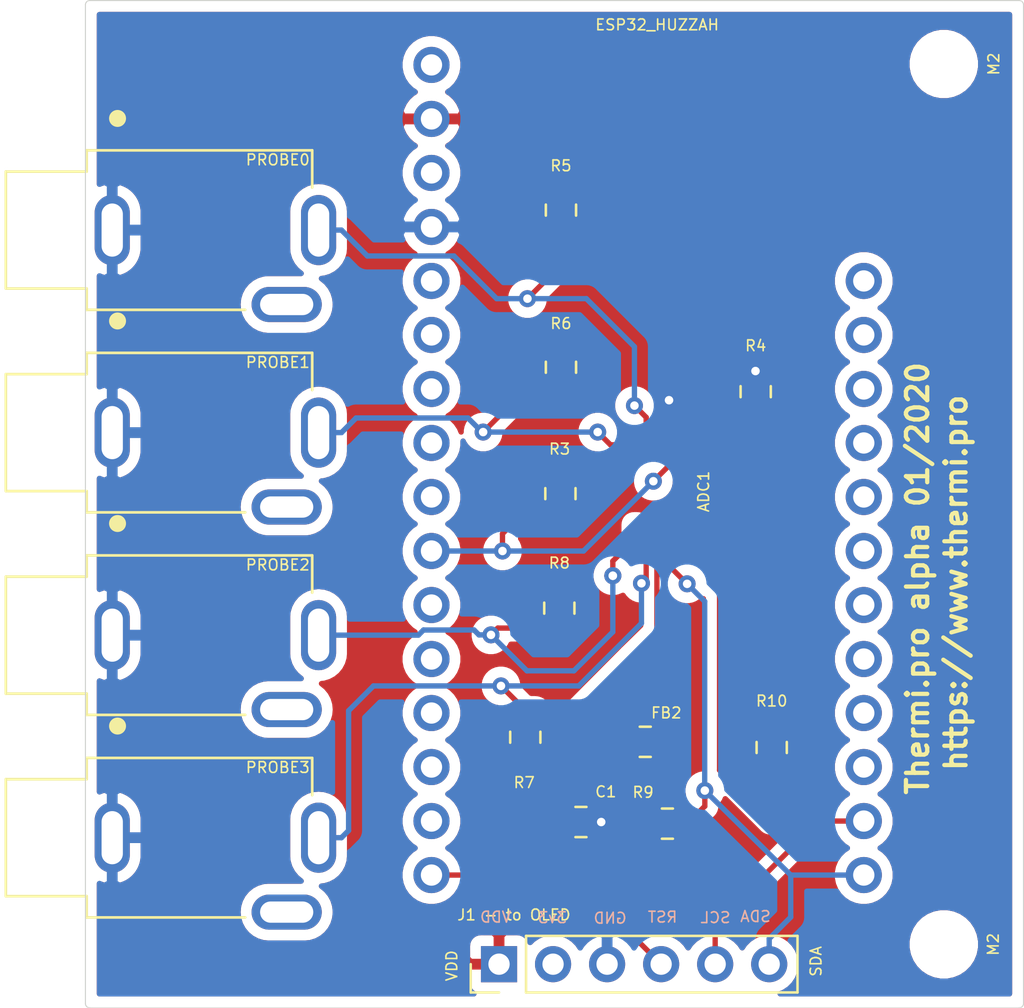
<source format=kicad_pcb>
(kicad_pcb (version 20171130) (host pcbnew "(5.1.5)-3")

  (general
    (thickness 1.6)
    (drawings 19)
    (tracks 127)
    (zones 0)
    (modules 19)
    (nets 40)
  )

  (page A4)
  (layers
    (0 F.Cu signal)
    (31 B.Cu signal)
    (32 B.Adhes user)
    (33 F.Adhes user)
    (34 B.Paste user)
    (35 F.Paste user)
    (36 B.SilkS user)
    (37 F.SilkS user)
    (38 B.Mask user)
    (39 F.Mask user)
    (40 Dwgs.User user)
    (41 Cmts.User user)
    (42 Eco1.User user)
    (43 Eco2.User user)
    (44 Edge.Cuts user)
    (45 Margin user)
    (46 B.CrtYd user)
    (47 F.CrtYd user)
    (48 B.Fab user)
    (49 F.Fab user hide)
  )

  (setup
    (last_trace_width 0.25)
    (trace_clearance 0.2)
    (zone_clearance 0.508)
    (zone_45_only no)
    (trace_min 0.2)
    (via_size 0.8)
    (via_drill 0.4)
    (via_min_size 0.4)
    (via_min_drill 0.3)
    (uvia_size 0.3)
    (uvia_drill 0.1)
    (uvias_allowed no)
    (uvia_min_size 0.2)
    (uvia_min_drill 0.1)
    (edge_width 0.05)
    (segment_width 0.2)
    (pcb_text_width 0.3)
    (pcb_text_size 1.5 1.5)
    (mod_edge_width 0.12)
    (mod_text_size 0.508 0.508)
    (mod_text_width 0.0762)
    (pad_size 1.7 1.7)
    (pad_drill 1)
    (pad_to_mask_clearance 0.051)
    (solder_mask_min_width 0.25)
    (aux_axis_origin 0 0)
    (visible_elements 7FFFFFFF)
    (pcbplotparams
      (layerselection 0x010fc_ffffffff)
      (usegerberextensions false)
      (usegerberattributes false)
      (usegerberadvancedattributes false)
      (creategerberjobfile false)
      (excludeedgelayer true)
      (linewidth 0.100000)
      (plotframeref false)
      (viasonmask false)
      (mode 1)
      (useauxorigin false)
      (hpglpennumber 1)
      (hpglpenspeed 20)
      (hpglpendiameter 15.000000)
      (psnegative false)
      (psa4output false)
      (plotreference true)
      (plotvalue true)
      (plotinvisibletext false)
      (padsonsilk false)
      (subtractmaskfromsilk false)
      (outputformat 5)
      (mirror false)
      (drillshape 0)
      (scaleselection 1)
      (outputdirectory "C:/Users/Scott/Desktop/thermi"))
  )

  (net 0 "")
  (net 1 "Net-(ADC1-Pad1)")
  (net 2 "Net-(ADC1-Pad2)")
  (net 3 "Net-(ADC1-Pad4)")
  (net 4 "Net-(ADC1-Pad5)")
  (net 5 "Net-(ADC1-Pad6)")
  (net 6 "Net-(ADC1-Pad7)")
  (net 7 "Net-(ADC1-Pad8)")
  (net 8 "Net-(ADC1-Pad9)")
  (net 9 "Net-(ADC1-Pad10)")
  (net 10 GND)
  (net 11 VDD)
  (net 12 "Net-(PROBE0-Pad3)")
  (net 13 "Net-(PROBE1-Pad3)")
  (net 14 "Net-(PROBE2-Pad3)")
  (net 15 "Net-(PROBE3-Pad3)")
  (net 16 "Net-(J1-Pad4)")
  (net 17 "Net-(J1-Pad2)")
  (net 18 "Net-(U1-Pad1)")
  (net 19 "Net-(U1-Pad3)")
  (net 20 "Net-(U1-Pad5)")
  (net 21 "Net-(U1-Pad6)")
  (net 22 "Net-(U1-Pad7)")
  (net 23 "Net-(U1-Pad8)")
  (net 24 "Net-(U1-Pad9)")
  (net 25 "Net-(U1-Pad11)")
  (net 26 "Net-(U1-Pad12)")
  (net 27 "Net-(U1-Pad13)")
  (net 28 "Net-(U1-Pad14)")
  (net 29 "Net-(U1-Pad15)")
  (net 30 "Net-(U1-Pad18)")
  (net 31 "Net-(U1-Pad19)")
  (net 32 "Net-(U1-Pad20)")
  (net 33 "Net-(U1-Pad21)")
  (net 34 "Net-(U1-Pad23)")
  (net 35 "Net-(U1-Pad24)")
  (net 36 "Net-(U1-Pad25)")
  (net 37 "Net-(U1-Pad26)")
  (net 38 "Net-(U1-Pad17)")
  (net 39 "Net-(U1-Pad22)")

  (net_class Default "This is the default net class."
    (clearance 0.2)
    (trace_width 0.25)
    (via_dia 0.8)
    (via_drill 0.4)
    (uvia_dia 0.3)
    (uvia_drill 0.1)
    (add_net GND)
    (add_net "Net-(ADC1-Pad1)")
    (add_net "Net-(ADC1-Pad10)")
    (add_net "Net-(ADC1-Pad2)")
    (add_net "Net-(ADC1-Pad4)")
    (add_net "Net-(ADC1-Pad5)")
    (add_net "Net-(ADC1-Pad6)")
    (add_net "Net-(ADC1-Pad7)")
    (add_net "Net-(ADC1-Pad8)")
    (add_net "Net-(ADC1-Pad9)")
    (add_net "Net-(J1-Pad2)")
    (add_net "Net-(J1-Pad4)")
    (add_net "Net-(PROBE0-Pad3)")
    (add_net "Net-(PROBE1-Pad3)")
    (add_net "Net-(PROBE2-Pad3)")
    (add_net "Net-(PROBE3-Pad3)")
    (add_net "Net-(U1-Pad1)")
    (add_net "Net-(U1-Pad11)")
    (add_net "Net-(U1-Pad12)")
    (add_net "Net-(U1-Pad13)")
    (add_net "Net-(U1-Pad14)")
    (add_net "Net-(U1-Pad15)")
    (add_net "Net-(U1-Pad17)")
    (add_net "Net-(U1-Pad18)")
    (add_net "Net-(U1-Pad19)")
    (add_net "Net-(U1-Pad20)")
    (add_net "Net-(U1-Pad21)")
    (add_net "Net-(U1-Pad22)")
    (add_net "Net-(U1-Pad23)")
    (add_net "Net-(U1-Pad24)")
    (add_net "Net-(U1-Pad25)")
    (add_net "Net-(U1-Pad26)")
    (add_net "Net-(U1-Pad3)")
    (add_net "Net-(U1-Pad5)")
    (add_net "Net-(U1-Pad6)")
    (add_net "Net-(U1-Pad7)")
    (add_net "Net-(U1-Pad8)")
    (add_net "Net-(U1-Pad9)")
    (add_net VDD)
  )

  (module Resistor_SMD:R_0805_2012Metric (layer F.Cu) (tedit 5B36C52B) (tstamp 5E23C12C)
    (at 197.5612 73.3806 90)
    (descr "Resistor SMD 0805 (2012 Metric), square (rectangular) end terminal, IPC_7351 nominal, (Body size source: https://docs.google.com/spreadsheets/d/1BsfQQcO9C6DZCsRaXUlFlo91Tg2WpOkGARC1WS5S8t0/edit?usp=sharing), generated with kicad-footprint-generator")
    (tags resistor)
    (path /5E2A5DEE)
    (attr smd)
    (fp_text reference R7 (at -2.1336 -0.0508 180) (layer F.SilkS)
      (effects (font (size 0.508 0.508) (thickness 0.0762)))
    )
    (fp_text value 10k (at 0 1.65 90) (layer F.Fab)
      (effects (font (size 1 1) (thickness 0.15)))
    )
    (fp_line (start -1 0.6) (end -1 -0.6) (layer F.Fab) (width 0.1))
    (fp_line (start -1 -0.6) (end 1 -0.6) (layer F.Fab) (width 0.1))
    (fp_line (start 1 -0.6) (end 1 0.6) (layer F.Fab) (width 0.1))
    (fp_line (start 1 0.6) (end -1 0.6) (layer F.Fab) (width 0.1))
    (fp_line (start -0.258578 -0.71) (end 0.258578 -0.71) (layer F.SilkS) (width 0.12))
    (fp_line (start -0.258578 0.71) (end 0.258578 0.71) (layer F.SilkS) (width 0.12))
    (fp_line (start -1.68 0.95) (end -1.68 -0.95) (layer F.CrtYd) (width 0.05))
    (fp_line (start -1.68 -0.95) (end 1.68 -0.95) (layer F.CrtYd) (width 0.05))
    (fp_line (start 1.68 -0.95) (end 1.68 0.95) (layer F.CrtYd) (width 0.05))
    (fp_line (start 1.68 0.95) (end -1.68 0.95) (layer F.CrtYd) (width 0.05))
    (fp_text user %R (at 0 0 90) (layer F.Fab)
      (effects (font (size 1 1) (thickness 0.15)))
    )
    (pad 1 smd roundrect (at -0.9375 0 90) (size 0.975 1.4) (layers F.Cu F.Paste F.Mask) (roundrect_rratio 0.25)
      (net 11 VDD))
    (pad 2 smd roundrect (at 0.9375 0 90) (size 0.975 1.4) (layers F.Cu F.Paste F.Mask) (roundrect_rratio 0.25)
      (net 6 "Net-(ADC1-Pad7)"))
    (model ${KISYS3DMOD}/Resistor_SMD.3dshapes/R_0805_2012Metric.wrl
      (at (xyz 0 0 0))
      (scale (xyz 1 1 1))
      (rotate (xyz 0 0 0))
    )
  )

  (module Resistor_SMD:R_0805_2012Metric (layer F.Cu) (tedit 5E22063D) (tstamp 5E223EF3)
    (at 199.2122 61.9252 270)
    (descr "Resistor SMD 0805 (2012 Metric), square (rectangular) end terminal, IPC_7351 nominal, (Body size source: https://docs.google.com/spreadsheets/d/1BsfQQcO9C6DZCsRaXUlFlo91Tg2WpOkGARC1WS5S8t0/edit?usp=sharing), generated with kicad-footprint-generator")
    (tags resistor)
    (path /5E21E933)
    (attr smd)
    (fp_text reference R3 (at -2.0955 0.0381 180) (layer F.SilkS)
      (effects (font (size 0.508 0.508) (thickness 0.0762)))
    )
    (fp_text value 10k (at 0 1.65 90) (layer F.Fab)
      (effects (font (size 1 1) (thickness 0.15)))
    )
    (fp_text user %R (at 0 0 90) (layer F.Fab)
      (effects (font (size 1 1) (thickness 0.15)))
    )
    (fp_line (start 1.68 0.95) (end -1.68 0.95) (layer F.CrtYd) (width 0.05))
    (fp_line (start 1.68 -0.95) (end 1.68 0.95) (layer F.CrtYd) (width 0.05))
    (fp_line (start -1.68 -0.95) (end 1.68 -0.95) (layer F.CrtYd) (width 0.05))
    (fp_line (start -1.68 0.95) (end -1.68 -0.95) (layer F.CrtYd) (width 0.05))
    (fp_line (start -0.258578 0.71) (end 0.258578 0.71) (layer F.SilkS) (width 0.12))
    (fp_line (start -0.258578 -0.71) (end 0.258578 -0.71) (layer F.SilkS) (width 0.12))
    (fp_line (start 1 0.6) (end -1 0.6) (layer F.Fab) (width 0.1))
    (fp_line (start 1 -0.6) (end 1 0.6) (layer F.Fab) (width 0.1))
    (fp_line (start -1 -0.6) (end 1 -0.6) (layer F.Fab) (width 0.1))
    (fp_line (start -1 0.6) (end -1 -0.6) (layer F.Fab) (width 0.1))
    (pad 2 smd roundrect (at 0.9375 0 270) (size 0.975 1.4) (layers F.Cu F.Paste F.Mask) (roundrect_rratio 0.25)
      (net 2 "Net-(ADC1-Pad2)"))
    (pad 1 smd roundrect (at -0.9375 0 270) (size 0.975 1.4) (layers F.Cu F.Paste F.Mask) (roundrect_rratio 0.25)
      (net 11 VDD))
    (model ${KISYS3DMOD}/Resistor_SMD.3dshapes/R_0805_2012Metric.wrl
      (at (xyz 0 0 0))
      (scale (xyz 1 1 1))
      (rotate (xyz 0 0 0))
    )
  )

  (module thermi:ESP32_HUZZAH (layer F.Cu) (tedit 5E229BF3) (tstamp 5E22FD54)
    (at 193.15176 41.76268)
    (path /5E22D99B)
    (fp_text reference ESP32_HUZZAH (at 10.60704 -1.88468 180) (layer F.SilkS)
      (effects (font (size 0.508 0.508) (thickness 0.0762)))
    )
    (fp_text value ESP32_HUZZAH (at 8.89 7.62) (layer F.Fab)
      (effects (font (size 1 1) (thickness 0.15)))
    )
    (pad 1 thru_hole oval (at 0 0) (size 1.7 1.7) (drill 1) (layers *.Cu *.Mask)
      (net 18 "Net-(U1-Pad1)"))
    (pad 2 thru_hole oval (at 0 2.54) (size 1.7 1.7) (drill 1) (layers *.Cu *.Mask)
      (net 11 VDD))
    (pad 3 thru_hole oval (at 0 5.08) (size 1.7 1.7) (drill 1) (layers *.Cu *.Mask)
      (net 19 "Net-(U1-Pad3)"))
    (pad 4 thru_hole oval (at 0 7.62) (size 1.7 1.7) (drill 1) (layers *.Cu *.Mask)
      (net 10 GND))
    (pad 5 thru_hole oval (at 0 10.16) (size 1.7 1.7) (drill 1) (layers *.Cu *.Mask)
      (net 20 "Net-(U1-Pad5)"))
    (pad 6 thru_hole oval (at 0 12.7) (size 1.7 1.7) (drill 1) (layers *.Cu *.Mask)
      (net 21 "Net-(U1-Pad6)"))
    (pad 7 thru_hole oval (at 0 15.24) (size 1.7 1.7) (drill 1) (layers *.Cu *.Mask)
      (net 22 "Net-(U1-Pad7)"))
    (pad 8 thru_hole oval (at 0 17.78) (size 1.7 1.7) (drill 1) (layers *.Cu *.Mask)
      (net 23 "Net-(U1-Pad8)"))
    (pad 9 thru_hole oval (at 0 20.32) (size 1.7 1.7) (drill 1) (layers *.Cu *.Mask)
      (net 24 "Net-(U1-Pad9)"))
    (pad 10 thru_hole oval (at 0 22.86) (size 1.7 1.7) (drill 1) (layers *.Cu *.Mask)
      (net 2 "Net-(ADC1-Pad2)"))
    (pad 11 thru_hole oval (at 0 25.4) (size 1.7 1.7) (drill 1) (layers *.Cu *.Mask)
      (net 25 "Net-(U1-Pad11)"))
    (pad 12 thru_hole oval (at 0 27.94) (size 1.7 1.7) (drill 1) (layers *.Cu *.Mask)
      (net 26 "Net-(U1-Pad12)"))
    (pad 13 thru_hole oval (at 0 30.48) (size 1.7 1.7) (drill 1) (layers *.Cu *.Mask)
      (net 27 "Net-(U1-Pad13)"))
    (pad 14 thru_hole oval (at 0 33.02) (size 1.7 1.7) (drill 1) (layers *.Cu *.Mask)
      (net 28 "Net-(U1-Pad14)"))
    (pad 15 thru_hole oval (at 0 35.56) (size 1.7 1.7) (drill 1) (layers *.Cu *.Mask)
      (net 29 "Net-(U1-Pad15)"))
    (pad 16 thru_hole oval (at 0 38.1) (size 1.7 1.7) (drill 1) (layers *.Cu *.Mask)
      (net 16 "Net-(J1-Pad4)"))
    (pad 17 thru_hole oval (at 20.32 10.16) (size 1.7 1.7) (drill 1) (layers *.Cu *.Mask)
      (net 38 "Net-(U1-Pad17)"))
    (pad 18 thru_hole oval (at 20.32 12.7) (size 1.7 1.7) (drill 1) (layers *.Cu *.Mask)
      (net 30 "Net-(U1-Pad18)"))
    (pad 19 thru_hole oval (at 20.32 15.24) (size 1.7 1.7) (drill 1) (layers *.Cu *.Mask)
      (net 31 "Net-(U1-Pad19)"))
    (pad 20 thru_hole oval (at 20.32 17.78) (size 1.7 1.7) (drill 1) (layers *.Cu *.Mask)
      (net 32 "Net-(U1-Pad20)"))
    (pad 21 thru_hole oval (at 20.32 20.32) (size 1.7 1.7) (drill 1) (layers *.Cu *.Mask)
      (net 33 "Net-(U1-Pad21)"))
    (pad 22 thru_hole oval (at 20.32 22.86) (size 1.7 1.7) (drill 1) (layers *.Cu *.Mask)
      (net 39 "Net-(U1-Pad22)"))
    (pad 23 thru_hole oval (at 20.32 25.4) (size 1.7 1.7) (drill 1) (layers *.Cu *.Mask)
      (net 34 "Net-(U1-Pad23)"))
    (pad 24 thru_hole oval (at 20.32 27.94) (size 1.7 1.7) (drill 1) (layers *.Cu *.Mask)
      (net 35 "Net-(U1-Pad24)"))
    (pad 25 thru_hole oval (at 20.32 30.48) (size 1.7 1.7) (drill 1) (layers *.Cu *.Mask)
      (net 36 "Net-(U1-Pad25)"))
    (pad 26 thru_hole oval (at 20.32 33.02) (size 1.7 1.7) (drill 1) (layers *.Cu *.Mask)
      (net 37 "Net-(U1-Pad26)"))
    (pad 27 thru_hole oval (at 20.32 35.56) (size 1.7 1.7) (drill 1) (layers *.Cu *.Mask)
      (net 9 "Net-(ADC1-Pad10)"))
    (pad 28 thru_hole oval (at 20.32 38.1) (size 1.7 1.7) (drill 1) (layers *.Cu *.Mask)
      (net 8 "Net-(ADC1-Pad9)"))
  )

  (module Capacitor_SMD:C_0805_2012Metric (layer F.Cu) (tedit 5E220662) (tstamp 5E24163B)
    (at 200.1774 77.3684)
    (descr "Capacitor SMD 0805 (2012 Metric), square (rectangular) end terminal, IPC_7351 nominal, (Body size source: https://docs.google.com/spreadsheets/d/1BsfQQcO9C6DZCsRaXUlFlo91Tg2WpOkGARC1WS5S8t0/edit?usp=sharing), generated with kicad-footprint-generator")
    (tags capacitor)
    (path /5E21F4C8)
    (attr smd)
    (fp_text reference C1 (at 1.1684 -1.4224) (layer F.SilkS)
      (effects (font (size 0.508 0.508) (thickness 0.0762)))
    )
    (fp_text value 1uf (at 0 1.65) (layer F.Fab)
      (effects (font (size 1 1) (thickness 0.15)))
    )
    (fp_text user %R (at 0 0) (layer F.Fab)
      (effects (font (size 1 1) (thickness 0.15)))
    )
    (fp_line (start 1.68 0.95) (end -1.68 0.95) (layer F.CrtYd) (width 0.05))
    (fp_line (start 1.68 -0.95) (end 1.68 0.95) (layer F.CrtYd) (width 0.05))
    (fp_line (start -1.68 -0.95) (end 1.68 -0.95) (layer F.CrtYd) (width 0.05))
    (fp_line (start -1.68 0.95) (end -1.68 -0.95) (layer F.CrtYd) (width 0.05))
    (fp_line (start -0.258578 0.71) (end 0.258578 0.71) (layer F.SilkS) (width 0.12))
    (fp_line (start -0.258578 -0.71) (end 0.258578 -0.71) (layer F.SilkS) (width 0.12))
    (fp_line (start 1 0.6) (end -1 0.6) (layer F.Fab) (width 0.1))
    (fp_line (start 1 -0.6) (end 1 0.6) (layer F.Fab) (width 0.1))
    (fp_line (start -1 -0.6) (end 1 -0.6) (layer F.Fab) (width 0.1))
    (fp_line (start -1 0.6) (end -1 -0.6) (layer F.Fab) (width 0.1))
    (pad 2 smd roundrect (at 0.9375 0) (size 0.975 1.4) (layers F.Cu F.Paste F.Mask) (roundrect_rratio 0.25)
      (net 10 GND))
    (pad 1 smd roundrect (at -0.9375 0) (size 0.975 1.4) (layers F.Cu F.Paste F.Mask) (roundrect_rratio 0.25)
      (net 7 "Net-(ADC1-Pad8)"))
    (model ${KISYS3DMOD}/Capacitor_SMD.3dshapes/C_0805_2012Metric.wrl
      (at (xyz 0 0 0))
      (scale (xyz 1 1 1))
      (rotate (xyz 0 0 0))
    )
  )

  (module Resistor_SMD:R_0805_2012Metric (layer F.Cu) (tedit 5E220667) (tstamp 5E21E3FA)
    (at 203.2 73.5965 180)
    (descr "Resistor SMD 0805 (2012 Metric), square (rectangular) end terminal, IPC_7351 nominal, (Body size source: https://docs.google.com/spreadsheets/d/1BsfQQcO9C6DZCsRaXUlFlo91Tg2WpOkGARC1WS5S8t0/edit?usp=sharing), generated with kicad-footprint-generator")
    (tags resistor)
    (path /5E3FE717)
    (attr smd)
    (fp_text reference FB2 (at -0.9906 1.3589) (layer F.SilkS)
      (effects (font (size 0.508 0.508) (thickness 0.0762)))
    )
    (fp_text value MMZ2012Y152B (at 0 1.65) (layer F.Fab)
      (effects (font (size 1 1) (thickness 0.15)))
    )
    (fp_text user %R (at 0 0) (layer F.Fab)
      (effects (font (size 1 1) (thickness 0.15)))
    )
    (fp_line (start 1.68 0.95) (end -1.68 0.95) (layer F.CrtYd) (width 0.05))
    (fp_line (start 1.68 -0.95) (end 1.68 0.95) (layer F.CrtYd) (width 0.05))
    (fp_line (start -1.68 -0.95) (end 1.68 -0.95) (layer F.CrtYd) (width 0.05))
    (fp_line (start -1.68 0.95) (end -1.68 -0.95) (layer F.CrtYd) (width 0.05))
    (fp_line (start -0.258578 0.71) (end 0.258578 0.71) (layer F.SilkS) (width 0.12))
    (fp_line (start -0.258578 -0.71) (end 0.258578 -0.71) (layer F.SilkS) (width 0.12))
    (fp_line (start 1 0.6) (end -1 0.6) (layer F.Fab) (width 0.1))
    (fp_line (start 1 -0.6) (end 1 0.6) (layer F.Fab) (width 0.1))
    (fp_line (start -1 -0.6) (end 1 -0.6) (layer F.Fab) (width 0.1))
    (fp_line (start -1 0.6) (end -1 -0.6) (layer F.Fab) (width 0.1))
    (pad 2 smd roundrect (at 0.9375 0 180) (size 0.975 1.4) (layers F.Cu F.Paste F.Mask) (roundrect_rratio 0.25)
      (net 7 "Net-(ADC1-Pad8)"))
    (pad 1 smd roundrect (at -0.9375 0 180) (size 0.975 1.4) (layers F.Cu F.Paste F.Mask) (roundrect_rratio 0.25)
      (net 11 VDD))
    (model ${KISYS3DMOD}/Resistor_SMD.3dshapes/R_0805_2012Metric.wrl
      (at (xyz 0 0 0))
      (scale (xyz 1 1 1))
      (rotate (xyz 0 0 0))
    )
  )

  (module Resistor_SMD:R_0805_2012Metric (layer F.Cu) (tedit 5B36C52B) (tstamp 5E23E7B6)
    (at 199.2376 55.9816 270)
    (descr "Resistor SMD 0805 (2012 Metric), square (rectangular) end terminal, IPC_7351 nominal, (Body size source: https://docs.google.com/spreadsheets/d/1BsfQQcO9C6DZCsRaXUlFlo91Tg2WpOkGARC1WS5S8t0/edit?usp=sharing), generated with kicad-footprint-generator")
    (tags resistor)
    (path /5E2A5AFC)
    (attr smd)
    (fp_text reference R6 (at -2.0574 0 180) (layer F.SilkS)
      (effects (font (size 0.508 0.508) (thickness 0.0762)))
    )
    (fp_text value 10k (at 0 1.65 90) (layer F.Fab)
      (effects (font (size 1 1) (thickness 0.15)))
    )
    (fp_text user %R (at 0 0 90) (layer F.Fab)
      (effects (font (size 1 1) (thickness 0.15)))
    )
    (fp_line (start 1.68 0.95) (end -1.68 0.95) (layer F.CrtYd) (width 0.05))
    (fp_line (start 1.68 -0.95) (end 1.68 0.95) (layer F.CrtYd) (width 0.05))
    (fp_line (start -1.68 -0.95) (end 1.68 -0.95) (layer F.CrtYd) (width 0.05))
    (fp_line (start -1.68 0.95) (end -1.68 -0.95) (layer F.CrtYd) (width 0.05))
    (fp_line (start -0.258578 0.71) (end 0.258578 0.71) (layer F.SilkS) (width 0.12))
    (fp_line (start -0.258578 -0.71) (end 0.258578 -0.71) (layer F.SilkS) (width 0.12))
    (fp_line (start 1 0.6) (end -1 0.6) (layer F.Fab) (width 0.1))
    (fp_line (start 1 -0.6) (end 1 0.6) (layer F.Fab) (width 0.1))
    (fp_line (start -1 -0.6) (end 1 -0.6) (layer F.Fab) (width 0.1))
    (fp_line (start -1 0.6) (end -1 -0.6) (layer F.Fab) (width 0.1))
    (pad 2 smd roundrect (at 0.9375 0 270) (size 0.975 1.4) (layers F.Cu F.Paste F.Mask) (roundrect_rratio 0.25)
      (net 4 "Net-(ADC1-Pad5)"))
    (pad 1 smd roundrect (at -0.9375 0 270) (size 0.975 1.4) (layers F.Cu F.Paste F.Mask) (roundrect_rratio 0.25)
      (net 11 VDD))
    (model ${KISYS3DMOD}/Resistor_SMD.3dshapes/R_0805_2012Metric.wrl
      (at (xyz 0 0 0))
      (scale (xyz 1 1 1))
      (rotate (xyz 0 0 0))
    )
  )

  (module Resistor_SMD:R_0805_2012Metric (layer F.Cu) (tedit 5B36C52B) (tstamp 5E223F13)
    (at 199.2376 48.5902 270)
    (descr "Resistor SMD 0805 (2012 Metric), square (rectangular) end terminal, IPC_7351 nominal, (Body size source: https://docs.google.com/spreadsheets/d/1BsfQQcO9C6DZCsRaXUlFlo91Tg2WpOkGARC1WS5S8t0/edit?usp=sharing), generated with kicad-footprint-generator")
    (tags resistor)
    (path /5E265694)
    (attr smd)
    (fp_text reference R5 (at -2.0828 0 180) (layer F.SilkS)
      (effects (font (size 0.508 0.508) (thickness 0.0762)))
    )
    (fp_text value 10k (at 0 1.65 90) (layer F.Fab)
      (effects (font (size 1 1) (thickness 0.15)))
    )
    (fp_text user %R (at 0 0 90) (layer F.Fab)
      (effects (font (size 1 1) (thickness 0.15)))
    )
    (fp_line (start 1.68 0.95) (end -1.68 0.95) (layer F.CrtYd) (width 0.05))
    (fp_line (start 1.68 -0.95) (end 1.68 0.95) (layer F.CrtYd) (width 0.05))
    (fp_line (start -1.68 -0.95) (end 1.68 -0.95) (layer F.CrtYd) (width 0.05))
    (fp_line (start -1.68 0.95) (end -1.68 -0.95) (layer F.CrtYd) (width 0.05))
    (fp_line (start -0.258578 0.71) (end 0.258578 0.71) (layer F.SilkS) (width 0.12))
    (fp_line (start -0.258578 -0.71) (end 0.258578 -0.71) (layer F.SilkS) (width 0.12))
    (fp_line (start 1 0.6) (end -1 0.6) (layer F.Fab) (width 0.1))
    (fp_line (start 1 -0.6) (end 1 0.6) (layer F.Fab) (width 0.1))
    (fp_line (start -1 -0.6) (end 1 -0.6) (layer F.Fab) (width 0.1))
    (fp_line (start -1 0.6) (end -1 -0.6) (layer F.Fab) (width 0.1))
    (pad 2 smd roundrect (at 0.9375 0 270) (size 0.975 1.4) (layers F.Cu F.Paste F.Mask) (roundrect_rratio 0.25)
      (net 3 "Net-(ADC1-Pad4)"))
    (pad 1 smd roundrect (at -0.9375 0 270) (size 0.975 1.4) (layers F.Cu F.Paste F.Mask) (roundrect_rratio 0.25)
      (net 11 VDD))
    (model ${KISYS3DMOD}/Resistor_SMD.3dshapes/R_0805_2012Metric.wrl
      (at (xyz 0 0 0))
      (scale (xyz 1 1 1))
      (rotate (xyz 0 0 0))
    )
  )

  (module Resistor_SMD:R_0805_2012Metric (layer F.Cu) (tedit 5B36C52B) (tstamp 5E223FDF)
    (at 199.1614 67.31 270)
    (descr "Resistor SMD 0805 (2012 Metric), square (rectangular) end terminal, IPC_7351 nominal, (Body size source: https://docs.google.com/spreadsheets/d/1BsfQQcO9C6DZCsRaXUlFlo91Tg2WpOkGARC1WS5S8t0/edit?usp=sharing), generated with kicad-footprint-generator")
    (tags resistor)
    (path /5E2A6143)
    (attr smd)
    (fp_text reference R8 (at -2.1209 0 180) (layer F.SilkS)
      (effects (font (size 0.508 0.508) (thickness 0.0762)))
    )
    (fp_text value 10k (at 0 1.65 90) (layer F.Fab)
      (effects (font (size 1 1) (thickness 0.15)))
    )
    (fp_line (start -1 0.6) (end -1 -0.6) (layer F.Fab) (width 0.1))
    (fp_line (start -1 -0.6) (end 1 -0.6) (layer F.Fab) (width 0.1))
    (fp_line (start 1 -0.6) (end 1 0.6) (layer F.Fab) (width 0.1))
    (fp_line (start 1 0.6) (end -1 0.6) (layer F.Fab) (width 0.1))
    (fp_line (start -0.258578 -0.71) (end 0.258578 -0.71) (layer F.SilkS) (width 0.12))
    (fp_line (start -0.258578 0.71) (end 0.258578 0.71) (layer F.SilkS) (width 0.12))
    (fp_line (start -1.68 0.95) (end -1.68 -0.95) (layer F.CrtYd) (width 0.05))
    (fp_line (start -1.68 -0.95) (end 1.68 -0.95) (layer F.CrtYd) (width 0.05))
    (fp_line (start 1.68 -0.95) (end 1.68 0.95) (layer F.CrtYd) (width 0.05))
    (fp_line (start 1.68 0.95) (end -1.68 0.95) (layer F.CrtYd) (width 0.05))
    (fp_text user %R (at 0 0 90) (layer F.Fab)
      (effects (font (size 1 1) (thickness 0.15)))
    )
    (pad 1 smd roundrect (at -0.9375 0 270) (size 0.975 1.4) (layers F.Cu F.Paste F.Mask) (roundrect_rratio 0.25)
      (net 11 VDD))
    (pad 2 smd roundrect (at 0.9375 0 270) (size 0.975 1.4) (layers F.Cu F.Paste F.Mask) (roundrect_rratio 0.25)
      (net 5 "Net-(ADC1-Pad6)"))
    (model ${KISYS3DMOD}/Resistor_SMD.3dshapes/R_0805_2012Metric.wrl
      (at (xyz 0 0 0))
      (scale (xyz 1 1 1))
      (rotate (xyz 0 0 0))
    )
  )

  (module Connector_PinHeader_2.54mm:PinHeader_1x06_P2.54mm_Vertical (layer F.Cu) (tedit 59FED5CC) (tstamp 5E22A1E2)
    (at 196.32676 84.05368 90)
    (descr "Through hole straight pin header, 1x06, 2.54mm pitch, single row")
    (tags "Through hole pin header THT 1x06 2.54mm single row")
    (path /5E234CE6)
    (fp_text reference "J1 - to OLED" (at 2.31648 0.70104) (layer F.SilkS)
      (effects (font (size 0.508 0.508) (thickness 0.0762)))
    )
    (fp_text value Conn_01x06_Male (at 0 15.03 90) (layer F.Fab)
      (effects (font (size 1 1) (thickness 0.15)))
    )
    (fp_line (start -0.635 -1.27) (end 1.27 -1.27) (layer F.Fab) (width 0.1))
    (fp_line (start 1.27 -1.27) (end 1.27 13.97) (layer F.Fab) (width 0.1))
    (fp_line (start 1.27 13.97) (end -1.27 13.97) (layer F.Fab) (width 0.1))
    (fp_line (start -1.27 13.97) (end -1.27 -0.635) (layer F.Fab) (width 0.1))
    (fp_line (start -1.27 -0.635) (end -0.635 -1.27) (layer F.Fab) (width 0.1))
    (fp_line (start -1.33 14.03) (end 1.33 14.03) (layer F.SilkS) (width 0.12))
    (fp_line (start -1.33 1.27) (end -1.33 14.03) (layer F.SilkS) (width 0.12))
    (fp_line (start 1.33 1.27) (end 1.33 14.03) (layer F.SilkS) (width 0.12))
    (fp_line (start -1.33 1.27) (end 1.33 1.27) (layer F.SilkS) (width 0.12))
    (fp_line (start -1.33 0) (end -1.33 -1.33) (layer F.SilkS) (width 0.12))
    (fp_line (start -1.33 -1.33) (end 0 -1.33) (layer F.SilkS) (width 0.12))
    (fp_line (start -1.8 -1.8) (end -1.8 14.5) (layer F.CrtYd) (width 0.05))
    (fp_line (start -1.8 14.5) (end 1.8 14.5) (layer F.CrtYd) (width 0.05))
    (fp_line (start 1.8 14.5) (end 1.8 -1.8) (layer F.CrtYd) (width 0.05))
    (fp_line (start 1.8 -1.8) (end -1.8 -1.8) (layer F.CrtYd) (width 0.05))
    (fp_text user %R (at 0 6.35) (layer F.Fab)
      (effects (font (size 1 1) (thickness 0.15)))
    )
    (pad 1 thru_hole rect (at 0 0 90) (size 1.7 1.7) (drill 1) (layers *.Cu *.Mask)
      (net 11 VDD))
    (pad 2 thru_hole oval (at 0 2.54 90) (size 1.7 1.7) (drill 1) (layers *.Cu *.Mask)
      (net 17 "Net-(J1-Pad2)"))
    (pad 3 thru_hole oval (at 0 5.08 90) (size 1.7 1.7) (drill 1) (layers *.Cu *.Mask)
      (net 10 GND))
    (pad 4 thru_hole oval (at 0 7.62 90) (size 1.7 1.7) (drill 1) (layers *.Cu *.Mask)
      (net 16 "Net-(J1-Pad4)"))
    (pad 5 thru_hole oval (at 0 10.16 90) (size 1.7 1.7) (drill 1) (layers *.Cu *.Mask)
      (net 9 "Net-(ADC1-Pad10)"))
    (pad 6 thru_hole oval (at 0 12.7 90) (size 1.7 1.7) (drill 1) (layers *.Cu *.Mask)
      (net 8 "Net-(ADC1-Pad9)"))
    (model ${KISYS3DMOD}/Connector_PinHeader_2.54mm.3dshapes/PinHeader_1x06_P2.54mm_Vertical.wrl
      (at (xyz 0 0 0))
      (scale (xyz 1 1 1))
      (rotate (xyz 0 0 0))
    )
  )

  (module libraries:CUI_MJ-2508 (layer F.Cu) (tedit 5E22067A) (tstamp 5E21E4F1)
    (at 182.245 78.105 180)
    (path /5E21EDCF)
    (fp_text reference PROBE3 (at -3.683 3.302) (layer F.SilkS)
      (effects (font (size 0.508 0.508) (thickness 0.0762)))
    )
    (fp_text value MJ-2508 (at 0.33562 4.87412) (layer F.Fab)
      (effects (font (size 1 1) (thickness 0.15)))
    )
    (fp_line (start -2.15 -3.75) (end 5.3 -3.75) (layer F.SilkS) (width 0.127))
    (fp_line (start -6.65 4) (end -6.65 -4.5) (layer F.CrtYd) (width 0.05))
    (fp_line (start 5.6 4) (end -6.65 4) (layer F.CrtYd) (width 0.05))
    (fp_line (start 5.6 3) (end 5.6 4) (layer F.CrtYd) (width 0.05))
    (fp_line (start 9.35 3) (end 5.6 3) (layer F.CrtYd) (width 0.05))
    (fp_line (start 9.35 -3) (end 9.35 3) (layer F.CrtYd) (width 0.05))
    (fp_line (start 5.6 -3) (end 9.35 -3) (layer F.CrtYd) (width 0.05))
    (fp_line (start 5.6 -4.5) (end 5.6 -3) (layer F.CrtYd) (width 0.05))
    (fp_line (start -6.65 -4.5) (end 5.6 -4.5) (layer F.CrtYd) (width 0.05))
    (fp_line (start -5.3 3.75) (end -5.3 2) (layer F.SilkS) (width 0.127))
    (fp_line (start 5.3 3.75) (end -5.3 3.75) (layer F.SilkS) (width 0.127))
    (fp_line (start 5.3 2.75) (end 5.3 3.75) (layer F.SilkS) (width 0.127))
    (fp_line (start 9.1 2.75) (end 5.3 2.75) (layer F.SilkS) (width 0.127))
    (fp_line (start 9.1 -2.75) (end 9.1 2.75) (layer F.SilkS) (width 0.127))
    (fp_line (start 5.3 -2.75) (end 9.1 -2.75) (layer F.SilkS) (width 0.127))
    (fp_line (start 5.3 -3.75) (end 5.3 -2.75) (layer F.SilkS) (width 0.127))
    (fp_line (start 9.1 2.75) (end 5.3 2.75) (layer F.Fab) (width 0.127))
    (fp_line (start 9.1 -2.75) (end 9.1 2.75) (layer F.Fab) (width 0.127))
    (fp_line (start 5.3 -2.75) (end 9.1 -2.75) (layer F.Fab) (width 0.127))
    (fp_circle (center 3.85 5.25) (end 4.05 5.25) (layer F.SilkS) (width 0.4))
    (fp_circle (center 4.1 0) (end 4.3 0) (layer F.Fab) (width 0.4))
    (fp_line (start -5.3 3.75) (end -5.3 -3.75) (layer F.Fab) (width 0.127))
    (fp_line (start 5.3 3.75) (end -5.3 3.75) (layer F.Fab) (width 0.127))
    (fp_line (start 5.3 2.75) (end 5.3 3.75) (layer F.Fab) (width 0.127))
    (fp_line (start 5.3 -2.75) (end 5.3 2.75) (layer F.Fab) (width 0.127))
    (fp_line (start 5.3 -3.75) (end 5.3 -2.75) (layer F.Fab) (width 0.127))
    (fp_line (start -5.3 -3.75) (end 5.3 -3.75) (layer F.Fab) (width 0.127))
    (pad 3 thru_hole oval (at -4.1 -3.5 180) (size 3.3 1.65) (drill oval 2.5 1) (layers *.Cu *.Mask)
      (net 15 "Net-(PROBE3-Pad3)"))
    (pad 2 thru_hole oval (at -5.6 0 180) (size 1.65 3.3) (drill oval 1 2.5) (layers *.Cu *.Mask)
      (net 6 "Net-(ADC1-Pad7)"))
    (pad 1 thru_hole oval (at 4.1 0 180) (size 1.65 3.3) (drill oval 1 2.5) (layers *.Cu *.Mask)
      (net 10 GND))
    (model C:/Users/Scott/Documents/KiCad/template/CUI_DEVICES_MJ-2508.step
      (offset (xyz 9 0 5.5))
      (scale (xyz 1 1 1))
      (rotate (xyz 180 0 0))
    )
  )

  (module MountingHole:MountingHole_2.2mm_M2 (layer F.Cu) (tedit 56D1B4CB) (tstamp 5E234523)
    (at 217.2335 83.1215)
    (descr "Mounting Hole 2.2mm, no annular, M2")
    (tags "mounting hole 2.2mm no annular m2")
    (attr virtual)
    (fp_text reference M2 (at 2.3241 0 90) (layer F.SilkS)
      (effects (font (size 0.508 0.508) (thickness 0.0762)))
    )
    (fp_text value MountingHole_2.2mm_M2 (at 0 3.2) (layer F.Fab)
      (effects (font (size 1 1) (thickness 0.15)))
    )
    (fp_circle (center 0 0) (end 2.45 0) (layer F.CrtYd) (width 0.05))
    (fp_circle (center 0 0) (end 2.2 0) (layer Cmts.User) (width 0.15))
    (fp_text user %R (at 0.3 0) (layer F.Fab)
      (effects (font (size 1 1) (thickness 0.15)))
    )
    (pad 1 np_thru_hole circle (at 0 0) (size 2.2 2.2) (drill 2.2) (layers *.Cu *.Mask))
  )

  (module MountingHole:MountingHole_2.2mm_M2 (layer F.Cu) (tedit 56D1B4CB) (tstamp 5E238228)
    (at 217.2335 41.7195 180)
    (descr "Mounting Hole 2.2mm, no annular, M2")
    (tags "mounting hole 2.2mm no annular m2")
    (attr virtual)
    (fp_text reference M2 (at -2.3495 0 90) (layer F.SilkS)
      (effects (font (size 0.508 0.508) (thickness 0.0762)))
    )
    (fp_text value MountingHole_2.2mm_M2 (at 0 3.2) (layer F.Fab)
      (effects (font (size 1 1) (thickness 0.15)))
    )
    (fp_text user %R (at 0.3 0) (layer F.Fab)
      (effects (font (size 1 1) (thickness 0.15)))
    )
    (fp_circle (center 0 0) (end 2.2 0) (layer Cmts.User) (width 0.15))
    (fp_circle (center 0 0) (end 2.45 0) (layer F.CrtYd) (width 0.05))
    (pad 1 np_thru_hole circle (at 0 0 180) (size 2.2 2.2) (drill 2.2) (layers *.Cu *.Mask))
  )

  (module Package_SO:VSSOP-10_3x3mm_P0.5mm (layer F.Cu) (tedit 5E220B30) (tstamp 5E234DA8)
    (at 203.74356 61.82868 270)
    (descr "VSSOP, 10 Pin (http://www.ti.com/lit/ds/symlink/ads1115.pdf), generated with kicad-footprint-generator ipc_gullwing_generator.py")
    (tags "VSSOP SO")
    (path /5E2EFD02)
    (attr smd)
    (fp_text reference ADC1 (at -0.00508 -2.19964 270) (layer F.SilkS)
      (effects (font (size 0.508 0.508) (thickness 0.0762)))
    )
    (fp_text value ADS1115IDGST (at 0 2.45 90) (layer F.Fab)
      (effects (font (size 1 1) (thickness 0.15)))
    )
    (fp_text user %R (at 0 0 90) (layer F.Fab)
      (effects (font (size 1 1) (thickness 0.15)))
    )
    (fp_line (start 3.18 -1.75) (end -3.18 -1.75) (layer F.CrtYd) (width 0.05))
    (fp_line (start 3.18 1.75) (end 3.18 -1.75) (layer F.CrtYd) (width 0.05))
    (fp_line (start -3.18 1.75) (end 3.18 1.75) (layer F.CrtYd) (width 0.05))
    (fp_line (start -3.18 -1.75) (end -3.18 1.75) (layer F.CrtYd) (width 0.05))
    (fp_line (start -1.5 -0.75) (end -0.75 -1.5) (layer F.Fab) (width 0.1))
    (fp_line (start -1.5 1.5) (end -1.5 -0.75) (layer F.Fab) (width 0.1))
    (fp_line (start 1.5 1.5) (end -1.5 1.5) (layer F.Fab) (width 0.1))
    (fp_line (start 1.5 -1.5) (end 1.5 1.5) (layer F.Fab) (width 0.1))
    (fp_line (start -0.75 -1.5) (end 1.5 -1.5) (layer F.Fab) (width 0.1))
    (pad 10 smd roundrect (at 2.2 -1 270) (size 1.45 0.3) (layers F.Cu F.Paste F.Mask) (roundrect_rratio 0.25)
      (net 9 "Net-(ADC1-Pad10)"))
    (pad 9 smd roundrect (at 2.2 -0.5 270) (size 1.45 0.3) (layers F.Cu F.Paste F.Mask) (roundrect_rratio 0.25)
      (net 8 "Net-(ADC1-Pad9)"))
    (pad 8 smd roundrect (at 2.2 0 270) (size 1.45 0.3) (layers F.Cu F.Paste F.Mask) (roundrect_rratio 0.25)
      (net 7 "Net-(ADC1-Pad8)"))
    (pad 7 smd roundrect (at 2.2 0.5 270) (size 1.45 0.3) (layers F.Cu F.Paste F.Mask) (roundrect_rratio 0.25)
      (net 6 "Net-(ADC1-Pad7)"))
    (pad 6 smd roundrect (at 2.2 1 270) (size 1.45 0.3) (layers F.Cu F.Paste F.Mask) (roundrect_rratio 0.25)
      (net 5 "Net-(ADC1-Pad6)"))
    (pad 5 smd roundrect (at -2.2 1 270) (size 1.45 0.3) (layers F.Cu F.Paste F.Mask) (roundrect_rratio 0.25)
      (net 4 "Net-(ADC1-Pad5)"))
    (pad 4 smd roundrect (at -2.2 0.5 270) (size 1.45 0.3) (layers F.Cu F.Paste F.Mask) (roundrect_rratio 0.25)
      (net 3 "Net-(ADC1-Pad4)"))
    (pad 3 smd roundrect (at -2.2 0 270) (size 1.45 0.3) (layers F.Cu F.Paste F.Mask) (roundrect_rratio 0.25)
      (net 10 GND))
    (pad 2 smd roundrect (at -2.2 -0.5 270) (size 1.45 0.3) (layers F.Cu F.Paste F.Mask) (roundrect_rratio 0.25)
      (net 2 "Net-(ADC1-Pad2)"))
    (pad 1 smd roundrect (at -2.2 -1 270) (size 1.45 0.3) (layers F.Cu F.Paste F.Mask) (roundrect_rratio 0.25)
      (net 1 "Net-(ADC1-Pad1)"))
    (model ${KISYS3DMOD}/Package_SO.3dshapes/VSSOP-10_3x3mm_P0.5mm.wrl
      (at (xyz 0 0 0))
      (scale (xyz 1 1 1))
      (rotate (xyz 0 0 0))
    )
  )

  (module Resistor_SMD:R_0805_2012Metric (layer F.Cu) (tedit 5B36C52B) (tstamp 5E229B13)
    (at 204.2414 77.4446)
    (descr "Resistor SMD 0805 (2012 Metric), square (rectangular) end terminal, IPC_7351 nominal, (Body size source: https://docs.google.com/spreadsheets/d/1BsfQQcO9C6DZCsRaXUlFlo91Tg2WpOkGARC1WS5S8t0/edit?usp=sharing), generated with kicad-footprint-generator")
    (tags resistor)
    (path /5E242798)
    (attr smd)
    (fp_text reference R9 (at -1.143 -1.4732) (layer F.SilkS)
      (effects (font (size 0.508 0.508) (thickness 0.0762)))
    )
    (fp_text value 10k (at 0 1.65) (layer F.Fab)
      (effects (font (size 1 1) (thickness 0.15)))
    )
    (fp_line (start -1 0.6) (end -1 -0.6) (layer F.Fab) (width 0.1))
    (fp_line (start -1 -0.6) (end 1 -0.6) (layer F.Fab) (width 0.1))
    (fp_line (start 1 -0.6) (end 1 0.6) (layer F.Fab) (width 0.1))
    (fp_line (start 1 0.6) (end -1 0.6) (layer F.Fab) (width 0.1))
    (fp_line (start -0.258578 -0.71) (end 0.258578 -0.71) (layer F.SilkS) (width 0.12))
    (fp_line (start -0.258578 0.71) (end 0.258578 0.71) (layer F.SilkS) (width 0.12))
    (fp_line (start -1.68 0.95) (end -1.68 -0.95) (layer F.CrtYd) (width 0.05))
    (fp_line (start -1.68 -0.95) (end 1.68 -0.95) (layer F.CrtYd) (width 0.05))
    (fp_line (start 1.68 -0.95) (end 1.68 0.95) (layer F.CrtYd) (width 0.05))
    (fp_line (start 1.68 0.95) (end -1.68 0.95) (layer F.CrtYd) (width 0.05))
    (fp_text user %R (at 0 0) (layer F.Fab)
      (effects (font (size 1 1) (thickness 0.15)))
    )
    (pad 1 smd roundrect (at -0.9375 0) (size 0.975 1.4) (layers F.Cu F.Paste F.Mask) (roundrect_rratio 0.25)
      (net 11 VDD))
    (pad 2 smd roundrect (at 0.9375 0) (size 0.975 1.4) (layers F.Cu F.Paste F.Mask) (roundrect_rratio 0.25)
      (net 8 "Net-(ADC1-Pad9)"))
    (model ${KISYS3DMOD}/Resistor_SMD.3dshapes/R_0805_2012Metric.wrl
      (at (xyz 0 0 0))
      (scale (xyz 1 1 1))
      (rotate (xyz 0 0 0))
    )
  )

  (module Resistor_SMD:R_0805_2012Metric (layer F.Cu) (tedit 5B36C52B) (tstamp 5E229B24)
    (at 209.1436 73.8632 270)
    (descr "Resistor SMD 0805 (2012 Metric), square (rectangular) end terminal, IPC_7351 nominal, (Body size source: https://docs.google.com/spreadsheets/d/1BsfQQcO9C6DZCsRaXUlFlo91Tg2WpOkGARC1WS5S8t0/edit?usp=sharing), generated with kicad-footprint-generator")
    (tags resistor)
    (path /5E24390F)
    (attr smd)
    (fp_text reference R10 (at -2.1844 0 180) (layer F.SilkS)
      (effects (font (size 0.508 0.508) (thickness 0.0762)))
    )
    (fp_text value 10k (at 0 1.65 90) (layer F.Fab)
      (effects (font (size 1 1) (thickness 0.15)))
    )
    (fp_line (start -1 0.6) (end -1 -0.6) (layer F.Fab) (width 0.1))
    (fp_line (start -1 -0.6) (end 1 -0.6) (layer F.Fab) (width 0.1))
    (fp_line (start 1 -0.6) (end 1 0.6) (layer F.Fab) (width 0.1))
    (fp_line (start 1 0.6) (end -1 0.6) (layer F.Fab) (width 0.1))
    (fp_line (start -0.258578 -0.71) (end 0.258578 -0.71) (layer F.SilkS) (width 0.12))
    (fp_line (start -0.258578 0.71) (end 0.258578 0.71) (layer F.SilkS) (width 0.12))
    (fp_line (start -1.68 0.95) (end -1.68 -0.95) (layer F.CrtYd) (width 0.05))
    (fp_line (start -1.68 -0.95) (end 1.68 -0.95) (layer F.CrtYd) (width 0.05))
    (fp_line (start 1.68 -0.95) (end 1.68 0.95) (layer F.CrtYd) (width 0.05))
    (fp_line (start 1.68 0.95) (end -1.68 0.95) (layer F.CrtYd) (width 0.05))
    (fp_text user %R (at 0 0 90) (layer F.Fab)
      (effects (font (size 1 1) (thickness 0.15)))
    )
    (pad 1 smd roundrect (at -0.9375 0 270) (size 0.975 1.4) (layers F.Cu F.Paste F.Mask) (roundrect_rratio 0.25)
      (net 11 VDD))
    (pad 2 smd roundrect (at 0.9375 0 270) (size 0.975 1.4) (layers F.Cu F.Paste F.Mask) (roundrect_rratio 0.25)
      (net 9 "Net-(ADC1-Pad10)"))
    (model ${KISYS3DMOD}/Resistor_SMD.3dshapes/R_0805_2012Metric.wrl
      (at (xyz 0 0 0))
      (scale (xyz 1 1 1))
      (rotate (xyz 0 0 0))
    )
  )

  (module libraries:CUI_MJ-2508 (layer F.Cu) (tedit 5E22067E) (tstamp 5E236EE9)
    (at 182.245 59.055 180)
    (path /5E22164C)
    (fp_text reference PROBE1 (at -3.683 3.302) (layer F.SilkS)
      (effects (font (size 0.508 0.508) (thickness 0.0762)))
    )
    (fp_text value MJ-2508 (at 0.33562 4.87412) (layer F.Fab)
      (effects (font (size 1 1) (thickness 0.15)))
    )
    (fp_line (start -2.15 -3.75) (end 5.3 -3.75) (layer F.SilkS) (width 0.127))
    (fp_line (start -6.65 4) (end -6.65 -4.5) (layer F.CrtYd) (width 0.05))
    (fp_line (start 5.6 4) (end -6.65 4) (layer F.CrtYd) (width 0.05))
    (fp_line (start 5.6 3) (end 5.6 4) (layer F.CrtYd) (width 0.05))
    (fp_line (start 9.35 3) (end 5.6 3) (layer F.CrtYd) (width 0.05))
    (fp_line (start 9.35 -3) (end 9.35 3) (layer F.CrtYd) (width 0.05))
    (fp_line (start 5.6 -3) (end 9.35 -3) (layer F.CrtYd) (width 0.05))
    (fp_line (start 5.6 -4.5) (end 5.6 -3) (layer F.CrtYd) (width 0.05))
    (fp_line (start -6.65 -4.5) (end 5.6 -4.5) (layer F.CrtYd) (width 0.05))
    (fp_line (start -5.3 3.75) (end -5.3 2) (layer F.SilkS) (width 0.127))
    (fp_line (start 5.3 3.75) (end -5.3 3.75) (layer F.SilkS) (width 0.127))
    (fp_line (start 5.3 2.75) (end 5.3 3.75) (layer F.SilkS) (width 0.127))
    (fp_line (start 9.1 2.75) (end 5.3 2.75) (layer F.SilkS) (width 0.127))
    (fp_line (start 9.1 -2.75) (end 9.1 2.75) (layer F.SilkS) (width 0.127))
    (fp_line (start 5.3 -2.75) (end 9.1 -2.75) (layer F.SilkS) (width 0.127))
    (fp_line (start 5.3 -3.75) (end 5.3 -2.75) (layer F.SilkS) (width 0.127))
    (fp_line (start 9.1 2.75) (end 5.3 2.75) (layer F.Fab) (width 0.127))
    (fp_line (start 9.1 -2.75) (end 9.1 2.75) (layer F.Fab) (width 0.127))
    (fp_line (start 5.3 -2.75) (end 9.1 -2.75) (layer F.Fab) (width 0.127))
    (fp_circle (center 3.85 5.25) (end 4.05 5.25) (layer F.SilkS) (width 0.4))
    (fp_circle (center 4.1 0) (end 4.3 0) (layer F.Fab) (width 0.4))
    (fp_line (start -5.3 3.75) (end -5.3 -3.75) (layer F.Fab) (width 0.127))
    (fp_line (start 5.3 3.75) (end -5.3 3.75) (layer F.Fab) (width 0.127))
    (fp_line (start 5.3 2.75) (end 5.3 3.75) (layer F.Fab) (width 0.127))
    (fp_line (start 5.3 -2.75) (end 5.3 2.75) (layer F.Fab) (width 0.127))
    (fp_line (start 5.3 -3.75) (end 5.3 -2.75) (layer F.Fab) (width 0.127))
    (fp_line (start -5.3 -3.75) (end 5.3 -3.75) (layer F.Fab) (width 0.127))
    (pad 3 thru_hole oval (at -4.1 -3.5 180) (size 3.3 1.65) (drill oval 2.5 1) (layers *.Cu *.Mask)
      (net 13 "Net-(PROBE1-Pad3)"))
    (pad 2 thru_hole oval (at -5.6 0 180) (size 1.65 3.3) (drill oval 1 2.5) (layers *.Cu *.Mask)
      (net 4 "Net-(ADC1-Pad5)"))
    (pad 1 thru_hole oval (at 4.1 0 180) (size 1.65 3.3) (drill oval 1 2.5) (layers *.Cu *.Mask)
      (net 10 GND))
    (model C:/Users/Scott/Documents/KiCad/template/CUI_DEVICES_MJ-2508.step
      (offset (xyz 9 0 5.5))
      (scale (xyz 1 1 1))
      (rotate (xyz 180 0 0))
    )
  )

  (module libraries:CUI_MJ-2508 (layer F.Cu) (tedit 5E220154) (tstamp 5E21E4CF)
    (at 182.245 68.58 180)
    (path /5E2101A6)
    (fp_text reference PROBE2 (at -3.683 3.302) (layer F.SilkS)
      (effects (font (size 0.508 0.508) (thickness 0.0762)))
    )
    (fp_text value MJ-2508 (at 0.33562 4.87412) (layer F.Fab)
      (effects (font (size 1 1) (thickness 0.15)))
    )
    (fp_line (start -2.15 -3.75) (end 5.3 -3.75) (layer F.SilkS) (width 0.127))
    (fp_line (start -6.65 4) (end -6.65 -4.5) (layer F.CrtYd) (width 0.05))
    (fp_line (start 5.6 4) (end -6.65 4) (layer F.CrtYd) (width 0.05))
    (fp_line (start 5.6 3) (end 5.6 4) (layer F.CrtYd) (width 0.05))
    (fp_line (start 9.35 3) (end 5.6 3) (layer F.CrtYd) (width 0.05))
    (fp_line (start 9.35 -3) (end 9.35 3) (layer F.CrtYd) (width 0.05))
    (fp_line (start 5.6 -3) (end 9.35 -3) (layer F.CrtYd) (width 0.05))
    (fp_line (start 5.6 -4.5) (end 5.6 -3) (layer F.CrtYd) (width 0.05))
    (fp_line (start -6.65 -4.5) (end 5.6 -4.5) (layer F.CrtYd) (width 0.05))
    (fp_line (start -5.3 3.75) (end -5.3 2) (layer F.SilkS) (width 0.127))
    (fp_line (start 5.3 3.75) (end -5.3 3.75) (layer F.SilkS) (width 0.127))
    (fp_line (start 5.3 2.75) (end 5.3 3.75) (layer F.SilkS) (width 0.127))
    (fp_line (start 9.1 2.75) (end 5.3 2.75) (layer F.SilkS) (width 0.127))
    (fp_line (start 9.1 -2.75) (end 9.1 2.75) (layer F.SilkS) (width 0.127))
    (fp_line (start 5.3 -2.75) (end 9.1 -2.75) (layer F.SilkS) (width 0.127))
    (fp_line (start 5.3 -3.75) (end 5.3 -2.75) (layer F.SilkS) (width 0.127))
    (fp_line (start 9.1 2.75) (end 5.3 2.75) (layer F.Fab) (width 0.127))
    (fp_line (start 9.1 -2.75) (end 9.1 2.75) (layer F.Fab) (width 0.127))
    (fp_line (start 5.3 -2.75) (end 9.1 -2.75) (layer F.Fab) (width 0.127))
    (fp_circle (center 3.85 5.25) (end 4.05 5.25) (layer F.SilkS) (width 0.4))
    (fp_circle (center 4.1 0) (end 4.3 0) (layer F.Fab) (width 0.4))
    (fp_line (start -5.3 3.75) (end -5.3 -3.75) (layer F.Fab) (width 0.127))
    (fp_line (start 5.3 3.75) (end -5.3 3.75) (layer F.Fab) (width 0.127))
    (fp_line (start 5.3 2.75) (end 5.3 3.75) (layer F.Fab) (width 0.127))
    (fp_line (start 5.3 -2.75) (end 5.3 2.75) (layer F.Fab) (width 0.127))
    (fp_line (start 5.3 -3.75) (end 5.3 -2.75) (layer F.Fab) (width 0.127))
    (fp_line (start -5.3 -3.75) (end 5.3 -3.75) (layer F.Fab) (width 0.127))
    (pad 3 thru_hole oval (at -4.1 -3.5 180) (size 3.3 1.65) (drill oval 2.5 1) (layers *.Cu *.Mask)
      (net 14 "Net-(PROBE2-Pad3)"))
    (pad 2 thru_hole oval (at -5.6 0 180) (size 1.65 3.3) (drill oval 1 2.5) (layers *.Cu *.Mask)
      (net 5 "Net-(ADC1-Pad6)"))
    (pad 1 thru_hole oval (at 4.1 0 180) (size 1.65 3.3) (drill oval 1 2.5) (layers *.Cu *.Mask)
      (net 10 GND))
    (model C:/Users/Scott/Documents/KiCad/template/CUI_DEVICES_MJ-2508.step
      (offset (xyz 9 0 5.5))
      (scale (xyz 1 1 1))
      (rotate (xyz 180 0 0))
    )
  )

  (module libraries:CUI_MJ-2508 (layer F.Cu) (tedit 5E220154) (tstamp 5E23E592)
    (at 182.245 49.53 180)
    (path /5E224230)
    (fp_text reference PROBE0 (at -3.683 3.302) (layer F.SilkS)
      (effects (font (size 0.508 0.508) (thickness 0.0762)))
    )
    (fp_text value MJ-2508 (at 0.33562 4.87412) (layer F.Fab)
      (effects (font (size 1 1) (thickness 0.15)))
    )
    (fp_line (start -2.15 -3.75) (end 5.3 -3.75) (layer F.SilkS) (width 0.127))
    (fp_line (start -6.65 4) (end -6.65 -4.5) (layer F.CrtYd) (width 0.05))
    (fp_line (start 5.6 4) (end -6.65 4) (layer F.CrtYd) (width 0.05))
    (fp_line (start 5.6 3) (end 5.6 4) (layer F.CrtYd) (width 0.05))
    (fp_line (start 9.35 3) (end 5.6 3) (layer F.CrtYd) (width 0.05))
    (fp_line (start 9.35 -3) (end 9.35 3) (layer F.CrtYd) (width 0.05))
    (fp_line (start 5.6 -3) (end 9.35 -3) (layer F.CrtYd) (width 0.05))
    (fp_line (start 5.6 -4.5) (end 5.6 -3) (layer F.CrtYd) (width 0.05))
    (fp_line (start -6.65 -4.5) (end 5.6 -4.5) (layer F.CrtYd) (width 0.05))
    (fp_line (start -5.3 3.75) (end -5.3 2) (layer F.SilkS) (width 0.127))
    (fp_line (start 5.3 3.75) (end -5.3 3.75) (layer F.SilkS) (width 0.127))
    (fp_line (start 5.3 2.75) (end 5.3 3.75) (layer F.SilkS) (width 0.127))
    (fp_line (start 9.1 2.75) (end 5.3 2.75) (layer F.SilkS) (width 0.127))
    (fp_line (start 9.1 -2.75) (end 9.1 2.75) (layer F.SilkS) (width 0.127))
    (fp_line (start 5.3 -2.75) (end 9.1 -2.75) (layer F.SilkS) (width 0.127))
    (fp_line (start 5.3 -3.75) (end 5.3 -2.75) (layer F.SilkS) (width 0.127))
    (fp_line (start 9.1 2.75) (end 5.3 2.75) (layer F.Fab) (width 0.127))
    (fp_line (start 9.1 -2.75) (end 9.1 2.75) (layer F.Fab) (width 0.127))
    (fp_line (start 5.3 -2.75) (end 9.1 -2.75) (layer F.Fab) (width 0.127))
    (fp_circle (center 3.85 5.25) (end 4.05 5.25) (layer F.SilkS) (width 0.4))
    (fp_circle (center 4.1 0) (end 4.3 0) (layer F.Fab) (width 0.4))
    (fp_line (start -5.3 3.75) (end -5.3 -3.75) (layer F.Fab) (width 0.127))
    (fp_line (start 5.3 3.75) (end -5.3 3.75) (layer F.Fab) (width 0.127))
    (fp_line (start 5.3 2.75) (end 5.3 3.75) (layer F.Fab) (width 0.127))
    (fp_line (start 5.3 -2.75) (end 5.3 2.75) (layer F.Fab) (width 0.127))
    (fp_line (start 5.3 -3.75) (end 5.3 -2.75) (layer F.Fab) (width 0.127))
    (fp_line (start -5.3 -3.75) (end 5.3 -3.75) (layer F.Fab) (width 0.127))
    (pad 3 thru_hole oval (at -4.1 -3.5 180) (size 3.3 1.65) (drill oval 2.5 1) (layers *.Cu *.Mask)
      (net 12 "Net-(PROBE0-Pad3)"))
    (pad 2 thru_hole oval (at -5.6 0 180) (size 1.65 3.3) (drill oval 1 2.5) (layers *.Cu *.Mask)
      (net 3 "Net-(ADC1-Pad4)"))
    (pad 1 thru_hole oval (at 4.1 0 180) (size 1.65 3.3) (drill oval 1 2.5) (layers *.Cu *.Mask)
      (net 10 GND))
    (model C:/Users/Scott/Documents/KiCad/template/CUI_DEVICES_MJ-2508.step
      (offset (xyz 9 0 5.5))
      (scale (xyz 1 1 1))
      (rotate (xyz 180 0 0))
    )
  )

  (module Resistor_SMD:R_0805_2012Metric (layer F.Cu) (tedit 5E220630) (tstamp 5E223F03)
    (at 208.39176 57.12968 270)
    (descr "Resistor SMD 0805 (2012 Metric), square (rectangular) end terminal, IPC_7351 nominal, (Body size source: https://docs.google.com/spreadsheets/d/1BsfQQcO9C6DZCsRaXUlFlo91Tg2WpOkGARC1WS5S8t0/edit?usp=sharing), generated with kicad-footprint-generator")
    (tags resistor)
    (path /5E24CBFB)
    (attr smd)
    (fp_text reference R4 (at -2.159 0) (layer F.SilkS)
      (effects (font (size 0.508 0.508) (thickness 0.0762)))
    )
    (fp_text value 10k (at 0 1.65) (layer F.Fab)
      (effects (font (size 1 1) (thickness 0.15)))
    )
    (fp_line (start -1 0.6) (end -1 -0.6) (layer F.Fab) (width 0.1))
    (fp_line (start -1 -0.6) (end 1 -0.6) (layer F.Fab) (width 0.1))
    (fp_line (start 1 -0.6) (end 1 0.6) (layer F.Fab) (width 0.1))
    (fp_line (start 1 0.6) (end -1 0.6) (layer F.Fab) (width 0.1))
    (fp_line (start -0.258578 -0.71) (end 0.258578 -0.71) (layer F.SilkS) (width 0.12))
    (fp_line (start -0.258578 0.71) (end 0.258578 0.71) (layer F.SilkS) (width 0.12))
    (fp_line (start -1.68 0.95) (end -1.68 -0.95) (layer F.CrtYd) (width 0.05))
    (fp_line (start -1.68 -0.95) (end 1.68 -0.95) (layer F.CrtYd) (width 0.05))
    (fp_line (start 1.68 -0.95) (end 1.68 0.95) (layer F.CrtYd) (width 0.05))
    (fp_line (start 1.68 0.95) (end -1.68 0.95) (layer F.CrtYd) (width 0.05))
    (fp_text user %R (at 0 0 270) (layer F.Fab)
      (effects (font (size 1 1) (thickness 0.15)))
    )
    (pad 1 smd roundrect (at -0.9375 0 270) (size 0.975 1.4) (layers F.Cu F.Paste F.Mask) (roundrect_rratio 0.25)
      (net 10 GND))
    (pad 2 smd roundrect (at 0.9375 0 270) (size 0.975 1.4) (layers F.Cu F.Paste F.Mask) (roundrect_rratio 0.25)
      (net 1 "Net-(ADC1-Pad1)"))
    (model ${KISYS3DMOD}/Resistor_SMD.3dshapes/R_0805_2012Metric.wrl
      (at (xyz 0 0 0))
      (scale (xyz 1 1 1))
      (rotate (xyz 0 0 0))
    )
  )

  (gr_text SDA (at 211.2264 83.9216 90) (layer F.SilkS)
    (effects (font (size 0.508 0.508) (thickness 0.0762)))
  )
  (gr_text VDD (at 194.1068 84.1248 90) (layer F.SilkS)
    (effects (font (size 0.508 0.508) (thickness 0.0762)))
  )
  (gr_text 3v3 (at 198.8312 81.8642) (layer B.SilkS)
    (effects (font (size 0.508 0.508) (thickness 0.0762)) (justify mirror))
  )
  (gr_text VDD (at 196.1642 81.8388) (layer B.SilkS)
    (effects (font (size 0.508 0.508) (thickness 0.0762)) (justify mirror))
  )
  (gr_text GND (at 201.549 81.8896) (layer B.SilkS)
    (effects (font (size 0.508 0.508) (thickness 0.0762)) (justify mirror))
  )
  (gr_text RST (at 204.0128 81.8388) (layer B.SilkS)
    (effects (font (size 0.508 0.508) (thickness 0.0762)) (justify mirror))
  )
  (gr_text SCL (at 206.502 81.8642) (layer B.SilkS)
    (effects (font (size 0.508 0.508) (thickness 0.0762)) (justify mirror))
  )
  (gr_text SDA (at 208.3816 81.8134) (layer B.SilkS)
    (effects (font (size 0.508 0.508) (thickness 0.0762)) (justify mirror))
  )
  (gr_text https://www.thermi.pro (at 217.805 66.1162 90) (layer F.SilkS)
    (effects (font (size 1 1) (thickness 0.2)))
  )
  (gr_line (start 177.0888 86.106) (end 220.7768 86.106) (layer Edge.Cuts) (width 0.05) (tstamp 5E241DE8))
  (gr_line (start 176.8856 38.9382) (end 176.8856 85.9028) (layer Edge.Cuts) (width 0.05) (tstamp 5E241DE7))
  (gr_line (start 220.7768 38.735) (end 177.0888 38.735) (layer Edge.Cuts) (width 0.05) (tstamp 5E241DE6))
  (gr_line (start 220.98 85.9028) (end 220.98 38.9382) (layer Edge.Cuts) (width 0.05) (tstamp 5E241DE5))
  (gr_arc (start 177.0888 85.9028) (end 176.8856 85.9028) (angle -90) (layer Edge.Cuts) (width 0.05))
  (gr_arc (start 220.7768 85.9028) (end 220.7768 86.106) (angle -90) (layer Edge.Cuts) (width 0.05))
  (gr_arc (start 220.7768 38.9382) (end 220.98 38.9382) (angle -90) (layer Edge.Cuts) (width 0.05))
  (gr_arc (start 177.0888 38.9382) (end 177.0888 38.735) (angle -90) (layer Edge.Cuts) (width 0.05))
  (gr_text "\n" (at 187.452 42.5704) (layer F.SilkS)
    (effects (font (size 1 1) (thickness 0.2)))
  )
  (gr_text "Thermi.pro alpha 01/2020" (at 216.0016 65.913 90) (layer F.SilkS)
    (effects (font (size 1 1) (thickness 0.2)))
  )

  (segment (start 205.87286 58.06718) (end 207.69176 58.06718) (width 0.25) (layer F.Cu) (net 1))
  (segment (start 207.69176 58.06718) (end 208.39176 58.06718) (width 0.25) (layer F.Cu) (net 1))
  (segment (start 204.74356 59.19648) (end 205.87286 58.06718) (width 0.25) (layer F.Cu) (net 1))
  (segment (start 204.74356 59.62868) (end 204.74356 59.19648) (width 0.25) (layer F.Cu) (net 1))
  (segment (start 208.39176 58.06718) (end 208.39176 58.06718) (width 0.25) (layer F.Cu) (net 1) (tstamp 5E23346F))
  (segment (start 204.24356 60.35368) (end 204.24356 59.62868) (width 0.25) (layer F.Cu) (net 2))
  (segment (start 204.24356 60.419382) (end 204.24356 60.35368) (width 0.25) (layer F.Cu) (net 2))
  (via (at 203.581 61.341) (size 0.8) (drill 0.4) (layers F.Cu B.Cu) (net 2))
  (segment (start 200.29932 64.62268) (end 203.581 61.341) (width 0.25) (layer B.Cu) (net 2))
  (segment (start 204.24356 60.67844) (end 204.24356 59.62868) (width 0.25) (layer F.Cu) (net 2))
  (segment (start 203.581 61.341) (end 204.24356 60.67844) (width 0.25) (layer F.Cu) (net 2))
  (via (at 196.48932 64.62268) (size 0.8) (drill 0.4) (layers F.Cu B.Cu) (net 2))
  (segment (start 193.15176 64.62268) (end 196.48932 64.62268) (width 0.25) (layer B.Cu) (net 2))
  (segment (start 196.48932 64.62268) (end 200.29932 64.62268) (width 0.25) (layer B.Cu) (net 2))
  (segment (start 196.48932 64.62268) (end 196.48932 63.80988) (width 0.25) (layer F.Cu) (net 2))
  (segment (start 197.4365 62.8627) (end 199.2122 62.8627) (width 0.25) (layer F.Cu) (net 2))
  (segment (start 196.48932 63.80988) (end 197.4365 62.8627) (width 0.25) (layer F.Cu) (net 2))
  (segment (start 203.24356 58.90368) (end 203.24356 59.62868) (width 0.25) (layer F.Cu) (net 3))
  (via (at 202.692 57.785) (size 0.8) (drill 0.4) (layers F.Cu B.Cu) (net 3))
  (segment (start 203.24356 58.33656) (end 203.24356 59.62868) (width 0.25) (layer F.Cu) (net 3))
  (segment (start 202.692 57.785) (end 203.24356 58.33656) (width 0.25) (layer F.Cu) (net 3))
  (segment (start 190.137679 50.747679) (end 194.206879 50.747679) (width 0.25) (layer B.Cu) (net 3))
  (segment (start 187.845 49.53) (end 188.92 49.53) (width 0.25) (layer B.Cu) (net 3))
  (segment (start 188.92 49.53) (end 190.137679 50.747679) (width 0.25) (layer B.Cu) (net 3))
  (segment (start 197.6628 52.7558) (end 197.6628 52.7558) (width 0.25) (layer B.Cu) (net 3))
  (segment (start 196.215 52.7558) (end 197.6628 52.7558) (width 0.25) (layer B.Cu) (net 3))
  (segment (start 194.206879 50.747679) (end 195.3641 51.9049) (width 0.25) (layer B.Cu) (net 3))
  (segment (start 195.3641 51.9049) (end 196.215 52.7558) (width 0.25) (layer B.Cu) (net 3))
  (via (at 197.6628 52.7558) (size 0.8) (drill 0.4) (layers F.Cu B.Cu) (net 3))
  (segment (start 199.2376 51.181) (end 197.6628 52.7558) (width 0.25) (layer F.Cu) (net 3))
  (segment (start 199.2376 49.5277) (end 199.2376 51.181) (width 0.25) (layer F.Cu) (net 3))
  (segment (start 200.4314 52.7558) (end 197.6628 52.7558) (width 0.25) (layer B.Cu) (net 3))
  (segment (start 202.692 57.785) (end 202.692 55.0164) (width 0.25) (layer B.Cu) (net 3))
  (segment (start 202.692 55.0164) (end 200.4314 52.7558) (width 0.25) (layer B.Cu) (net 3))
  (segment (start 187.845 59.055) (end 188.92 59.055) (width 0.25) (layer B.Cu) (net 4))
  (segment (start 189.607321 58.367679) (end 194.867279 58.367679) (width 0.25) (layer B.Cu) (net 4))
  (segment (start 188.92 59.055) (end 189.607321 58.367679) (width 0.25) (layer B.Cu) (net 4))
  (via (at 200.9648 59.0296) (size 0.8) (drill 0.4) (layers F.Cu B.Cu) (net 4))
  (segment (start 194.867279 58.367679) (end 195.5292 59.0296) (width 0.25) (layer B.Cu) (net 4))
  (segment (start 195.5292 59.0296) (end 195.58 59.0296) (width 0.25) (layer B.Cu) (net 4))
  (segment (start 201.56388 59.62868) (end 200.9648 59.0296) (width 0.25) (layer F.Cu) (net 4))
  (segment (start 202.74356 59.62868) (end 201.56388 59.62868) (width 0.25) (layer F.Cu) (net 4))
  (segment (start 195.58 59.0296) (end 200.9648 59.0296) (width 0.25) (layer B.Cu) (net 4) (tstamp 5E242F1D))
  (via (at 195.58 59.0296) (size 0.8) (drill 0.4) (layers F.Cu B.Cu) (net 4))
  (segment (start 195.58 59.0296) (end 195.6793 59.0296) (width 0.25) (layer F.Cu) (net 4))
  (segment (start 197.6905 56.9191) (end 195.58 59.0296) (width 0.25) (layer F.Cu) (net 4))
  (segment (start 199.2376 56.9191) (end 197.6905 56.9191) (width 0.25) (layer F.Cu) (net 4))
  (via (at 201.676 65.786) (size 0.8) (drill 0.4) (layers F.Cu B.Cu) (net 5))
  (segment (start 201.803 65.659) (end 201.676 65.786) (width 0.25) (layer B.Cu) (net 5))
  (segment (start 201.676 65.09624) (end 202.74356 64.02868) (width 0.25) (layer F.Cu) (net 5))
  (segment (start 201.676 65.786) (end 201.676 65.09624) (width 0.25) (layer F.Cu) (net 5))
  (via (at 201.676 65.786) (size 0.8) (drill 0.4) (layers F.Cu B.Cu) (net 5))
  (segment (start 195.8848 68.5038) (end 195.9483 68.5673) (width 0.25) (layer B.Cu) (net 5))
  (segment (start 197.6374 70.2564) (end 199.8472 70.2564) (width 0.25) (layer B.Cu) (net 5))
  (segment (start 201.676 68.4276) (end 201.676 65.786) (width 0.25) (layer B.Cu) (net 5))
  (segment (start 199.8472 70.2564) (end 201.676 68.4276) (width 0.25) (layer B.Cu) (net 5))
  (segment (start 195.9483 68.5673) (end 197.6374 70.2564) (width 0.25) (layer B.Cu) (net 5) (tstamp 5E243639))
  (via (at 195.9483 68.5673) (size 0.8) (drill 0.4) (layers F.Cu B.Cu) (net 5))
  (segment (start 196.2681 68.2475) (end 195.9483 68.5673) (width 0.25) (layer F.Cu) (net 5))
  (segment (start 199.1614 68.2475) (end 196.2681 68.2475) (width 0.25) (layer F.Cu) (net 5))
  (segment (start 195.152996 68.337681) (end 195.382615 68.5673) (width 0.25) (layer B.Cu) (net 5))
  (segment (start 195.382615 68.5673) (end 195.9483 68.5673) (width 0.25) (layer B.Cu) (net 5))
  (segment (start 192.535438 68.58) (end 192.777757 68.337681) (width 0.25) (layer B.Cu) (net 5))
  (segment (start 192.777757 68.337681) (end 195.152996 68.337681) (width 0.25) (layer B.Cu) (net 5))
  (segment (start 187.845 68.58) (end 192.535438 68.58) (width 0.25) (layer B.Cu) (net 5))
  (segment (start 203.24356 64.819382) (end 203.24356 64.75368) (width 0.25) (layer F.Cu) (net 6))
  (segment (start 203.24356 64.75368) (end 203.24356 64.02868) (width 0.25) (layer F.Cu) (net 6))
  (segment (start 196.4182 70.9676) (end 200.0758 70.9676) (width 0.25) (layer B.Cu) (net 6))
  (via (at 203.0222 66.1416) (size 0.8) (drill 0.4) (layers F.Cu B.Cu) (net 6))
  (segment (start 200.0758 70.9676) (end 203.0222 68.0212) (width 0.25) (layer B.Cu) (net 6))
  (segment (start 203.0222 68.0212) (end 203.0222 66.1416) (width 0.25) (layer B.Cu) (net 6))
  (segment (start 203.24356 65.92024) (end 203.0222 66.1416) (width 0.25) (layer F.Cu) (net 6))
  (segment (start 203.24356 64.02868) (end 203.24356 65.92024) (width 0.25) (layer F.Cu) (net 6))
  (segment (start 196.4182 70.9676) (end 196.4182 70.9676) (width 0.25) (layer B.Cu) (net 6) (tstamp 5E243805))
  (via (at 196.4182 70.9676) (size 0.8) (drill 0.4) (layers F.Cu B.Cu) (net 6))
  (segment (start 197.5612 72.1106) (end 196.4182 70.9676) (width 0.25) (layer F.Cu) (net 6))
  (segment (start 197.5612 72.4431) (end 197.5612 72.1106) (width 0.25) (layer F.Cu) (net 6))
  (segment (start 188.92 78.105) (end 189.2554 77.7696) (width 0.25) (layer B.Cu) (net 6))
  (segment (start 187.845 78.105) (end 188.92 78.105) (width 0.25) (layer B.Cu) (net 6))
  (segment (start 189.2554 77.7696) (end 189.2554 72.136) (width 0.25) (layer B.Cu) (net 6))
  (segment (start 190.4238 70.9676) (end 196.4182 70.9676) (width 0.25) (layer B.Cu) (net 6))
  (segment (start 189.2554 72.136) (end 190.4238 70.9676) (width 0.25) (layer B.Cu) (net 6))
  (segment (start 203.74356 64.02868) (end 203.74356 64.86144) (width 0.25) (layer F.Cu) (net 7))
  (segment (start 203.74356 64.86144) (end 203.69357 64.91143) (width 0.25) (layer F.Cu) (net 7))
  (segment (start 203.747201 64.250401) (end 203.747201 68.439199) (width 0.25) (layer F.Cu) (net 7))
  (segment (start 203.74356 64.02868) (end 203.74356 64.24676) (width 0.25) (layer F.Cu) (net 7))
  (segment (start 203.74356 64.24676) (end 203.747201 64.250401) (width 0.25) (layer F.Cu) (net 7))
  (segment (start 199.2399 72.9465) (end 199.2399 77.3684) (width 0.25) (layer F.Cu) (net 7))
  (segment (start 202.5396 72.6194) (end 202.5396 69.6214) (width 0.25) (layer F.Cu) (net 7))
  (segment (start 203.747201 68.439199) (end 202.5396 69.6214) (width 0.25) (layer F.Cu) (net 7))
  (segment (start 202.2625 72.8965) (end 202.5396 72.6194) (width 0.25) (layer F.Cu) (net 7))
  (segment (start 202.2625 73.5965) (end 202.2625 72.8965) (width 0.25) (layer F.Cu) (net 7))
  (segment (start 202.5396 69.6214) (end 199.2399 72.9465) (width 0.25) (layer F.Cu) (net 7))
  (segment (start 210.03768 79.86268) (end 213.47176 79.86268) (width 0.25) (layer B.Cu) (net 8))
  (segment (start 210.03768 81.840679) (end 210.03768 79.86268) (width 0.25) (layer B.Cu) (net 8))
  (segment (start 209.02676 82.851599) (end 210.03768 81.840679) (width 0.25) (layer B.Cu) (net 8))
  (segment (start 209.02676 84.05368) (end 209.02676 82.851599) (width 0.25) (layer B.Cu) (net 8))
  (via (at 205.1685 66.167) (size 0.8) (drill 0.4) (layers F.Cu B.Cu) (net 8))
  (segment (start 204.24356 64.02868) (end 204.24356 65.24206) (width 0.25) (layer F.Cu) (net 8))
  (segment (start 204.24356 65.24206) (end 205.1685 66.167) (width 0.25) (layer F.Cu) (net 8))
  (segment (start 205.994 66.9925) (end 205.994 75.8825) (width 0.25) (layer B.Cu) (net 8))
  (segment (start 205.1685 66.167) (end 205.994 66.9925) (width 0.25) (layer B.Cu) (net 8))
  (segment (start 205.994 75.819) (end 205.994 75.8825) (width 0.25) (layer B.Cu) (net 8))
  (segment (start 205.994 75.8825) (end 206.0004 75.8888) (width 0.25) (layer B.Cu) (net 8))
  (segment (start 206.0004 75.8888) (end 210.03768 79.86268) (width 0.25) (layer B.Cu) (net 8) (tstamp 5E2444D4))
  (via (at 206.0004 75.8888) (size 0.8) (drill 0.4) (layers F.Cu B.Cu) (net 8))
  (segment (start 206.0004 76.6231) (end 205.1789 77.4446) (width 0.25) (layer F.Cu) (net 8))
  (segment (start 206.0004 75.8888) (end 206.0004 76.6231) (width 0.25) (layer F.Cu) (net 8))
  (segment (start 204.74356 64.17894) (end 206.6925 66.12788) (width 0.25) (layer F.Cu) (net 9))
  (segment (start 204.74356 64.02868) (end 204.74356 64.17894) (width 0.25) (layer F.Cu) (net 9))
  (segment (start 206.6925 66.12788) (end 206.6925 74.93) (width 0.25) (layer F.Cu) (net 9))
  (segment (start 206.6925 74.93) (end 209.08518 77.32268) (width 0.25) (layer F.Cu) (net 9))
  (segment (start 208.6102 74.5721) (end 208.6102 75.0596) (width 0.25) (layer F.Cu) (net 9))
  (segment (start 206.48676 84.05368) (end 206.48676 82.18424) (width 0.25) (layer F.Cu) (net 9))
  (segment (start 211.34832 77.32268) (end 213.47176 77.32268) (width 0.25) (layer F.Cu) (net 9))
  (segment (start 206.48676 82.18424) (end 211.34832 77.32268) (width 0.25) (layer F.Cu) (net 9))
  (segment (start 211.1756 76.8327) (end 211.1756 77.2922) (width 0.25) (layer F.Cu) (net 9))
  (segment (start 209.1436 74.8007) (end 211.1756 76.8327) (width 0.25) (layer F.Cu) (net 9))
  (segment (start 211.34832 77.32268) (end 211.1756 77.2922) (width 0.25) (layer F.Cu) (net 9))
  (segment (start 211.1756 77.2922) (end 209.08518 77.32268) (width 0.25) (layer F.Cu) (net 9))
  (via (at 208.3816 56.1594) (size 0.8) (drill 0.4) (layers F.Cu B.Cu) (net 10))
  (via (at 204.3176 57.531) (size 0.8) (drill 0.4) (layers F.Cu B.Cu) (net 10))
  (segment (start 203.74356 59.62868) (end 203.74356 58.10504) (width 0.25) (layer F.Cu) (net 10))
  (segment (start 203.74356 58.10504) (end 204.3176 57.531) (width 0.25) (layer F.Cu) (net 10))
  (via (at 201.1299 77.3684) (size 0.8) (drill 0.4) (layers F.Cu B.Cu) (net 10))
  (segment (start 199.75576 79.86268) (end 203.94676 84.05368) (width 0.25) (layer F.Cu) (net 16))
  (segment (start 193.15176 79.86268) (end 199.75576 79.86268) (width 0.25) (layer F.Cu) (net 16))

  (zone (net 11) (net_name VDD) (layer F.Cu) (tstamp 5E2446DC) (hatch edge 0.508)
    (connect_pads (clearance 0.508))
    (min_thickness 0.254)
    (fill yes (arc_segments 32) (thermal_gap 0.508) (thermal_bridge_width 0.508))
    (polygon
      (pts
        (xy 220.9546 86.0806) (xy 176.8856 86.0806) (xy 176.8856 38.735) (xy 220.9546 38.735)
      )
    )
    (filled_polygon
      (pts
        (xy 220.32 85.446) (xy 209.545893 85.446) (xy 209.730171 85.36967) (xy 209.973392 85.207155) (xy 210.180235 85.000312)
        (xy 210.34275 84.757091) (xy 210.454692 84.486838) (xy 210.51176 84.19994) (xy 210.51176 83.90742) (xy 210.454692 83.620522)
        (xy 210.34275 83.350269) (xy 210.180235 83.107048) (xy 210.023804 82.950617) (xy 215.4985 82.950617) (xy 215.4985 83.292383)
        (xy 215.565175 83.627581) (xy 215.695963 83.943331) (xy 215.885837 84.227498) (xy 216.127502 84.469163) (xy 216.411669 84.659037)
        (xy 216.727419 84.789825) (xy 217.062617 84.8565) (xy 217.404383 84.8565) (xy 217.739581 84.789825) (xy 218.055331 84.659037)
        (xy 218.339498 84.469163) (xy 218.581163 84.227498) (xy 218.771037 83.943331) (xy 218.901825 83.627581) (xy 218.9685 83.292383)
        (xy 218.9685 82.950617) (xy 218.901825 82.615419) (xy 218.771037 82.299669) (xy 218.581163 82.015502) (xy 218.339498 81.773837)
        (xy 218.055331 81.583963) (xy 217.739581 81.453175) (xy 217.404383 81.3865) (xy 217.062617 81.3865) (xy 216.727419 81.453175)
        (xy 216.411669 81.583963) (xy 216.127502 81.773837) (xy 215.885837 82.015502) (xy 215.695963 82.299669) (xy 215.565175 82.615419)
        (xy 215.4985 82.950617) (xy 210.023804 82.950617) (xy 209.973392 82.900205) (xy 209.730171 82.73769) (xy 209.459918 82.625748)
        (xy 209.17302 82.56868) (xy 208.8805 82.56868) (xy 208.593602 82.625748) (xy 208.323349 82.73769) (xy 208.080128 82.900205)
        (xy 207.873285 83.107048) (xy 207.75676 83.28144) (xy 207.640235 83.107048) (xy 207.433392 82.900205) (xy 207.24676 82.775502)
        (xy 207.24676 82.499041) (xy 211.663122 78.08268) (xy 212.193582 78.08268) (xy 212.318285 78.269312) (xy 212.525128 78.476155)
        (xy 212.69952 78.59268) (xy 212.525128 78.709205) (xy 212.318285 78.916048) (xy 212.15577 79.159269) (xy 212.043828 79.429522)
        (xy 211.98676 79.71642) (xy 211.98676 80.00894) (xy 212.043828 80.295838) (xy 212.15577 80.566091) (xy 212.318285 80.809312)
        (xy 212.525128 81.016155) (xy 212.768349 81.17867) (xy 213.038602 81.290612) (xy 213.3255 81.34768) (xy 213.61802 81.34768)
        (xy 213.904918 81.290612) (xy 214.175171 81.17867) (xy 214.418392 81.016155) (xy 214.625235 80.809312) (xy 214.78775 80.566091)
        (xy 214.899692 80.295838) (xy 214.95676 80.00894) (xy 214.95676 79.71642) (xy 214.899692 79.429522) (xy 214.78775 79.159269)
        (xy 214.625235 78.916048) (xy 214.418392 78.709205) (xy 214.244 78.59268) (xy 214.418392 78.476155) (xy 214.625235 78.269312)
        (xy 214.78775 78.026091) (xy 214.899692 77.755838) (xy 214.95676 77.46894) (xy 214.95676 77.17642) (xy 214.899692 76.889522)
        (xy 214.78775 76.619269) (xy 214.625235 76.376048) (xy 214.418392 76.169205) (xy 214.244 76.05268) (xy 214.418392 75.936155)
        (xy 214.625235 75.729312) (xy 214.78775 75.486091) (xy 214.899692 75.215838) (xy 214.95676 74.92894) (xy 214.95676 74.63642)
        (xy 214.899692 74.349522) (xy 214.78775 74.079269) (xy 214.625235 73.836048) (xy 214.418392 73.629205) (xy 214.244 73.51268)
        (xy 214.418392 73.396155) (xy 214.625235 73.189312) (xy 214.78775 72.946091) (xy 214.899692 72.675838) (xy 214.95676 72.38894)
        (xy 214.95676 72.09642) (xy 214.899692 71.809522) (xy 214.78775 71.539269) (xy 214.625235 71.296048) (xy 214.418392 71.089205)
        (xy 214.244 70.97268) (xy 214.418392 70.856155) (xy 214.625235 70.649312) (xy 214.78775 70.406091) (xy 214.899692 70.135838)
        (xy 214.95676 69.84894) (xy 214.95676 69.55642) (xy 214.899692 69.269522) (xy 214.78775 68.999269) (xy 214.625235 68.756048)
        (xy 214.418392 68.549205) (xy 214.244 68.43268) (xy 214.418392 68.316155) (xy 214.625235 68.109312) (xy 214.78775 67.866091)
        (xy 214.899692 67.595838) (xy 214.95676 67.30894) (xy 214.95676 67.01642) (xy 214.899692 66.729522) (xy 214.78775 66.459269)
        (xy 214.625235 66.216048) (xy 214.418392 66.009205) (xy 214.244 65.89268) (xy 214.418392 65.776155) (xy 214.625235 65.569312)
        (xy 214.78775 65.326091) (xy 214.899692 65.055838) (xy 214.95676 64.76894) (xy 214.95676 64.47642) (xy 214.899692 64.189522)
        (xy 214.78775 63.919269) (xy 214.625235 63.676048) (xy 214.418392 63.469205) (xy 214.244 63.35268) (xy 214.418392 63.236155)
        (xy 214.625235 63.029312) (xy 214.78775 62.786091) (xy 214.899692 62.515838) (xy 214.95676 62.22894) (xy 214.95676 61.93642)
        (xy 214.899692 61.649522) (xy 214.78775 61.379269) (xy 214.625235 61.136048) (xy 214.418392 60.929205) (xy 214.244 60.81268)
        (xy 214.418392 60.696155) (xy 214.625235 60.489312) (xy 214.78775 60.246091) (xy 214.899692 59.975838) (xy 214.95676 59.68894)
        (xy 214.95676 59.39642) (xy 214.899692 59.109522) (xy 214.78775 58.839269) (xy 214.625235 58.596048) (xy 214.418392 58.389205)
        (xy 214.244 58.27268) (xy 214.418392 58.156155) (xy 214.625235 57.949312) (xy 214.78775 57.706091) (xy 214.899692 57.435838)
        (xy 214.95676 57.14894) (xy 214.95676 56.85642) (xy 214.899692 56.569522) (xy 214.78775 56.299269) (xy 214.625235 56.056048)
        (xy 214.418392 55.849205) (xy 214.244 55.73268) (xy 214.418392 55.616155) (xy 214.625235 55.409312) (xy 214.78775 55.166091)
        (xy 214.899692 54.895838) (xy 214.95676 54.60894) (xy 214.95676 54.31642) (xy 214.899692 54.029522) (xy 214.78775 53.759269)
        (xy 214.625235 53.516048) (xy 214.418392 53.309205) (xy 214.244 53.19268) (xy 214.418392 53.076155) (xy 214.625235 52.869312)
        (xy 214.78775 52.626091) (xy 214.899692 52.355838) (xy 214.95676 52.06894) (xy 214.95676 51.77642) (xy 214.899692 51.489522)
        (xy 214.78775 51.219269) (xy 214.625235 50.976048) (xy 214.418392 50.769205) (xy 214.175171 50.60669) (xy 213.904918 50.494748)
        (xy 213.61802 50.43768) (xy 213.3255 50.43768) (xy 213.038602 50.494748) (xy 212.768349 50.60669) (xy 212.525128 50.769205)
        (xy 212.318285 50.976048) (xy 212.15577 51.219269) (xy 212.043828 51.489522) (xy 211.98676 51.77642) (xy 211.98676 52.06894)
        (xy 212.043828 52.355838) (xy 212.15577 52.626091) (xy 212.318285 52.869312) (xy 212.525128 53.076155) (xy 212.69952 53.19268)
        (xy 212.525128 53.309205) (xy 212.318285 53.516048) (xy 212.15577 53.759269) (xy 212.043828 54.029522) (xy 211.98676 54.31642)
        (xy 211.98676 54.60894) (xy 212.043828 54.895838) (xy 212.15577 55.166091) (xy 212.318285 55.409312) (xy 212.525128 55.616155)
        (xy 212.69952 55.73268) (xy 212.525128 55.849205) (xy 212.318285 56.056048) (xy 212.15577 56.299269) (xy 212.043828 56.569522)
        (xy 211.98676 56.85642) (xy 211.98676 57.14894) (xy 212.043828 57.435838) (xy 212.15577 57.706091) (xy 212.318285 57.949312)
        (xy 212.525128 58.156155) (xy 212.69952 58.27268) (xy 212.525128 58.389205) (xy 212.318285 58.596048) (xy 212.15577 58.839269)
        (xy 212.043828 59.109522) (xy 211.98676 59.39642) (xy 211.98676 59.68894) (xy 212.043828 59.975838) (xy 212.15577 60.246091)
        (xy 212.318285 60.489312) (xy 212.525128 60.696155) (xy 212.69952 60.81268) (xy 212.525128 60.929205) (xy 212.318285 61.136048)
        (xy 212.15577 61.379269) (xy 212.043828 61.649522) (xy 211.98676 61.93642) (xy 211.98676 62.22894) (xy 212.043828 62.515838)
        (xy 212.15577 62.786091) (xy 212.318285 63.029312) (xy 212.525128 63.236155) (xy 212.69952 63.35268) (xy 212.525128 63.469205)
        (xy 212.318285 63.676048) (xy 212.15577 63.919269) (xy 212.043828 64.189522) (xy 211.98676 64.47642) (xy 211.98676 64.76894)
        (xy 212.043828 65.055838) (xy 212.15577 65.326091) (xy 212.318285 65.569312) (xy 212.525128 65.776155) (xy 212.69952 65.89268)
        (xy 212.525128 66.009205) (xy 212.318285 66.216048) (xy 212.15577 66.459269) (xy 212.043828 66.729522) (xy 211.98676 67.01642)
        (xy 211.98676 67.30894) (xy 212.043828 67.595838) (xy 212.15577 67.866091) (xy 212.318285 68.109312) (xy 212.525128 68.316155)
        (xy 212.69952 68.43268) (xy 212.525128 68.549205) (xy 212.318285 68.756048) (xy 212.15577 68.999269) (xy 212.043828 69.269522)
        (xy 211.98676 69.55642) (xy 211.98676 69.84894) (xy 212.043828 70.135838) (xy 212.15577 70.406091) (xy 212.318285 70.649312)
        (xy 212.525128 70.856155) (xy 212.69952 70.97268) (xy 212.525128 71.089205) (xy 212.318285 71.296048) (xy 212.15577 71.539269)
        (xy 212.043828 71.809522) (xy 211.98676 72.09642) (xy 211.98676 72.38894) (xy 212.043828 72.675838) (xy 212.15577 72.946091)
        (xy 212.318285 73.189312) (xy 212.525128 73.396155) (xy 212.69952 73.51268) (xy 212.525128 73.629205) (xy 212.318285 73.836048)
        (xy 212.15577 74.079269) (xy 212.043828 74.349522) (xy 211.98676 74.63642) (xy 211.98676 74.92894) (xy 212.043828 75.215838)
        (xy 212.15577 75.486091) (xy 212.318285 75.729312) (xy 212.525128 75.936155) (xy 212.69952 76.05268) (xy 212.525128 76.169205)
        (xy 212.318285 76.376048) (xy 212.193582 76.56268) (xy 211.887888 76.56268) (xy 211.881146 76.540453) (xy 211.845687 76.474115)
        (xy 211.810574 76.408423) (xy 211.739399 76.321697) (xy 211.715601 76.292699) (xy 211.686604 76.268902) (xy 210.479922 75.06222)
        (xy 210.481672 75.04445) (xy 210.481672 74.55695) (xy 210.464728 74.384915) (xy 210.414547 74.219491) (xy 210.333058 74.067036)
        (xy 210.223392 73.933408) (xy 210.217036 73.928192) (xy 210.294785 73.864385) (xy 210.374137 73.767694) (xy 210.433102 73.65738)
        (xy 210.469412 73.537682) (xy 210.481672 73.4132) (xy 210.4786 73.21145) (xy 210.31985 73.0527) (xy 209.2706 73.0527)
        (xy 209.2706 73.0727) (xy 209.0166 73.0727) (xy 209.0166 73.0527) (xy 207.96735 73.0527) (xy 207.8086 73.21145)
        (xy 207.805528 73.4132) (xy 207.817788 73.537682) (xy 207.854098 73.65738) (xy 207.913063 73.767694) (xy 207.992415 73.864385)
        (xy 208.070164 73.928192) (xy 208.063808 73.933408) (xy 207.954142 74.067036) (xy 207.872653 74.219491) (xy 207.822472 74.384915)
        (xy 207.805528 74.55695) (xy 207.805528 74.968227) (xy 207.4525 74.615199) (xy 207.4525 72.4382) (xy 207.805528 72.4382)
        (xy 207.8086 72.63995) (xy 207.96735 72.7987) (xy 209.0166 72.7987) (xy 209.0166 71.96195) (xy 209.2706 71.96195)
        (xy 209.2706 72.7987) (xy 210.31985 72.7987) (xy 210.4786 72.63995) (xy 210.481672 72.4382) (xy 210.469412 72.313718)
        (xy 210.433102 72.19402) (xy 210.374137 72.083706) (xy 210.294785 71.987015) (xy 210.198094 71.907663) (xy 210.08778 71.848698)
        (xy 209.968082 71.812388) (xy 209.8436 71.800128) (xy 209.42935 71.8032) (xy 209.2706 71.96195) (xy 209.0166 71.96195)
        (xy 208.85785 71.8032) (xy 208.4436 71.800128) (xy 208.319118 71.812388) (xy 208.19942 71.848698) (xy 208.089106 71.907663)
        (xy 207.992415 71.987015) (xy 207.913063 72.083706) (xy 207.854098 72.19402) (xy 207.817788 72.313718) (xy 207.805528 72.4382)
        (xy 207.4525 72.4382) (xy 207.4525 66.165202) (xy 207.456176 66.127879) (xy 207.4525 66.090556) (xy 207.4525 66.090547)
        (xy 207.441503 65.978894) (xy 207.398046 65.835633) (xy 207.327474 65.703604) (xy 207.314311 65.687565) (xy 207.256299 65.616876)
        (xy 207.256295 65.616872) (xy 207.232501 65.587879) (xy 207.203509 65.564086) (xy 205.531632 63.892211) (xy 205.531632 63.37868)
        (xy 205.517931 63.239567) (xy 205.477353 63.105799) (xy 205.411458 62.982518) (xy 205.322778 62.874462) (xy 205.214722 62.785782)
        (xy 205.091441 62.719887) (xy 204.957673 62.679309) (xy 204.81856 62.665608) (xy 204.66856 62.665608) (xy 204.529447 62.679309)
        (xy 204.49356 62.690195) (xy 204.457673 62.679309) (xy 204.31856 62.665608) (xy 204.16856 62.665608) (xy 204.029447 62.679309)
        (xy 203.99356 62.690195) (xy 203.957673 62.679309) (xy 203.81856 62.665608) (xy 203.66856 62.665608) (xy 203.529447 62.679309)
        (xy 203.49356 62.690195) (xy 203.457673 62.679309) (xy 203.31856 62.665608) (xy 203.16856 62.665608) (xy 203.029447 62.679309)
        (xy 202.99356 62.690195) (xy 202.957673 62.679309) (xy 202.81856 62.665608) (xy 202.66856 62.665608) (xy 202.529447 62.679309)
        (xy 202.395679 62.719887) (xy 202.272398 62.785782) (xy 202.164342 62.874462) (xy 202.075662 62.982518) (xy 202.009767 63.105799)
        (xy 201.969189 63.239567) (xy 201.955488 63.37868) (xy 201.955488 63.74195) (xy 201.164998 64.532441) (xy 201.136 64.556239)
        (xy 201.112202 64.585237) (xy 201.112201 64.585238) (xy 201.041026 64.671964) (xy 200.970454 64.803994) (xy 200.955317 64.853896)
        (xy 200.926997 64.947254) (xy 200.916 65.058907) (xy 200.916 65.058918) (xy 200.913447 65.084842) (xy 200.872063 65.126226)
        (xy 200.758795 65.295744) (xy 200.680774 65.484102) (xy 200.641 65.684061) (xy 200.641 65.887939) (xy 200.680774 66.087898)
        (xy 200.758795 66.276256) (xy 200.872063 66.445774) (xy 201.016226 66.589937) (xy 201.185744 66.703205) (xy 201.374102 66.781226)
        (xy 201.574061 66.821) (xy 201.777939 66.821) (xy 201.977898 66.781226) (xy 202.155614 66.707613) (xy 202.218263 66.801374)
        (xy 202.362426 66.945537) (xy 202.531944 67.058805) (xy 202.720302 67.136826) (xy 202.920261 67.1766) (xy 202.987202 67.1766)
        (xy 202.987202 68.119654) (xy 202.031729 69.055032) (xy 201.9996 69.081399) (xy 201.974878 69.111523) (xy 198.899272 72.210804)
        (xy 198.899272 72.19935) (xy 198.882328 72.027315) (xy 198.832147 71.861891) (xy 198.750658 71.709436) (xy 198.640992 71.575808)
        (xy 198.507364 71.466142) (xy 198.354909 71.384653) (xy 198.189485 71.334472) (xy 198.01745 71.317528) (xy 197.84293 71.317528)
        (xy 197.4532 70.927799) (xy 197.4532 70.865661) (xy 197.413426 70.665702) (xy 197.335405 70.477344) (xy 197.222137 70.307826)
        (xy 197.077974 70.163663) (xy 196.908456 70.050395) (xy 196.720098 69.972374) (xy 196.520139 69.9326) (xy 196.316261 69.9326)
        (xy 196.116302 69.972374) (xy 195.927944 70.050395) (xy 195.758426 70.163663) (xy 195.614263 70.307826) (xy 195.500995 70.477344)
        (xy 195.422974 70.665702) (xy 195.3832 70.865661) (xy 195.3832 71.069539) (xy 195.422974 71.269498) (xy 195.500995 71.457856)
        (xy 195.614263 71.627374) (xy 195.758426 71.771537) (xy 195.927944 71.884805) (xy 196.116302 71.962826) (xy 196.251478 71.989714)
        (xy 196.240072 72.027315) (xy 196.223128 72.19935) (xy 196.223128 72.68685) (xy 196.240072 72.858885) (xy 196.290253 73.024309)
        (xy 196.371742 73.176764) (xy 196.481408 73.310392) (xy 196.487764 73.315608) (xy 196.410015 73.379415) (xy 196.330663 73.476106)
        (xy 196.271698 73.58642) (xy 196.235388 73.706118) (xy 196.223128 73.8306) (xy 196.2262 74.03235) (xy 196.38495 74.1911)
        (xy 197.4342 74.1911) (xy 197.4342 74.1711) (xy 197.6882 74.1711) (xy 197.6882 74.1911) (xy 197.7082 74.1911)
        (xy 197.7082 74.4451) (xy 197.6882 74.4451) (xy 197.6882 75.28185) (xy 197.84695 75.4406) (xy 198.2612 75.443672)
        (xy 198.385682 75.431412) (xy 198.479901 75.402831) (xy 198.479901 76.200555) (xy 198.372608 76.288608) (xy 198.262942 76.422236)
        (xy 198.181453 76.574691) (xy 198.131272 76.740115) (xy 198.114328 76.91215) (xy 198.114328 77.82465) (xy 198.131272 77.996685)
        (xy 198.181453 78.162109) (xy 198.262942 78.314564) (xy 198.372608 78.448192) (xy 198.506236 78.557858) (xy 198.658691 78.639347)
        (xy 198.824115 78.689528) (xy 198.99615 78.706472) (xy 199.48365 78.706472) (xy 199.655685 78.689528) (xy 199.821109 78.639347)
        (xy 199.973564 78.557858) (xy 200.107192 78.448192) (xy 200.1774 78.362644) (xy 200.247608 78.448192) (xy 200.381236 78.557858)
        (xy 200.533691 78.639347) (xy 200.699115 78.689528) (xy 200.87115 78.706472) (xy 201.35865 78.706472) (xy 201.530685 78.689528)
        (xy 201.696109 78.639347) (xy 201.848564 78.557858) (xy 201.982192 78.448192) (xy 202.091858 78.314564) (xy 202.173347 78.162109)
        (xy 202.178409 78.145422) (xy 202.190588 78.269082) (xy 202.226898 78.38878) (xy 202.285863 78.499094) (xy 202.365215 78.595785)
        (xy 202.461906 78.675137) (xy 202.57222 78.734102) (xy 202.691918 78.770412) (xy 202.8164 78.782672) (xy 203.01815 78.7796)
        (xy 203.1769 78.62085) (xy 203.1769 77.5716) (xy 203.1569 77.5716) (xy 203.1569 77.3176) (xy 203.1769 77.3176)
        (xy 203.1769 76.26835) (xy 203.01815 76.1096) (xy 202.8164 76.106528) (xy 202.691918 76.118788) (xy 202.57222 76.155098)
        (xy 202.461906 76.214063) (xy 202.365215 76.293415) (xy 202.285863 76.390106) (xy 202.226898 76.50042) (xy 202.190588 76.620118)
        (xy 202.18974 76.628731) (xy 202.173347 76.574691) (xy 202.091858 76.422236) (xy 201.982192 76.288608) (xy 201.848564 76.178942)
        (xy 201.696109 76.097453) (xy 201.530685 76.047272) (xy 201.35865 76.030328) (xy 200.87115 76.030328) (xy 200.699115 76.047272)
        (xy 200.533691 76.097453) (xy 200.381236 76.178942) (xy 200.247608 76.288608) (xy 200.1774 76.374156) (xy 200.107192 76.288608)
        (xy 199.9999 76.200555) (xy 199.9999 73.259596) (xy 201.7796 71.466196) (xy 201.7796 72.295731) (xy 201.681291 72.325553)
        (xy 201.528836 72.407042) (xy 201.395208 72.516708) (xy 201.285542 72.650336) (xy 201.204053 72.802791) (xy 201.153872 72.968215)
        (xy 201.136928 73.14025) (xy 201.136928 74.05275) (xy 201.153872 74.224785) (xy 201.204053 74.390209) (xy 201.285542 74.542664)
        (xy 201.395208 74.676292) (xy 201.528836 74.785958) (xy 201.681291 74.867447) (xy 201.846715 74.917628) (xy 202.01875 74.934572)
        (xy 202.50625 74.934572) (xy 202.678285 74.917628) (xy 202.843709 74.867447) (xy 202.996164 74.785958) (xy 203.129792 74.676292)
        (xy 203.135008 74.669936) (xy 203.198815 74.747685) (xy 203.295506 74.827037) (xy 203.40582 74.886002) (xy 203.525518 74.922312)
        (xy 203.65 74.934572) (xy 203.85175 74.9315) (xy 204.0105 74.77275) (xy 204.0105 73.7235) (xy 204.2645 73.7235)
        (xy 204.2645 74.77275) (xy 204.42325 74.9315) (xy 204.625 74.934572) (xy 204.749482 74.922312) (xy 204.86918 74.886002)
        (xy 204.979494 74.827037) (xy 205.076185 74.747685) (xy 205.155537 74.650994) (xy 205.214502 74.54068) (xy 205.250812 74.420982)
        (xy 205.263072 74.2965) (xy 205.26 73.88225) (xy 205.10125 73.7235) (xy 204.2645 73.7235) (xy 204.0105 73.7235)
        (xy 203.9905 73.7235) (xy 203.9905 73.4695) (xy 204.0105 73.4695) (xy 204.0105 72.42025) (xy 204.2645 72.42025)
        (xy 204.2645 73.4695) (xy 205.10125 73.4695) (xy 205.26 73.31075) (xy 205.263072 72.8965) (xy 205.250812 72.772018)
        (xy 205.214502 72.65232) (xy 205.155537 72.542006) (xy 205.076185 72.445315) (xy 204.979494 72.365963) (xy 204.86918 72.306998)
        (xy 204.749482 72.270688) (xy 204.625 72.258428) (xy 204.42325 72.2615) (xy 204.2645 72.42025) (xy 204.0105 72.42025)
        (xy 203.85175 72.2615) (xy 203.65 72.258428) (xy 203.525518 72.270688) (xy 203.40582 72.306998) (xy 203.2996 72.363775)
        (xy 203.2996 69.940943) (xy 204.255079 69.005563) (xy 204.287202 68.9792) (xy 204.332102 68.924489) (xy 204.37763 68.8702)
        (xy 204.37959 68.866624) (xy 204.382175 68.863475) (xy 204.415553 68.801031) (xy 204.449601 68.738928) (xy 204.450825 68.735041)
        (xy 204.452747 68.731446) (xy 204.47331 68.663658) (xy 204.494578 68.596137) (xy 204.49502 68.592087) (xy 204.496204 68.588185)
        (xy 204.50315 68.51766) (xy 204.510834 68.447316) (xy 204.507201 68.405922) (xy 204.507201 66.969412) (xy 204.508726 66.970937)
        (xy 204.678244 67.084205) (xy 204.866602 67.162226) (xy 205.066561 67.202) (xy 205.270439 67.202) (xy 205.470398 67.162226)
        (xy 205.658756 67.084205) (xy 205.828274 66.970937) (xy 205.9325 66.866711) (xy 205.932501 74.8538) (xy 205.898461 74.8538)
        (xy 205.698502 74.893574) (xy 205.510144 74.971595) (xy 205.340626 75.084863) (xy 205.196463 75.229026) (xy 205.083195 75.398544)
        (xy 205.005174 75.586902) (xy 204.9654 75.786861) (xy 204.9654 75.990739) (xy 204.988432 76.106528) (xy 204.93515 76.106528)
        (xy 204.763115 76.123472) (xy 204.597691 76.173653) (xy 204.445236 76.255142) (xy 204.311608 76.364808) (xy 204.306392 76.371164)
        (xy 204.242585 76.293415) (xy 204.145894 76.214063) (xy 204.03558 76.155098) (xy 203.915882 76.118788) (xy 203.7914 76.106528)
        (xy 203.58965 76.1096) (xy 203.4309 76.26835) (xy 203.4309 77.3176) (xy 203.4509 77.3176) (xy 203.4509 77.5716)
        (xy 203.4309 77.5716) (xy 203.4309 78.62085) (xy 203.58965 78.7796) (xy 203.7914 78.782672) (xy 203.915882 78.770412)
        (xy 204.03558 78.734102) (xy 204.145894 78.675137) (xy 204.242585 78.595785) (xy 204.306392 78.518036) (xy 204.311608 78.524392)
        (xy 204.445236 78.634058) (xy 204.597691 78.715547) (xy 204.763115 78.765728) (xy 204.93515 78.782672) (xy 205.42265 78.782672)
        (xy 205.594685 78.765728) (xy 205.760109 78.715547) (xy 205.912564 78.634058) (xy 206.046192 78.524392) (xy 206.155858 78.390764)
        (xy 206.237347 78.238309) (xy 206.287528 78.072885) (xy 206.304472 77.90085) (xy 206.304472 77.39383) (xy 206.511408 77.186895)
        (xy 206.540401 77.163101) (xy 206.564195 77.134108) (xy 206.564199 77.134104) (xy 206.635373 77.047377) (xy 206.638915 77.040751)
        (xy 206.705946 76.915347) (xy 206.749403 76.772086) (xy 206.7604 76.660433) (xy 206.7604 76.660424) (xy 206.764076 76.623101)
        (xy 206.761004 76.591907) (xy 206.804337 76.548574) (xy 206.917605 76.379056) (xy 206.96129 76.273591) (xy 208.525314 77.837616)
        (xy 208.55311 77.870496) (xy 208.607292 77.913656) (xy 208.660904 77.957654) (xy 208.665836 77.96029) (xy 208.670207 77.963772)
        (xy 208.731763 77.99553) (xy 208.792933 78.028226) (xy 208.798287 78.02985) (xy 208.803251 78.032411) (xy 208.869821 78.051549)
        (xy 208.936194 78.071683) (xy 208.94176 78.072231) (xy 208.94713 78.073775) (xy 209.016163 78.079559) (xy 209.08518 78.086357)
        (xy 209.128043 78.082135) (xy 209.519775 78.076423) (xy 205.975758 81.620441) (xy 205.94676 81.644239) (xy 205.922962 81.673237)
        (xy 205.922961 81.673238) (xy 205.851786 81.759964) (xy 205.781214 81.891994) (xy 205.737758 82.035255) (xy 205.723084 82.18424)
        (xy 205.726761 82.221572) (xy 205.726761 82.775501) (xy 205.540128 82.900205) (xy 205.333285 83.107048) (xy 205.21676 83.28144)
        (xy 205.100235 83.107048) (xy 204.893392 82.900205) (xy 204.650171 82.73769) (xy 204.379918 82.625748) (xy 204.09302 82.56868)
        (xy 203.8005 82.56868) (xy 203.580352 82.61247) (xy 200.319564 79.351683) (xy 200.295761 79.322679) (xy 200.180036 79.227706)
        (xy 200.048007 79.157134) (xy 199.904746 79.113677) (xy 199.793093 79.10268) (xy 199.793082 79.10268) (xy 199.75576 79.099004)
        (xy 199.718438 79.10268) (xy 194.429938 79.10268) (xy 194.305235 78.916048) (xy 194.098392 78.709205) (xy 193.924 78.59268)
        (xy 194.098392 78.476155) (xy 194.305235 78.269312) (xy 194.46775 78.026091) (xy 194.579692 77.755838) (xy 194.63676 77.46894)
        (xy 194.63676 77.17642) (xy 194.579692 76.889522) (xy 194.46775 76.619269) (xy 194.305235 76.376048) (xy 194.098392 76.169205)
        (xy 193.924 76.05268) (xy 194.098392 75.936155) (xy 194.305235 75.729312) (xy 194.46775 75.486091) (xy 194.579692 75.215838)
        (xy 194.63676 74.92894) (xy 194.63676 74.8056) (xy 196.223128 74.8056) (xy 196.235388 74.930082) (xy 196.271698 75.04978)
        (xy 196.330663 75.160094) (xy 196.410015 75.256785) (xy 196.506706 75.336137) (xy 196.61702 75.395102) (xy 196.736718 75.431412)
        (xy 196.8612 75.443672) (xy 197.27545 75.4406) (xy 197.4342 75.28185) (xy 197.4342 74.4451) (xy 196.38495 74.4451)
        (xy 196.2262 74.60385) (xy 196.223128 74.8056) (xy 194.63676 74.8056) (xy 194.63676 74.63642) (xy 194.579692 74.349522)
        (xy 194.46775 74.079269) (xy 194.305235 73.836048) (xy 194.098392 73.629205) (xy 193.924 73.51268) (xy 194.098392 73.396155)
        (xy 194.305235 73.189312) (xy 194.46775 72.946091) (xy 194.579692 72.675838) (xy 194.63676 72.38894) (xy 194.63676 72.09642)
        (xy 194.579692 71.809522) (xy 194.46775 71.539269) (xy 194.305235 71.296048) (xy 194.098392 71.089205) (xy 193.924 70.97268)
        (xy 194.098392 70.856155) (xy 194.305235 70.649312) (xy 194.46775 70.406091) (xy 194.579692 70.135838) (xy 194.63676 69.84894)
        (xy 194.63676 69.55642) (xy 194.579692 69.269522) (xy 194.46775 68.999269) (xy 194.305235 68.756048) (xy 194.098392 68.549205)
        (xy 193.972911 68.465361) (xy 194.9133 68.465361) (xy 194.9133 68.669239) (xy 194.953074 68.869198) (xy 195.031095 69.057556)
        (xy 195.144363 69.227074) (xy 195.288526 69.371237) (xy 195.458044 69.484505) (xy 195.646402 69.562526) (xy 195.846361 69.6023)
        (xy 196.050239 69.6023) (xy 196.250198 69.562526) (xy 196.438556 69.484505) (xy 196.608074 69.371237) (xy 196.752237 69.227074)
        (xy 196.865505 69.057556) (xy 196.886239 69.0075) (xy 197.993555 69.0075) (xy 198.081608 69.114792) (xy 198.215236 69.224458)
        (xy 198.367691 69.305947) (xy 198.533115 69.356128) (xy 198.70515 69.373072) (xy 199.61765 69.373072) (xy 199.789685 69.356128)
        (xy 199.955109 69.305947) (xy 200.107564 69.224458) (xy 200.241192 69.114792) (xy 200.350858 68.981164) (xy 200.432347 68.828709)
        (xy 200.482528 68.663285) (xy 200.499472 68.49125) (xy 200.499472 68.00375) (xy 200.482528 67.831715) (xy 200.432347 67.666291)
        (xy 200.350858 67.513836) (xy 200.241192 67.380208) (xy 200.234836 67.374992) (xy 200.312585 67.311185) (xy 200.391937 67.214494)
        (xy 200.450902 67.10418) (xy 200.487212 66.984482) (xy 200.499472 66.86) (xy 200.4964 66.65825) (xy 200.33765 66.4995)
        (xy 199.2884 66.4995) (xy 199.2884 66.5195) (xy 199.0344 66.5195) (xy 199.0344 66.4995) (xy 197.98515 66.4995)
        (xy 197.8264 66.65825) (xy 197.823328 66.86) (xy 197.835588 66.984482) (xy 197.871898 67.10418) (xy 197.930863 67.214494)
        (xy 198.010215 67.311185) (xy 198.087964 67.374992) (xy 198.081608 67.380208) (xy 197.993555 67.4875) (xy 196.305422 67.4875)
        (xy 196.268099 67.483824) (xy 196.230776 67.4875) (xy 196.230767 67.4875) (xy 196.119114 67.498497) (xy 196.007679 67.5323)
        (xy 195.846361 67.5323) (xy 195.646402 67.572074) (xy 195.458044 67.650095) (xy 195.288526 67.763363) (xy 195.144363 67.907526)
        (xy 195.031095 68.077044) (xy 194.953074 68.265402) (xy 194.9133 68.465361) (xy 193.972911 68.465361) (xy 193.924 68.43268)
        (xy 194.098392 68.316155) (xy 194.305235 68.109312) (xy 194.46775 67.866091) (xy 194.579692 67.595838) (xy 194.63676 67.30894)
        (xy 194.63676 67.01642) (xy 194.579692 66.729522) (xy 194.46775 66.459269) (xy 194.305235 66.216048) (xy 194.098392 66.009205)
        (xy 193.924 65.89268) (xy 193.935493 65.885) (xy 197.823328 65.885) (xy 197.8264 66.08675) (xy 197.98515 66.2455)
        (xy 199.0344 66.2455) (xy 199.0344 65.40875) (xy 199.2884 65.40875) (xy 199.2884 66.2455) (xy 200.33765 66.2455)
        (xy 200.4964 66.08675) (xy 200.499472 65.885) (xy 200.487212 65.760518) (xy 200.450902 65.64082) (xy 200.391937 65.530506)
        (xy 200.312585 65.433815) (xy 200.215894 65.354463) (xy 200.10558 65.295498) (xy 199.985882 65.259188) (xy 199.8614 65.246928)
        (xy 199.44715 65.25) (xy 199.2884 65.40875) (xy 199.0344 65.40875) (xy 198.87565 65.25) (xy 198.4614 65.246928)
        (xy 198.336918 65.259188) (xy 198.21722 65.295498) (xy 198.106906 65.354463) (xy 198.010215 65.433815) (xy 197.930863 65.530506)
        (xy 197.871898 65.64082) (xy 197.835588 65.760518) (xy 197.823328 65.885) (xy 193.935493 65.885) (xy 194.098392 65.776155)
        (xy 194.305235 65.569312) (xy 194.46775 65.326091) (xy 194.579692 65.055838) (xy 194.63676 64.76894) (xy 194.63676 64.520741)
        (xy 195.45432 64.520741) (xy 195.45432 64.724619) (xy 195.494094 64.924578) (xy 195.572115 65.112936) (xy 195.685383 65.282454)
        (xy 195.829546 65.426617) (xy 195.999064 65.539885) (xy 196.187422 65.617906) (xy 196.387381 65.65768) (xy 196.591259 65.65768)
        (xy 196.791218 65.617906) (xy 196.979576 65.539885) (xy 197.149094 65.426617) (xy 197.293257 65.282454) (xy 197.406525 65.112936)
        (xy 197.484546 64.924578) (xy 197.52432 64.724619) (xy 197.52432 64.520741) (xy 197.484546 64.320782) (xy 197.406525 64.132424)
        (xy 197.340456 64.033545) (xy 197.751302 63.6227) (xy 198.044355 63.6227) (xy 198.132408 63.729992) (xy 198.266036 63.839658)
        (xy 198.418491 63.921147) (xy 198.583915 63.971328) (xy 198.75595 63.988272) (xy 199.66845 63.988272) (xy 199.840485 63.971328)
        (xy 200.005909 63.921147) (xy 200.158364 63.839658) (xy 200.291992 63.729992) (xy 200.401658 63.596364) (xy 200.483147 63.443909)
        (xy 200.533328 63.278485) (xy 200.550272 63.10645) (xy 200.550272 62.61895) (xy 200.533328 62.446915) (xy 200.483147 62.281491)
        (xy 200.401658 62.129036) (xy 200.291992 61.995408) (xy 200.285636 61.990192) (xy 200.363385 61.926385) (xy 200.442737 61.829694)
        (xy 200.501702 61.71938) (xy 200.538012 61.599682) (xy 200.550272 61.4752) (xy 200.5472 61.27345) (xy 200.38845 61.1147)
        (xy 199.3392 61.1147) (xy 199.3392 61.1347) (xy 199.0852 61.1347) (xy 199.0852 61.1147) (xy 198.03595 61.1147)
        (xy 197.8772 61.27345) (xy 197.874128 61.4752) (xy 197.886388 61.599682) (xy 197.922698 61.71938) (xy 197.981663 61.829694)
        (xy 198.061015 61.926385) (xy 198.138764 61.990192) (xy 198.132408 61.995408) (xy 198.044355 62.1027) (xy 197.473823 62.1027)
        (xy 197.4365 62.099024) (xy 197.399177 62.1027) (xy 197.399167 62.1027) (xy 197.287514 62.113697) (xy 197.144253 62.157154)
        (xy 197.012224 62.227726) (xy 196.896499 62.322699) (xy 196.872701 62.351697) (xy 195.978318 63.246081) (xy 195.94932 63.269879)
        (xy 195.925522 63.298877) (xy 195.925521 63.298878) (xy 195.854346 63.385604) (xy 195.783774 63.517634) (xy 195.757454 63.604404)
        (xy 195.740318 63.660894) (xy 195.72932 63.772547) (xy 195.72932 63.772558) (xy 195.725644 63.80988) (xy 195.72932 63.847202)
        (xy 195.72932 63.918969) (xy 195.685383 63.962906) (xy 195.572115 64.132424) (xy 195.494094 64.320782) (xy 195.45432 64.520741)
        (xy 194.63676 64.520741) (xy 194.63676 64.47642) (xy 194.579692 64.189522) (xy 194.46775 63.919269) (xy 194.305235 63.676048)
        (xy 194.098392 63.469205) (xy 193.924 63.35268) (xy 194.098392 63.236155) (xy 194.305235 63.029312) (xy 194.46775 62.786091)
        (xy 194.579692 62.515838) (xy 194.63676 62.22894) (xy 194.63676 61.93642) (xy 194.579692 61.649522) (xy 194.46775 61.379269)
        (xy 194.305235 61.136048) (xy 194.098392 60.929205) (xy 193.924 60.81268) (xy 194.098392 60.696155) (xy 194.294347 60.5002)
        (xy 197.874128 60.5002) (xy 197.8772 60.70195) (xy 198.03595 60.8607) (xy 199.0852 60.8607) (xy 199.0852 60.02395)
        (xy 199.3392 60.02395) (xy 199.3392 60.8607) (xy 200.38845 60.8607) (xy 200.5472 60.70195) (xy 200.550272 60.5002)
        (xy 200.538012 60.375718) (xy 200.501702 60.25602) (xy 200.442737 60.145706) (xy 200.363385 60.049015) (xy 200.266694 59.969663)
        (xy 200.15638 59.910698) (xy 200.036682 59.874388) (xy 199.9122 59.862128) (xy 199.49795 59.8652) (xy 199.3392 60.02395)
        (xy 199.0852 60.02395) (xy 198.92645 59.8652) (xy 198.5122 59.862128) (xy 198.387718 59.874388) (xy 198.26802 59.910698)
        (xy 198.157706 59.969663) (xy 198.061015 60.049015) (xy 197.981663 60.145706) (xy 197.922698 60.25602) (xy 197.886388 60.375718)
        (xy 197.874128 60.5002) (xy 194.294347 60.5002) (xy 194.305235 60.489312) (xy 194.46775 60.246091) (xy 194.579692 59.975838)
        (xy 194.63676 59.68894) (xy 194.63676 59.457002) (xy 194.662795 59.519856) (xy 194.776063 59.689374) (xy 194.920226 59.833537)
        (xy 195.089744 59.946805) (xy 195.278102 60.024826) (xy 195.478061 60.0646) (xy 195.681939 60.0646) (xy 195.881898 60.024826)
        (xy 196.070256 59.946805) (xy 196.239774 59.833537) (xy 196.383937 59.689374) (xy 196.497205 59.519856) (xy 196.575226 59.331498)
        (xy 196.615 59.131539) (xy 196.615 59.069401) (xy 196.75674 58.927661) (xy 199.9298 58.927661) (xy 199.9298 59.131539)
        (xy 199.969574 59.331498) (xy 200.047595 59.519856) (xy 200.160863 59.689374) (xy 200.305026 59.833537) (xy 200.474544 59.946805)
        (xy 200.662902 60.024826) (xy 200.862861 60.0646) (xy 200.924998 60.0646) (xy 201.00008 60.139682) (xy 201.023879 60.168681)
        (xy 201.052877 60.192479) (xy 201.139603 60.263654) (xy 201.238184 60.316347) (xy 201.271633 60.334226) (xy 201.414894 60.377683)
        (xy 201.526547 60.38868) (xy 201.526556 60.38868) (xy 201.563879 60.392356) (xy 201.601202 60.38868) (xy 201.966322 60.38868)
        (xy 201.969189 60.417793) (xy 202.009767 60.551561) (xy 202.075662 60.674842) (xy 202.164342 60.782898) (xy 202.272398 60.871578)
        (xy 202.395679 60.937473) (xy 202.529447 60.978051) (xy 202.607863 60.985774) (xy 202.585774 61.039102) (xy 202.546 61.239061)
        (xy 202.546 61.442939) (xy 202.585774 61.642898) (xy 202.663795 61.831256) (xy 202.777063 62.000774) (xy 202.921226 62.144937)
        (xy 203.090744 62.258205) (xy 203.279102 62.336226) (xy 203.479061 62.376) (xy 203.682939 62.376) (xy 203.882898 62.336226)
        (xy 204.071256 62.258205) (xy 204.240774 62.144937) (xy 204.384937 62.000774) (xy 204.498205 61.831256) (xy 204.576226 61.642898)
        (xy 204.616 61.442939) (xy 204.616 61.380802) (xy 204.754564 61.242238) (xy 204.783561 61.218441) (xy 204.878534 61.102716)
        (xy 204.944475 60.979351) (xy 204.957673 60.978051) (xy 205.091441 60.937473) (xy 205.214722 60.871578) (xy 205.322778 60.782898)
        (xy 205.411458 60.674842) (xy 205.477353 60.551561) (xy 205.517931 60.417793) (xy 205.531632 60.27868) (xy 205.531632 59.483209)
        (xy 206.187663 58.82718) (xy 207.223915 58.82718) (xy 207.311968 58.934472) (xy 207.445596 59.044138) (xy 207.598051 59.125627)
        (xy 207.763475 59.175808) (xy 207.93551 59.192752) (xy 208.84801 59.192752) (xy 209.020045 59.175808) (xy 209.185469 59.125627)
        (xy 209.337924 59.044138) (xy 209.471552 58.934472) (xy 209.581218 58.800844) (xy 209.662707 58.648389) (xy 209.712888 58.482965)
        (xy 209.729832 58.31093) (xy 209.729832 57.82343) (xy 209.712888 57.651395) (xy 209.662707 57.485971) (xy 209.581218 57.333516)
        (xy 209.471552 57.199888) (xy 209.386004 57.12968) (xy 209.471552 57.059472) (xy 209.581218 56.925844) (xy 209.662707 56.773389)
        (xy 209.712888 56.607965) (xy 209.729832 56.43593) (xy 209.729832 55.94843) (xy 209.712888 55.776395) (xy 209.662707 55.610971)
        (xy 209.581218 55.458516) (xy 209.471552 55.324888) (xy 209.337924 55.215222) (xy 209.185469 55.133733) (xy 209.020045 55.083552)
        (xy 208.84801 55.066608) (xy 207.93551 55.066608) (xy 207.763475 55.083552) (xy 207.598051 55.133733) (xy 207.445596 55.215222)
        (xy 207.311968 55.324888) (xy 207.202302 55.458516) (xy 207.120813 55.610971) (xy 207.070632 55.776395) (xy 207.053688 55.94843)
        (xy 207.053688 56.43593) (xy 207.070632 56.607965) (xy 207.120813 56.773389) (xy 207.202302 56.925844) (xy 207.311968 57.059472)
        (xy 207.397516 57.12968) (xy 207.311968 57.199888) (xy 207.223915 57.30718) (xy 205.910182 57.30718) (xy 205.872859 57.303504)
        (xy 205.835536 57.30718) (xy 205.835527 57.30718) (xy 205.723874 57.318177) (xy 205.580613 57.361634) (xy 205.448584 57.432206)
        (xy 205.432545 57.445369) (xy 205.361856 57.503381) (xy 205.361852 57.503385) (xy 205.3526 57.510978) (xy 205.3526 57.429061)
        (xy 205.312826 57.229102) (xy 205.234805 57.040744) (xy 205.121537 56.871226) (xy 204.977374 56.727063) (xy 204.807856 56.613795)
        (xy 204.619498 56.535774) (xy 204.419539 56.496) (xy 204.215661 56.496) (xy 204.015702 56.535774) (xy 203.827344 56.613795)
        (xy 203.657826 56.727063) (xy 203.513663 56.871226) (xy 203.404825 57.034114) (xy 203.351774 56.981063) (xy 203.182256 56.867795)
        (xy 202.993898 56.789774) (xy 202.793939 56.75) (xy 202.590061 56.75) (xy 202.390102 56.789774) (xy 202.201744 56.867795)
        (xy 202.032226 56.981063) (xy 201.888063 57.125226) (xy 201.774795 57.294744) (xy 201.696774 57.483102) (xy 201.657 57.683061)
        (xy 201.657 57.886939) (xy 201.696774 58.086898) (xy 201.774795 58.275256) (xy 201.888063 58.444774) (xy 202.032226 58.588937)
        (xy 202.061703 58.608633) (xy 202.009767 58.705799) (xy 201.977094 58.813508) (xy 201.960026 58.727702) (xy 201.882005 58.539344)
        (xy 201.768737 58.369826) (xy 201.624574 58.225663) (xy 201.455056 58.112395) (xy 201.266698 58.034374) (xy 201.066739 57.9946)
        (xy 200.862861 57.9946) (xy 200.662902 58.034374) (xy 200.474544 58.112395) (xy 200.305026 58.225663) (xy 200.160863 58.369826)
        (xy 200.047595 58.539344) (xy 199.969574 58.727702) (xy 199.9298 58.927661) (xy 196.75674 58.927661) (xy 198.005302 57.6791)
        (xy 198.069755 57.6791) (xy 198.157808 57.786392) (xy 198.291436 57.896058) (xy 198.443891 57.977547) (xy 198.609315 58.027728)
        (xy 198.78135 58.044672) (xy 199.69385 58.044672) (xy 199.865885 58.027728) (xy 200.031309 57.977547) (xy 200.183764 57.896058)
        (xy 200.317392 57.786392) (xy 200.427058 57.652764) (xy 200.508547 57.500309) (xy 200.558728 57.334885) (xy 200.575672 57.16285)
        (xy 200.575672 56.67535) (xy 200.558728 56.503315) (xy 200.508547 56.337891) (xy 200.427058 56.185436) (xy 200.317392 56.051808)
        (xy 200.311036 56.046592) (xy 200.388785 55.982785) (xy 200.468137 55.886094) (xy 200.527102 55.77578) (xy 200.563412 55.656082)
        (xy 200.575672 55.5316) (xy 200.5726 55.32985) (xy 200.41385 55.1711) (xy 199.3646 55.1711) (xy 199.3646 55.1911)
        (xy 199.1106 55.1911) (xy 199.1106 55.1711) (xy 198.06135 55.1711) (xy 197.9026 55.32985) (xy 197.899528 55.5316)
        (xy 197.911788 55.656082) (xy 197.948098 55.77578) (xy 198.007063 55.886094) (xy 198.086415 55.982785) (xy 198.164164 56.046592)
        (xy 198.157808 56.051808) (xy 198.069755 56.1591) (xy 197.727825 56.1591) (xy 197.6905 56.155424) (xy 197.653175 56.1591)
        (xy 197.653167 56.1591) (xy 197.541514 56.170097) (xy 197.398253 56.213554) (xy 197.266224 56.284126) (xy 197.150499 56.379099)
        (xy 197.126701 56.408097) (xy 195.540199 57.9946) (xy 195.478061 57.9946) (xy 195.278102 58.034374) (xy 195.089744 58.112395)
        (xy 194.920226 58.225663) (xy 194.776063 58.369826) (xy 194.662795 58.539344) (xy 194.584774 58.727702) (xy 194.545 58.927661)
        (xy 194.545 59.025768) (xy 194.46775 58.839269) (xy 194.305235 58.596048) (xy 194.098392 58.389205) (xy 193.924 58.27268)
        (xy 194.098392 58.156155) (xy 194.305235 57.949312) (xy 194.46775 57.706091) (xy 194.579692 57.435838) (xy 194.63676 57.14894)
        (xy 194.63676 56.85642) (xy 194.579692 56.569522) (xy 194.46775 56.299269) (xy 194.305235 56.056048) (xy 194.098392 55.849205)
        (xy 193.924 55.73268) (xy 194.098392 55.616155) (xy 194.305235 55.409312) (xy 194.46775 55.166091) (xy 194.579692 54.895838)
        (xy 194.63676 54.60894) (xy 194.63676 54.5566) (xy 197.899528 54.5566) (xy 197.9026 54.75835) (xy 198.06135 54.9171)
        (xy 199.1106 54.9171) (xy 199.1106 54.08035) (xy 199.3646 54.08035) (xy 199.3646 54.9171) (xy 200.41385 54.9171)
        (xy 200.5726 54.75835) (xy 200.575672 54.5566) (xy 200.563412 54.432118) (xy 200.527102 54.31242) (xy 200.468137 54.202106)
        (xy 200.388785 54.105415) (xy 200.292094 54.026063) (xy 200.18178 53.967098) (xy 200.062082 53.930788) (xy 199.9376 53.918528)
        (xy 199.52335 53.9216) (xy 199.3646 54.08035) (xy 199.1106 54.08035) (xy 198.95185 53.9216) (xy 198.5376 53.918528)
        (xy 198.413118 53.930788) (xy 198.29342 53.967098) (xy 198.183106 54.026063) (xy 198.086415 54.105415) (xy 198.007063 54.202106)
        (xy 197.948098 54.31242) (xy 197.911788 54.432118) (xy 197.899528 54.5566) (xy 194.63676 54.5566) (xy 194.63676 54.31642)
        (xy 194.579692 54.029522) (xy 194.46775 53.759269) (xy 194.305235 53.516048) (xy 194.098392 53.309205) (xy 193.924 53.19268)
        (xy 194.098392 53.076155) (xy 194.305235 52.869312) (xy 194.449194 52.653861) (xy 196.6278 52.653861) (xy 196.6278 52.857739)
        (xy 196.667574 53.057698) (xy 196.745595 53.246056) (xy 196.858863 53.415574) (xy 197.003026 53.559737) (xy 197.172544 53.673005)
        (xy 197.360902 53.751026) (xy 197.560861 53.7908) (xy 197.764739 53.7908) (xy 197.964698 53.751026) (xy 198.153056 53.673005)
        (xy 198.322574 53.559737) (xy 198.466737 53.415574) (xy 198.580005 53.246056) (xy 198.658026 53.057698) (xy 198.6978 52.857739)
        (xy 198.6978 52.795601) (xy 199.748603 51.744799) (xy 199.777601 51.721001) (xy 199.872574 51.605276) (xy 199.943146 51.473247)
        (xy 199.986603 51.329986) (xy 199.9976 51.218333) (xy 200.001277 51.181) (xy 199.9976 51.143667) (xy 199.9976 50.596373)
        (xy 200.031309 50.586147) (xy 200.183764 50.504658) (xy 200.317392 50.394992) (xy 200.427058 50.261364) (xy 200.508547 50.108909)
        (xy 200.558728 49.943485) (xy 200.575672 49.77145) (xy 200.575672 49.28395) (xy 200.558728 49.111915) (xy 200.508547 48.946491)
        (xy 200.427058 48.794036) (xy 200.317392 48.660408) (xy 200.311036 48.655192) (xy 200.388785 48.591385) (xy 200.468137 48.494694)
        (xy 200.527102 48.38438) (xy 200.563412 48.264682) (xy 200.575672 48.1402) (xy 200.5726 47.93845) (xy 200.41385 47.7797)
        (xy 199.3646 47.7797) (xy 199.3646 47.7997) (xy 199.1106 47.7997) (xy 199.1106 47.7797) (xy 198.06135 47.7797)
        (xy 197.9026 47.93845) (xy 197.899528 48.1402) (xy 197.911788 48.264682) (xy 197.948098 48.38438) (xy 198.007063 48.494694)
        (xy 198.086415 48.591385) (xy 198.164164 48.655192) (xy 198.157808 48.660408) (xy 198.048142 48.794036) (xy 197.966653 48.946491)
        (xy 197.916472 49.111915) (xy 197.899528 49.28395) (xy 197.899528 49.77145) (xy 197.916472 49.943485) (xy 197.966653 50.108909)
        (xy 198.048142 50.261364) (xy 198.157808 50.394992) (xy 198.291436 50.504658) (xy 198.443891 50.586147) (xy 198.477601 50.596373)
        (xy 198.477601 50.866197) (xy 197.622999 51.7208) (xy 197.560861 51.7208) (xy 197.360902 51.760574) (xy 197.172544 51.838595)
        (xy 197.003026 51.951863) (xy 196.858863 52.096026) (xy 196.745595 52.265544) (xy 196.667574 52.453902) (xy 196.6278 52.653861)
        (xy 194.449194 52.653861) (xy 194.46775 52.626091) (xy 194.579692 52.355838) (xy 194.63676 52.06894) (xy 194.63676 51.77642)
        (xy 194.579692 51.489522) (xy 194.46775 51.219269) (xy 194.305235 50.976048) (xy 194.098392 50.769205) (xy 193.924 50.65268)
        (xy 194.098392 50.536155) (xy 194.305235 50.329312) (xy 194.46775 50.086091) (xy 194.579692 49.815838) (xy 194.63676 49.52894)
        (xy 194.63676 49.23642) (xy 194.579692 48.949522) (xy 194.46775 48.679269) (xy 194.305235 48.436048) (xy 194.098392 48.229205)
        (xy 193.924 48.11268) (xy 194.098392 47.996155) (xy 194.305235 47.789312) (xy 194.46775 47.546091) (xy 194.579692 47.275838)
        (xy 194.601699 47.1652) (xy 197.899528 47.1652) (xy 197.9026 47.36695) (xy 198.06135 47.5257) (xy 199.1106 47.5257)
        (xy 199.1106 46.68895) (xy 199.3646 46.68895) (xy 199.3646 47.5257) (xy 200.41385 47.5257) (xy 200.5726 47.36695)
        (xy 200.575672 47.1652) (xy 200.563412 47.040718) (xy 200.527102 46.92102) (xy 200.468137 46.810706) (xy 200.388785 46.714015)
        (xy 200.292094 46.634663) (xy 200.18178 46.575698) (xy 200.062082 46.539388) (xy 199.9376 46.527128) (xy 199.52335 46.5302)
        (xy 199.3646 46.68895) (xy 199.1106 46.68895) (xy 198.95185 46.5302) (xy 198.5376 46.527128) (xy 198.413118 46.539388)
        (xy 198.29342 46.575698) (xy 198.183106 46.634663) (xy 198.086415 46.714015) (xy 198.007063 46.810706) (xy 197.948098 46.92102)
        (xy 197.911788 47.040718) (xy 197.899528 47.1652) (xy 194.601699 47.1652) (xy 194.63676 46.98894) (xy 194.63676 46.69642)
        (xy 194.579692 46.409522) (xy 194.46775 46.139269) (xy 194.305235 45.896048) (xy 194.098392 45.689205) (xy 193.916226 45.567485)
        (xy 194.033115 45.497858) (xy 194.249348 45.302949) (xy 194.423401 45.0696) (xy 194.548585 44.806779) (xy 194.593236 44.65957)
        (xy 194.471915 44.42968) (xy 193.27876 44.42968) (xy 193.27876 44.44968) (xy 193.02476 44.44968) (xy 193.02476 44.42968)
        (xy 191.831605 44.42968) (xy 191.710284 44.65957) (xy 191.754935 44.806779) (xy 191.880119 45.0696) (xy 192.054172 45.302949)
        (xy 192.270405 45.497858) (xy 192.387294 45.567485) (xy 192.205128 45.689205) (xy 191.998285 45.896048) (xy 191.83577 46.139269)
        (xy 191.723828 46.409522) (xy 191.66676 46.69642) (xy 191.66676 46.98894) (xy 191.723828 47.275838) (xy 191.83577 47.546091)
        (xy 191.998285 47.789312) (xy 192.205128 47.996155) (xy 192.37952 48.11268) (xy 192.205128 48.229205) (xy 191.998285 48.436048)
        (xy 191.83577 48.679269) (xy 191.723828 48.949522) (xy 191.66676 49.23642) (xy 191.66676 49.52894) (xy 191.723828 49.815838)
        (xy 191.83577 50.086091) (xy 191.998285 50.329312) (xy 192.205128 50.536155) (xy 192.37952 50.65268) (xy 192.205128 50.769205)
        (xy 191.998285 50.976048) (xy 191.83577 51.219269) (xy 191.723828 51.489522) (xy 191.66676 51.77642) (xy 191.66676 52.06894)
        (xy 191.723828 52.355838) (xy 191.83577 52.626091) (xy 191.998285 52.869312) (xy 192.205128 53.076155) (xy 192.37952 53.19268)
        (xy 192.205128 53.309205) (xy 191.998285 53.516048) (xy 191.83577 53.759269) (xy 191.723828 54.029522) (xy 191.66676 54.31642)
        (xy 191.66676 54.60894) (xy 191.723828 54.895838) (xy 191.83577 55.166091) (xy 191.998285 55.409312) (xy 192.205128 55.616155)
        (xy 192.37952 55.73268) (xy 192.205128 55.849205) (xy 191.998285 56.056048) (xy 191.83577 56.299269) (xy 191.723828 56.569522)
        (xy 191.66676 56.85642) (xy 191.66676 57.14894) (xy 191.723828 57.435838) (xy 191.83577 57.706091) (xy 191.998285 57.949312)
        (xy 192.205128 58.156155) (xy 192.37952 58.27268) (xy 192.205128 58.389205) (xy 191.998285 58.596048) (xy 191.83577 58.839269)
        (xy 191.723828 59.109522) (xy 191.66676 59.39642) (xy 191.66676 59.68894) (xy 191.723828 59.975838) (xy 191.83577 60.246091)
        (xy 191.998285 60.489312) (xy 192.205128 60.696155) (xy 192.37952 60.81268) (xy 192.205128 60.929205) (xy 191.998285 61.136048)
        (xy 191.83577 61.379269) (xy 191.723828 61.649522) (xy 191.66676 61.93642) (xy 191.66676 62.22894) (xy 191.723828 62.515838)
        (xy 191.83577 62.786091) (xy 191.998285 63.029312) (xy 192.205128 63.236155) (xy 192.37952 63.35268) (xy 192.205128 63.469205)
        (xy 191.998285 63.676048) (xy 191.83577 63.919269) (xy 191.723828 64.189522) (xy 191.66676 64.47642) (xy 191.66676 64.76894)
        (xy 191.723828 65.055838) (xy 191.83577 65.326091) (xy 191.998285 65.569312) (xy 192.205128 65.776155) (xy 192.37952 65.89268)
        (xy 192.205128 66.009205) (xy 191.998285 66.216048) (xy 191.83577 66.459269) (xy 191.723828 66.729522) (xy 191.66676 67.01642)
        (xy 191.66676 67.30894) (xy 191.723828 67.595838) (xy 191.83577 67.866091) (xy 191.998285 68.109312) (xy 192.205128 68.316155)
        (xy 192.37952 68.43268) (xy 192.205128 68.549205) (xy 191.998285 68.756048) (xy 191.83577 68.999269) (xy 191.723828 69.269522)
        (xy 191.66676 69.55642) (xy 191.66676 69.84894) (xy 191.723828 70.135838) (xy 191.83577 70.406091) (xy 191.998285 70.649312)
        (xy 192.205128 70.856155) (xy 192.37952 70.97268) (xy 192.205128 71.089205) (xy 191.998285 71.296048) (xy 191.83577 71.539269)
        (xy 191.723828 71.809522) (xy 191.66676 72.09642) (xy 191.66676 72.38894) (xy 191.723828 72.675838) (xy 191.83577 72.946091)
        (xy 191.998285 73.189312) (xy 192.205128 73.396155) (xy 192.37952 73.51268) (xy 192.205128 73.629205) (xy 191.998285 73.836048)
        (xy 191.83577 74.079269) (xy 191.723828 74.349522) (xy 191.66676 74.63642) (xy 191.66676 74.92894) (xy 191.723828 75.215838)
        (xy 191.83577 75.486091) (xy 191.998285 75.729312) (xy 192.205128 75.936155) (xy 192.37952 76.05268) (xy 192.205128 76.169205)
        (xy 191.998285 76.376048) (xy 191.83577 76.619269) (xy 191.723828 76.889522) (xy 191.66676 77.17642) (xy 191.66676 77.46894)
        (xy 191.723828 77.755838) (xy 191.83577 78.026091) (xy 191.998285 78.269312) (xy 192.205128 78.476155) (xy 192.37952 78.59268)
        (xy 192.205128 78.709205) (xy 191.998285 78.916048) (xy 191.83577 79.159269) (xy 191.723828 79.429522) (xy 191.66676 79.71642)
        (xy 191.66676 80.00894) (xy 191.723828 80.295838) (xy 191.83577 80.566091) (xy 191.998285 80.809312) (xy 192.205128 81.016155)
        (xy 192.448349 81.17867) (xy 192.718602 81.290612) (xy 193.0055 81.34768) (xy 193.29802 81.34768) (xy 193.584918 81.290612)
        (xy 193.855171 81.17867) (xy 194.098392 81.016155) (xy 194.305235 80.809312) (xy 194.429938 80.62268) (xy 199.440959 80.62268)
        (xy 201.386958 82.56868) (xy 201.2605 82.56868) (xy 200.973602 82.625748) (xy 200.703349 82.73769) (xy 200.460128 82.900205)
        (xy 200.253285 83.107048) (xy 200.13676 83.28144) (xy 200.020235 83.107048) (xy 199.813392 82.900205) (xy 199.570171 82.73769)
        (xy 199.299918 82.625748) (xy 199.01302 82.56868) (xy 198.7205 82.56868) (xy 198.433602 82.625748) (xy 198.163349 82.73769)
        (xy 197.920128 82.900205) (xy 197.788273 83.03206) (xy 197.766262 82.9595) (xy 197.707297 82.849186) (xy 197.627945 82.752495)
        (xy 197.531254 82.673143) (xy 197.42094 82.614178) (xy 197.301242 82.577868) (xy 197.17676 82.565608) (xy 196.61251 82.56868)
        (xy 196.45376 82.72743) (xy 196.45376 83.92668) (xy 196.47376 83.92668) (xy 196.47376 84.18068) (xy 196.45376 84.18068)
        (xy 196.45376 84.20068) (xy 196.19976 84.20068) (xy 196.19976 84.18068) (xy 195.00051 84.18068) (xy 194.84176 84.33943)
        (xy 194.838688 84.90368) (xy 194.850948 85.028162) (xy 194.887258 85.14786) (xy 194.946223 85.258174) (xy 195.025575 85.354865)
        (xy 195.122266 85.434217) (xy 195.14431 85.446) (xy 177.5456 85.446) (xy 177.5456 83.20368) (xy 194.838688 83.20368)
        (xy 194.84176 83.76793) (xy 195.00051 83.92668) (xy 196.19976 83.92668) (xy 196.19976 82.72743) (xy 196.04101 82.56868)
        (xy 195.47676 82.565608) (xy 195.352278 82.577868) (xy 195.23258 82.614178) (xy 195.122266 82.673143) (xy 195.025575 82.752495)
        (xy 194.946223 82.849186) (xy 194.887258 82.9595) (xy 194.850948 83.079198) (xy 194.838688 83.20368) (xy 177.5456 83.20368)
        (xy 177.5456 81.605) (xy 184.052936 81.605) (xy 184.081125 81.89121) (xy 184.16461 82.166421) (xy 184.300181 82.420057)
        (xy 184.482629 82.642371) (xy 184.704943 82.824819) (xy 184.958579 82.96039) (xy 185.23379 83.043875) (xy 185.448277 83.065)
        (xy 187.241723 83.065) (xy 187.45621 83.043875) (xy 187.731421 82.96039) (xy 187.985057 82.824819) (xy 188.207371 82.642371)
        (xy 188.389819 82.420057) (xy 188.52539 82.166421) (xy 188.608875 81.89121) (xy 188.637064 81.605) (xy 188.608875 81.31879)
        (xy 188.52539 81.043579) (xy 188.389819 80.789943) (xy 188.207371 80.567629) (xy 187.985057 80.385181) (xy 187.982037 80.383567)
        (xy 188.131209 80.368875) (xy 188.40642 80.28539) (xy 188.660056 80.149819) (xy 188.88237 79.967371) (xy 189.064819 79.745057)
        (xy 189.20039 79.491421) (xy 189.283875 79.21621) (xy 189.305 79.001723) (xy 189.305 77.208277) (xy 189.283875 76.99379)
        (xy 189.20039 76.718579) (xy 189.064819 76.464943) (xy 188.882371 76.242629) (xy 188.660057 76.060181) (xy 188.406421 75.92461)
        (xy 188.13121 75.841125) (xy 187.845 75.812936) (xy 187.558791 75.841125) (xy 187.28358 75.92461) (xy 187.029944 76.060181)
        (xy 186.80763 76.242629) (xy 186.625182 76.464943) (xy 186.489611 76.718579) (xy 186.406126 76.99379) (xy 186.385 77.208277)
        (xy 186.385 79.001722) (xy 186.406125 79.216209) (xy 186.48961 79.49142) (xy 186.625181 79.745056) (xy 186.807629 79.96737)
        (xy 187.024071 80.145) (xy 185.448277 80.145) (xy 185.23379 80.166125) (xy 184.958579 80.24961) (xy 184.704943 80.385181)
        (xy 184.482629 80.567629) (xy 184.300181 80.789943) (xy 184.16461 81.043579) (xy 184.081125 81.31879) (xy 184.052936 81.605)
        (xy 177.5456 81.605) (xy 177.5456 80.26509) (xy 177.583579 80.28539) (xy 177.85879 80.368875) (xy 178.145 80.397064)
        (xy 178.431209 80.368875) (xy 178.70642 80.28539) (xy 178.960056 80.149819) (xy 179.18237 79.967371) (xy 179.364819 79.745057)
        (xy 179.50039 79.491421) (xy 179.583875 79.21621) (xy 179.605 79.001723) (xy 179.605 77.208277) (xy 179.583875 76.99379)
        (xy 179.50039 76.718579) (xy 179.364819 76.464943) (xy 179.182371 76.242629) (xy 178.960057 76.060181) (xy 178.706421 75.92461)
        (xy 178.43121 75.841125) (xy 178.145 75.812936) (xy 177.858791 75.841125) (xy 177.58358 75.92461) (xy 177.5456 75.944911)
        (xy 177.5456 72.08) (xy 184.052936 72.08) (xy 184.081125 72.36621) (xy 184.16461 72.641421) (xy 184.300181 72.895057)
        (xy 184.482629 73.117371) (xy 184.704943 73.299819) (xy 184.958579 73.43539) (xy 185.23379 73.518875) (xy 185.448277 73.54)
        (xy 187.241723 73.54) (xy 187.45621 73.518875) (xy 187.731421 73.43539) (xy 187.985057 73.299819) (xy 188.207371 73.117371)
        (xy 188.389819 72.895057) (xy 188.52539 72.641421) (xy 188.608875 72.36621) (xy 188.637064 72.08) (xy 188.608875 71.79379)
        (xy 188.52539 71.518579) (xy 188.389819 71.264943) (xy 188.207371 71.042629) (xy 187.985057 70.860181) (xy 187.982037 70.858567)
        (xy 188.131209 70.843875) (xy 188.40642 70.76039) (xy 188.660056 70.624819) (xy 188.88237 70.442371) (xy 189.064819 70.220057)
        (xy 189.20039 69.966421) (xy 189.283875 69.69121) (xy 189.305 69.476723) (xy 189.305 67.683277) (xy 189.283875 67.46879)
        (xy 189.20039 67.193579) (xy 189.064819 66.939943) (xy 188.882371 66.717629) (xy 188.660057 66.535181) (xy 188.406421 66.39961)
        (xy 188.13121 66.316125) (xy 187.845 66.287936) (xy 187.558791 66.316125) (xy 187.28358 66.39961) (xy 187.029944 66.535181)
        (xy 186.80763 66.717629) (xy 186.625182 66.939943) (xy 186.489611 67.193579) (xy 186.406126 67.46879) (xy 186.385 67.683277)
        (xy 186.385 69.476722) (xy 186.406125 69.691209) (xy 186.48961 69.96642) (xy 186.625181 70.220056) (xy 186.807629 70.44237)
        (xy 187.024071 70.62) (xy 185.448277 70.62) (xy 185.23379 70.641125) (xy 184.958579 70.72461) (xy 184.704943 70.860181)
        (xy 184.482629 71.042629) (xy 184.300181 71.264943) (xy 184.16461 71.518579) (xy 184.081125 71.79379) (xy 184.052936 72.08)
        (xy 177.5456 72.08) (xy 177.5456 70.74009) (xy 177.583579 70.76039) (xy 177.85879 70.843875) (xy 178.145 70.872064)
        (xy 178.431209 70.843875) (xy 178.70642 70.76039) (xy 178.960056 70.624819) (xy 179.18237 70.442371) (xy 179.364819 70.220057)
        (xy 179.50039 69.966421) (xy 179.583875 69.69121) (xy 179.605 69.476723) (xy 179.605 67.683277) (xy 179.583875 67.46879)
        (xy 179.50039 67.193579) (xy 179.364819 66.939943) (xy 179.182371 66.717629) (xy 178.960057 66.535181) (xy 178.706421 66.39961)
        (xy 178.43121 66.316125) (xy 178.145 66.287936) (xy 177.858791 66.316125) (xy 177.58358 66.39961) (xy 177.5456 66.419911)
        (xy 177.5456 62.555) (xy 184.052936 62.555) (xy 184.081125 62.84121) (xy 184.16461 63.116421) (xy 184.300181 63.370057)
        (xy 184.482629 63.592371) (xy 184.704943 63.774819) (xy 184.958579 63.91039) (xy 185.23379 63.993875) (xy 185.448277 64.015)
        (xy 187.241723 64.015) (xy 187.45621 63.993875) (xy 187.731421 63.91039) (xy 187.985057 63.774819) (xy 188.207371 63.592371)
        (xy 188.389819 63.370057) (xy 188.52539 63.116421) (xy 188.608875 62.84121) (xy 188.637064 62.555) (xy 188.608875 62.26879)
        (xy 188.52539 61.993579) (xy 188.389819 61.739943) (xy 188.207371 61.517629) (xy 187.985057 61.335181) (xy 187.982037 61.333567)
        (xy 188.131209 61.318875) (xy 188.40642 61.23539) (xy 188.660056 61.099819) (xy 188.88237 60.917371) (xy 189.064819 60.695057)
        (xy 189.20039 60.441421) (xy 189.283875 60.16621) (xy 189.305 59.951723) (xy 189.305 58.158277) (xy 189.283875 57.94379)
        (xy 189.20039 57.668579) (xy 189.064819 57.414943) (xy 188.882371 57.192629) (xy 188.660057 57.010181) (xy 188.406421 56.87461)
        (xy 188.13121 56.791125) (xy 187.845 56.762936) (xy 187.558791 56.791125) (xy 187.28358 56.87461) (xy 187.029944 57.010181)
        (xy 186.80763 57.192629) (xy 186.625182 57.414943) (xy 186.489611 57.668579) (xy 186.406126 57.94379) (xy 186.385 58.158277)
        (xy 186.385 59.951722) (xy 186.406125 60.166209) (xy 186.48961 60.44142) (xy 186.625181 60.695056) (xy 186.807629 60.91737)
        (xy 187.024071 61.095) (xy 185.448277 61.095) (xy 185.23379 61.116125) (xy 184.958579 61.19961) (xy 184.704943 61.335181)
        (xy 184.482629 61.517629) (xy 184.300181 61.739943) (xy 184.16461 61.993579) (xy 184.081125 62.26879) (xy 184.052936 62.555)
        (xy 177.5456 62.555) (xy 177.5456 61.21509) (xy 177.583579 61.23539) (xy 177.85879 61.318875) (xy 178.145 61.347064)
        (xy 178.431209 61.318875) (xy 178.70642 61.23539) (xy 178.960056 61.099819) (xy 179.18237 60.917371) (xy 179.364819 60.695057)
        (xy 179.50039 60.441421) (xy 179.583875 60.16621) (xy 179.605 59.951723) (xy 179.605 58.158277) (xy 179.583875 57.94379)
        (xy 179.50039 57.668579) (xy 179.364819 57.414943) (xy 179.182371 57.192629) (xy 178.960057 57.010181) (xy 178.706421 56.87461)
        (xy 178.43121 56.791125) (xy 178.145 56.762936) (xy 177.858791 56.791125) (xy 177.58358 56.87461) (xy 177.5456 56.894911)
        (xy 177.5456 53.03) (xy 184.052936 53.03) (xy 184.081125 53.31621) (xy 184.16461 53.591421) (xy 184.300181 53.845057)
        (xy 184.482629 54.067371) (xy 184.704943 54.249819) (xy 184.958579 54.38539) (xy 185.23379 54.468875) (xy 185.448277 54.49)
        (xy 187.241723 54.49) (xy 187.45621 54.468875) (xy 187.731421 54.38539) (xy 187.985057 54.249819) (xy 188.207371 54.067371)
        (xy 188.389819 53.845057) (xy 188.52539 53.591421) (xy 188.608875 53.31621) (xy 188.637064 53.03) (xy 188.608875 52.74379)
        (xy 188.52539 52.468579) (xy 188.389819 52.214943) (xy 188.207371 51.992629) (xy 187.985057 51.810181) (xy 187.982037 51.808567)
        (xy 188.131209 51.793875) (xy 188.40642 51.71039) (xy 188.660056 51.574819) (xy 188.88237 51.392371) (xy 189.064819 51.170057)
        (xy 189.20039 50.916421) (xy 189.283875 50.64121) (xy 189.305 50.426723) (xy 189.305 48.633277) (xy 189.283875 48.41879)
        (xy 189.20039 48.143579) (xy 189.064819 47.889943) (xy 188.882371 47.667629) (xy 188.660057 47.485181) (xy 188.406421 47.34961)
        (xy 188.13121 47.266125) (xy 187.845 47.237936) (xy 187.558791 47.266125) (xy 187.28358 47.34961) (xy 187.029944 47.485181)
        (xy 186.80763 47.667629) (xy 186.625182 47.889943) (xy 186.489611 48.143579) (xy 186.406126 48.41879) (xy 186.385 48.633277)
        (xy 186.385 50.426722) (xy 186.406125 50.641209) (xy 186.48961 50.91642) (xy 186.625181 51.170056) (xy 186.807629 51.39237)
        (xy 187.024071 51.57) (xy 185.448277 51.57) (xy 185.23379 51.591125) (xy 184.958579 51.67461) (xy 184.704943 51.810181)
        (xy 184.482629 51.992629) (xy 184.300181 52.214943) (xy 184.16461 52.468579) (xy 184.081125 52.74379) (xy 184.052936 53.03)
        (xy 177.5456 53.03) (xy 177.5456 51.69009) (xy 177.583579 51.71039) (xy 177.85879 51.793875) (xy 178.145 51.822064)
        (xy 178.431209 51.793875) (xy 178.70642 51.71039) (xy 178.960056 51.574819) (xy 179.18237 51.392371) (xy 179.364819 51.170057)
        (xy 179.50039 50.916421) (xy 179.583875 50.64121) (xy 179.605 50.426723) (xy 179.605 48.633277) (xy 179.583875 48.41879)
        (xy 179.50039 48.143579) (xy 179.364819 47.889943) (xy 179.182371 47.667629) (xy 178.960057 47.485181) (xy 178.706421 47.34961)
        (xy 178.43121 47.266125) (xy 178.145 47.237936) (xy 177.858791 47.266125) (xy 177.58358 47.34961) (xy 177.5456 47.369911)
        (xy 177.5456 41.61642) (xy 191.66676 41.61642) (xy 191.66676 41.90894) (xy 191.723828 42.195838) (xy 191.83577 42.466091)
        (xy 191.998285 42.709312) (xy 192.205128 42.916155) (xy 192.387294 43.037875) (xy 192.270405 43.107502) (xy 192.054172 43.302411)
        (xy 191.880119 43.53576) (xy 191.754935 43.798581) (xy 191.710284 43.94579) (xy 191.831605 44.17568) (xy 193.02476 44.17568)
        (xy 193.02476 44.15568) (xy 193.27876 44.15568) (xy 193.27876 44.17568) (xy 194.471915 44.17568) (xy 194.593236 43.94579)
        (xy 194.548585 43.798581) (xy 194.423401 43.53576) (xy 194.249348 43.302411) (xy 194.033115 43.107502) (xy 193.916226 43.037875)
        (xy 194.098392 42.916155) (xy 194.305235 42.709312) (xy 194.46775 42.466091) (xy 194.579692 42.195838) (xy 194.63676 41.90894)
        (xy 194.63676 41.61642) (xy 194.623274 41.548617) (xy 215.4985 41.548617) (xy 215.4985 41.890383) (xy 215.565175 42.225581)
        (xy 215.695963 42.541331) (xy 215.885837 42.825498) (xy 216.127502 43.067163) (xy 216.411669 43.257037) (xy 216.727419 43.387825)
        (xy 217.062617 43.4545) (xy 217.404383 43.4545) (xy 217.739581 43.387825) (xy 218.055331 43.257037) (xy 218.339498 43.067163)
        (xy 218.581163 42.825498) (xy 218.771037 42.541331) (xy 218.901825 42.225581) (xy 218.9685 41.890383) (xy 218.9685 41.548617)
        (xy 218.901825 41.213419) (xy 218.771037 40.897669) (xy 218.581163 40.613502) (xy 218.339498 40.371837) (xy 218.055331 40.181963)
        (xy 217.739581 40.051175) (xy 217.404383 39.9845) (xy 217.062617 39.9845) (xy 216.727419 40.051175) (xy 216.411669 40.181963)
        (xy 216.127502 40.371837) (xy 215.885837 40.613502) (xy 215.695963 40.897669) (xy 215.565175 41.213419) (xy 215.4985 41.548617)
        (xy 194.623274 41.548617) (xy 194.579692 41.329522) (xy 194.46775 41.059269) (xy 194.305235 40.816048) (xy 194.098392 40.609205)
        (xy 193.855171 40.44669) (xy 193.584918 40.334748) (xy 193.29802 40.27768) (xy 193.0055 40.27768) (xy 192.718602 40.334748)
        (xy 192.448349 40.44669) (xy 192.205128 40.609205) (xy 191.998285 40.816048) (xy 191.83577 41.059269) (xy 191.723828 41.329522)
        (xy 191.66676 41.61642) (xy 177.5456 41.61642) (xy 177.5456 39.395) (xy 220.320001 39.395)
      )
    )
  )
  (zone (net 10) (net_name GND) (layer B.Cu) (tstamp 5E2446D9) (hatch edge 0.508)
    (connect_pads (clearance 0.508))
    (min_thickness 0.254)
    (fill yes (arc_segments 32) (thermal_gap 0.508) (thermal_bridge_width 0.508))
    (polygon
      (pts
        (xy 220.9546 86.0806) (xy 176.8856 86.0806) (xy 176.8856 38.735) (xy 220.9546 38.735)
      )
    )
    (filled_polygon
      (pts
        (xy 220.32 85.446) (xy 209.545893 85.446) (xy 209.730171 85.36967) (xy 209.973392 85.207155) (xy 210.180235 85.000312)
        (xy 210.34275 84.757091) (xy 210.454692 84.486838) (xy 210.51176 84.19994) (xy 210.51176 83.90742) (xy 210.454692 83.620522)
        (xy 210.34275 83.350269) (xy 210.180235 83.107048) (xy 210.023804 82.950617) (xy 215.4985 82.950617) (xy 215.4985 83.292383)
        (xy 215.565175 83.627581) (xy 215.695963 83.943331) (xy 215.885837 84.227498) (xy 216.127502 84.469163) (xy 216.411669 84.659037)
        (xy 216.727419 84.789825) (xy 217.062617 84.8565) (xy 217.404383 84.8565) (xy 217.739581 84.789825) (xy 218.055331 84.659037)
        (xy 218.339498 84.469163) (xy 218.581163 84.227498) (xy 218.771037 83.943331) (xy 218.901825 83.627581) (xy 218.9685 83.292383)
        (xy 218.9685 82.950617) (xy 218.901825 82.615419) (xy 218.771037 82.299669) (xy 218.581163 82.015502) (xy 218.339498 81.773837)
        (xy 218.055331 81.583963) (xy 217.739581 81.453175) (xy 217.404383 81.3865) (xy 217.062617 81.3865) (xy 216.727419 81.453175)
        (xy 216.411669 81.583963) (xy 216.127502 81.773837) (xy 215.885837 82.015502) (xy 215.695963 82.299669) (xy 215.565175 82.615419)
        (xy 215.4985 82.950617) (xy 210.023804 82.950617) (xy 210.013174 82.939987) (xy 210.548684 82.404477) (xy 210.577681 82.38068)
        (xy 210.672654 82.264955) (xy 210.743226 82.132926) (xy 210.786683 81.989665) (xy 210.79768 81.878012) (xy 210.79768 81.878004)
        (xy 210.801356 81.840679) (xy 210.79768 81.803354) (xy 210.79768 80.62268) (xy 212.193582 80.62268) (xy 212.318285 80.809312)
        (xy 212.525128 81.016155) (xy 212.768349 81.17867) (xy 213.038602 81.290612) (xy 213.3255 81.34768) (xy 213.61802 81.34768)
        (xy 213.904918 81.290612) (xy 214.175171 81.17867) (xy 214.418392 81.016155) (xy 214.625235 80.809312) (xy 214.78775 80.566091)
        (xy 214.899692 80.295838) (xy 214.95676 80.00894) (xy 214.95676 79.71642) (xy 214.899692 79.429522) (xy 214.78775 79.159269)
        (xy 214.625235 78.916048) (xy 214.418392 78.709205) (xy 214.244 78.59268) (xy 214.418392 78.476155) (xy 214.625235 78.269312)
        (xy 214.78775 78.026091) (xy 214.899692 77.755838) (xy 214.95676 77.46894) (xy 214.95676 77.17642) (xy 214.899692 76.889522)
        (xy 214.78775 76.619269) (xy 214.625235 76.376048) (xy 214.418392 76.169205) (xy 214.244 76.05268) (xy 214.418392 75.936155)
        (xy 214.625235 75.729312) (xy 214.78775 75.486091) (xy 214.899692 75.215838) (xy 214.95676 74.92894) (xy 214.95676 74.63642)
        (xy 214.899692 74.349522) (xy 214.78775 74.079269) (xy 214.625235 73.836048) (xy 214.418392 73.629205) (xy 214.244 73.51268)
        (xy 214.418392 73.396155) (xy 214.625235 73.189312) (xy 214.78775 72.946091) (xy 214.899692 72.675838) (xy 214.95676 72.38894)
        (xy 214.95676 72.09642) (xy 214.899692 71.809522) (xy 214.78775 71.539269) (xy 214.625235 71.296048) (xy 214.418392 71.089205)
        (xy 214.244 70.97268) (xy 214.418392 70.856155) (xy 214.625235 70.649312) (xy 214.78775 70.406091) (xy 214.899692 70.135838)
        (xy 214.95676 69.84894) (xy 214.95676 69.55642) (xy 214.899692 69.269522) (xy 214.78775 68.999269) (xy 214.625235 68.756048)
        (xy 214.418392 68.549205) (xy 214.244 68.43268) (xy 214.418392 68.316155) (xy 214.625235 68.109312) (xy 214.78775 67.866091)
        (xy 214.899692 67.595838) (xy 214.95676 67.30894) (xy 214.95676 67.01642) (xy 214.899692 66.729522) (xy 214.78775 66.459269)
        (xy 214.625235 66.216048) (xy 214.418392 66.009205) (xy 214.244 65.89268) (xy 214.418392 65.776155) (xy 214.625235 65.569312)
        (xy 214.78775 65.326091) (xy 214.899692 65.055838) (xy 214.95676 64.76894) (xy 214.95676 64.47642) (xy 214.899692 64.189522)
        (xy 214.78775 63.919269) (xy 214.625235 63.676048) (xy 214.418392 63.469205) (xy 214.244 63.35268) (xy 214.418392 63.236155)
        (xy 214.625235 63.029312) (xy 214.78775 62.786091) (xy 214.899692 62.515838) (xy 214.95676 62.22894) (xy 214.95676 61.93642)
        (xy 214.899692 61.649522) (xy 214.78775 61.379269) (xy 214.625235 61.136048) (xy 214.418392 60.929205) (xy 214.244 60.81268)
        (xy 214.418392 60.696155) (xy 214.625235 60.489312) (xy 214.78775 60.246091) (xy 214.899692 59.975838) (xy 214.95676 59.68894)
        (xy 214.95676 59.39642) (xy 214.899692 59.109522) (xy 214.78775 58.839269) (xy 214.625235 58.596048) (xy 214.418392 58.389205)
        (xy 214.244 58.27268) (xy 214.418392 58.156155) (xy 214.625235 57.949312) (xy 214.78775 57.706091) (xy 214.899692 57.435838)
        (xy 214.95676 57.14894) (xy 214.95676 56.85642) (xy 214.899692 56.569522) (xy 214.78775 56.299269) (xy 214.625235 56.056048)
        (xy 214.418392 55.849205) (xy 214.244 55.73268) (xy 214.418392 55.616155) (xy 214.625235 55.409312) (xy 214.78775 55.166091)
        (xy 214.899692 54.895838) (xy 214.95676 54.60894) (xy 214.95676 54.31642) (xy 214.899692 54.029522) (xy 214.78775 53.759269)
        (xy 214.625235 53.516048) (xy 214.418392 53.309205) (xy 214.244 53.19268) (xy 214.418392 53.076155) (xy 214.625235 52.869312)
        (xy 214.78775 52.626091) (xy 214.899692 52.355838) (xy 214.95676 52.06894) (xy 214.95676 51.77642) (xy 214.899692 51.489522)
        (xy 214.78775 51.219269) (xy 214.625235 50.976048) (xy 214.418392 50.769205) (xy 214.175171 50.60669) (xy 213.904918 50.494748)
        (xy 213.61802 50.43768) (xy 213.3255 50.43768) (xy 213.038602 50.494748) (xy 212.768349 50.60669) (xy 212.525128 50.769205)
        (xy 212.318285 50.976048) (xy 212.15577 51.219269) (xy 212.043828 51.489522) (xy 211.98676 51.77642) (xy 211.98676 52.06894)
        (xy 212.043828 52.355838) (xy 212.15577 52.626091) (xy 212.318285 52.869312) (xy 212.525128 53.076155) (xy 212.69952 53.19268)
        (xy 212.525128 53.309205) (xy 212.318285 53.516048) (xy 212.15577 53.759269) (xy 212.043828 54.029522) (xy 211.98676 54.31642)
        (xy 211.98676 54.60894) (xy 212.043828 54.895838) (xy 212.15577 55.166091) (xy 212.318285 55.409312) (xy 212.525128 55.616155)
        (xy 212.69952 55.73268) (xy 212.525128 55.849205) (xy 212.318285 56.056048) (xy 212.15577 56.299269) (xy 212.043828 56.569522)
        (xy 211.98676 56.85642) (xy 211.98676 57.14894) (xy 212.043828 57.435838) (xy 212.15577 57.706091) (xy 212.318285 57.949312)
        (xy 212.525128 58.156155) (xy 212.69952 58.27268) (xy 212.525128 58.389205) (xy 212.318285 58.596048) (xy 212.15577 58.839269)
        (xy 212.043828 59.109522) (xy 211.98676 59.39642) (xy 211.98676 59.68894) (xy 212.043828 59.975838) (xy 212.15577 60.246091)
        (xy 212.318285 60.489312) (xy 212.525128 60.696155) (xy 212.69952 60.81268) (xy 212.525128 60.929205) (xy 212.318285 61.136048)
        (xy 212.15577 61.379269) (xy 212.043828 61.649522) (xy 211.98676 61.93642) (xy 211.98676 62.22894) (xy 212.043828 62.515838)
        (xy 212.15577 62.786091) (xy 212.318285 63.029312) (xy 212.525128 63.236155) (xy 212.69952 63.35268) (xy 212.525128 63.469205)
        (xy 212.318285 63.676048) (xy 212.15577 63.919269) (xy 212.043828 64.189522) (xy 211.98676 64.47642) (xy 211.98676 64.76894)
        (xy 212.043828 65.055838) (xy 212.15577 65.326091) (xy 212.318285 65.569312) (xy 212.525128 65.776155) (xy 212.69952 65.89268)
        (xy 212.525128 66.009205) (xy 212.318285 66.216048) (xy 212.15577 66.459269) (xy 212.043828 66.729522) (xy 211.98676 67.01642)
        (xy 211.98676 67.30894) (xy 212.043828 67.595838) (xy 212.15577 67.866091) (xy 212.318285 68.109312) (xy 212.525128 68.316155)
        (xy 212.69952 68.43268) (xy 212.525128 68.549205) (xy 212.318285 68.756048) (xy 212.15577 68.999269) (xy 212.043828 69.269522)
        (xy 211.98676 69.55642) (xy 211.98676 69.84894) (xy 212.043828 70.135838) (xy 212.15577 70.406091) (xy 212.318285 70.649312)
        (xy 212.525128 70.856155) (xy 212.69952 70.97268) (xy 212.525128 71.089205) (xy 212.318285 71.296048) (xy 212.15577 71.539269)
        (xy 212.043828 71.809522) (xy 211.98676 72.09642) (xy 211.98676 72.38894) (xy 212.043828 72.675838) (xy 212.15577 72.946091)
        (xy 212.318285 73.189312) (xy 212.525128 73.396155) (xy 212.69952 73.51268) (xy 212.525128 73.629205) (xy 212.318285 73.836048)
        (xy 212.15577 74.079269) (xy 212.043828 74.349522) (xy 211.98676 74.63642) (xy 211.98676 74.92894) (xy 212.043828 75.215838)
        (xy 212.15577 75.486091) (xy 212.318285 75.729312) (xy 212.525128 75.936155) (xy 212.69952 76.05268) (xy 212.525128 76.169205)
        (xy 212.318285 76.376048) (xy 212.15577 76.619269) (xy 212.043828 76.889522) (xy 211.98676 77.17642) (xy 211.98676 77.46894)
        (xy 212.043828 77.755838) (xy 212.15577 78.026091) (xy 212.318285 78.269312) (xy 212.525128 78.476155) (xy 212.69952 78.59268)
        (xy 212.525128 78.709205) (xy 212.318285 78.916048) (xy 212.193582 79.10268) (xy 210.348965 79.10268) (xy 207.0354 75.841152)
        (xy 207.0354 75.786861) (xy 206.995626 75.586902) (xy 206.917605 75.398544) (xy 206.804337 75.229026) (xy 206.754 75.178689)
        (xy 206.754 67.029822) (xy 206.757676 66.992499) (xy 206.754 66.955176) (xy 206.754 66.955167) (xy 206.743003 66.843514)
        (xy 206.699546 66.700253) (xy 206.628974 66.568224) (xy 206.534001 66.452499) (xy 206.505004 66.428702) (xy 206.2035 66.127198)
        (xy 206.2035 66.065061) (xy 206.163726 65.865102) (xy 206.085705 65.676744) (xy 205.972437 65.507226) (xy 205.828274 65.363063)
        (xy 205.658756 65.249795) (xy 205.470398 65.171774) (xy 205.270439 65.132) (xy 205.066561 65.132) (xy 204.866602 65.171774)
        (xy 204.678244 65.249795) (xy 204.508726 65.363063) (xy 204.364563 65.507226) (xy 204.251295 65.676744) (xy 204.173274 65.865102)
        (xy 204.1335 66.065061) (xy 204.1335 66.268939) (xy 204.173274 66.468898) (xy 204.251295 66.657256) (xy 204.364563 66.826774)
        (xy 204.508726 66.970937) (xy 204.678244 67.084205) (xy 204.866602 67.162226) (xy 205.066561 67.202) (xy 205.128698 67.202)
        (xy 205.234 67.307302) (xy 205.234001 75.191488) (xy 205.196463 75.229026) (xy 205.083195 75.398544) (xy 205.005174 75.586902)
        (xy 204.9654 75.786861) (xy 204.9654 75.990739) (xy 205.005174 76.190698) (xy 205.083195 76.379056) (xy 205.196463 76.548574)
        (xy 205.340626 76.692737) (xy 205.510144 76.806005) (xy 205.698502 76.884026) (xy 205.898461 76.9238) (xy 205.968504 76.9238)
        (xy 209.277681 80.181011) (xy 209.27768 81.525877) (xy 208.515758 82.2878) (xy 208.48676 82.311598) (xy 208.462962 82.340596)
        (xy 208.462961 82.340597) (xy 208.391786 82.427323) (xy 208.321214 82.559353) (xy 208.301074 82.625748) (xy 208.286698 82.673143)
        (xy 208.277758 82.702614) (xy 208.270848 82.77277) (xy 208.080128 82.900205) (xy 207.873285 83.107048) (xy 207.75676 83.28144)
        (xy 207.640235 83.107048) (xy 207.433392 82.900205) (xy 207.190171 82.73769) (xy 206.919918 82.625748) (xy 206.63302 82.56868)
        (xy 206.3405 82.56868) (xy 206.053602 82.625748) (xy 205.783349 82.73769) (xy 205.540128 82.900205) (xy 205.333285 83.107048)
        (xy 205.21676 83.28144) (xy 205.100235 83.107048) (xy 204.893392 82.900205) (xy 204.650171 82.73769) (xy 204.379918 82.625748)
        (xy 204.09302 82.56868) (xy 203.8005 82.56868) (xy 203.513602 82.625748) (xy 203.243349 82.73769) (xy 203.000128 82.900205)
        (xy 202.793285 83.107048) (xy 202.671565 83.289214) (xy 202.601938 83.172325) (xy 202.407029 82.956092) (xy 202.17368 82.782039)
        (xy 201.910859 82.656855) (xy 201.76365 82.612204) (xy 201.53376 82.733525) (xy 201.53376 83.92668) (xy 201.55376 83.92668)
        (xy 201.55376 84.18068) (xy 201.53376 84.18068) (xy 201.53376 84.20068) (xy 201.27976 84.20068) (xy 201.27976 84.18068)
        (xy 201.25976 84.18068) (xy 201.25976 83.92668) (xy 201.27976 83.92668) (xy 201.27976 82.733525) (xy 201.04987 82.612204)
        (xy 200.902661 82.656855) (xy 200.63984 82.782039) (xy 200.406491 82.956092) (xy 200.211582 83.172325) (xy 200.141955 83.289214)
        (xy 200.020235 83.107048) (xy 199.813392 82.900205) (xy 199.570171 82.73769) (xy 199.299918 82.625748) (xy 199.01302 82.56868)
        (xy 198.7205 82.56868) (xy 198.433602 82.625748) (xy 198.163349 82.73769) (xy 197.920128 82.900205) (xy 197.788273 83.03206)
        (xy 197.766262 82.9595) (xy 197.707297 82.849186) (xy 197.627945 82.752495) (xy 197.531254 82.673143) (xy 197.42094 82.614178)
        (xy 197.301242 82.577868) (xy 197.17676 82.565608) (xy 195.47676 82.565608) (xy 195.352278 82.577868) (xy 195.23258 82.614178)
        (xy 195.122266 82.673143) (xy 195.025575 82.752495) (xy 194.946223 82.849186) (xy 194.887258 82.9595) (xy 194.850948 83.079198)
        (xy 194.838688 83.20368) (xy 194.838688 84.90368) (xy 194.850948 85.028162) (xy 194.887258 85.14786) (xy 194.946223 85.258174)
        (xy 195.025575 85.354865) (xy 195.122266 85.434217) (xy 195.14431 85.446) (xy 177.5456 85.446) (xy 177.5456 80.259892)
        (xy 177.703616 80.327466) (xy 177.792035 80.346692) (xy 178.018 80.225038) (xy 178.018 78.232) (xy 178.272 78.232)
        (xy 178.272 80.225038) (xy 178.497965 80.346692) (xy 178.586384 80.327466) (xy 178.850535 80.214504) (xy 179.087573 80.052179)
        (xy 179.288388 79.84673) (xy 179.445263 79.606051) (xy 179.55217 79.339392) (xy 179.605 79.057) (xy 179.605 78.232)
        (xy 178.272 78.232) (xy 178.018 78.232) (xy 177.998 78.232) (xy 177.998 77.978) (xy 178.018 77.978)
        (xy 178.018 75.984962) (xy 178.272 75.984962) (xy 178.272 77.978) (xy 179.605 77.978) (xy 179.605 77.153)
        (xy 179.55217 76.870608) (xy 179.445263 76.603949) (xy 179.288388 76.36327) (xy 179.087573 76.157821) (xy 178.850535 75.995496)
        (xy 178.586384 75.882534) (xy 178.497965 75.863308) (xy 178.272 75.984962) (xy 178.018 75.984962) (xy 177.792035 75.863308)
        (xy 177.703616 75.882534) (xy 177.5456 75.950108) (xy 177.5456 70.734892) (xy 177.703616 70.802466) (xy 177.792035 70.821692)
        (xy 178.018 70.700038) (xy 178.018 68.707) (xy 178.272 68.707) (xy 178.272 70.700038) (xy 178.497965 70.821692)
        (xy 178.586384 70.802466) (xy 178.850535 70.689504) (xy 179.087573 70.527179) (xy 179.288388 70.32173) (xy 179.445263 70.081051)
        (xy 179.55217 69.814392) (xy 179.605 69.532) (xy 179.605 68.707) (xy 178.272 68.707) (xy 178.018 68.707)
        (xy 177.998 68.707) (xy 177.998 68.453) (xy 178.018 68.453) (xy 178.018 66.459962) (xy 178.272 66.459962)
        (xy 178.272 68.453) (xy 179.605 68.453) (xy 179.605 67.628) (xy 179.55217 67.345608) (xy 179.445263 67.078949)
        (xy 179.288388 66.83827) (xy 179.087573 66.632821) (xy 178.850535 66.470496) (xy 178.586384 66.357534) (xy 178.497965 66.338308)
        (xy 178.272 66.459962) (xy 178.018 66.459962) (xy 177.792035 66.338308) (xy 177.703616 66.357534) (xy 177.5456 66.425108)
        (xy 177.5456 61.209892) (xy 177.703616 61.277466) (xy 177.792035 61.296692) (xy 178.018 61.175038) (xy 178.018 59.182)
        (xy 178.272 59.182) (xy 178.272 61.175038) (xy 178.497965 61.296692) (xy 178.586384 61.277466) (xy 178.850535 61.164504)
        (xy 179.087573 61.002179) (xy 179.288388 60.79673) (xy 179.445263 60.556051) (xy 179.55217 60.289392) (xy 179.605 60.007)
        (xy 179.605 59.182) (xy 178.272 59.182) (xy 178.018 59.182) (xy 177.998 59.182) (xy 177.998 58.928)
        (xy 178.018 58.928) (xy 178.018 56.934962) (xy 178.272 56.934962) (xy 178.272 58.928) (xy 179.605 58.928)
        (xy 179.605 58.103) (xy 179.55217 57.820608) (xy 179.445263 57.553949) (xy 179.288388 57.31327) (xy 179.087573 57.107821)
        (xy 178.850535 56.945496) (xy 178.586384 56.832534) (xy 178.497965 56.813308) (xy 178.272 56.934962) (xy 178.018 56.934962)
        (xy 177.792035 56.813308) (xy 177.703616 56.832534) (xy 177.5456 56.900108) (xy 177.5456 53.03) (xy 184.052936 53.03)
        (xy 184.081125 53.31621) (xy 184.16461 53.591421) (xy 184.300181 53.845057) (xy 184.482629 54.067371) (xy 184.704943 54.249819)
        (xy 184.958579 54.38539) (xy 185.23379 54.468875) (xy 185.448277 54.49) (xy 187.241723 54.49) (xy 187.45621 54.468875)
        (xy 187.731421 54.38539) (xy 187.985057 54.249819) (xy 188.207371 54.067371) (xy 188.389819 53.845057) (xy 188.52539 53.591421)
        (xy 188.608875 53.31621) (xy 188.637064 53.03) (xy 188.608875 52.74379) (xy 188.52539 52.468579) (xy 188.389819 52.214943)
        (xy 188.207371 51.992629) (xy 187.985057 51.810181) (xy 187.982037 51.808567) (xy 188.131209 51.793875) (xy 188.40642 51.71039)
        (xy 188.660056 51.574819) (xy 188.88237 51.392371) (xy 189.064819 51.170057) (xy 189.20039 50.916421) (xy 189.207658 50.89246)
        (xy 189.573879 51.258681) (xy 189.597678 51.28768) (xy 189.626676 51.311478) (xy 189.713402 51.382653) (xy 189.845432 51.453225)
        (xy 189.988693 51.496682) (xy 190.100346 51.507679) (xy 190.100355 51.507679) (xy 190.137678 51.511355) (xy 190.175001 51.507679)
        (xy 191.720216 51.507679) (xy 191.66676 51.77642) (xy 191.66676 52.06894) (xy 191.723828 52.355838) (xy 191.83577 52.626091)
        (xy 191.998285 52.869312) (xy 192.205128 53.076155) (xy 192.37952 53.19268) (xy 192.205128 53.309205) (xy 191.998285 53.516048)
        (xy 191.83577 53.759269) (xy 191.723828 54.029522) (xy 191.66676 54.31642) (xy 191.66676 54.60894) (xy 191.723828 54.895838)
        (xy 191.83577 55.166091) (xy 191.998285 55.409312) (xy 192.205128 55.616155) (xy 192.37952 55.73268) (xy 192.205128 55.849205)
        (xy 191.998285 56.056048) (xy 191.83577 56.299269) (xy 191.723828 56.569522) (xy 191.66676 56.85642) (xy 191.66676 57.14894)
        (xy 191.723828 57.435838) (xy 191.795007 57.607679) (xy 189.644646 57.607679) (xy 189.607321 57.604003) (xy 189.569996 57.607679)
        (xy 189.569988 57.607679) (xy 189.458335 57.618676) (xy 189.315074 57.662133) (xy 189.214708 57.71578) (xy 189.20039 57.668579)
        (xy 189.064819 57.414943) (xy 188.882371 57.192629) (xy 188.660057 57.010181) (xy 188.406421 56.87461) (xy 188.13121 56.791125)
        (xy 187.845 56.762936) (xy 187.558791 56.791125) (xy 187.28358 56.87461) (xy 187.029944 57.010181) (xy 186.80763 57.192629)
        (xy 186.625182 57.414943) (xy 186.489611 57.668579) (xy 186.406126 57.94379) (xy 186.385 58.158277) (xy 186.385 59.951722)
        (xy 186.406125 60.166209) (xy 186.48961 60.44142) (xy 186.625181 60.695056) (xy 186.807629 60.91737) (xy 187.024071 61.095)
        (xy 185.448277 61.095) (xy 185.23379 61.116125) (xy 184.958579 61.19961) (xy 184.704943 61.335181) (xy 184.482629 61.517629)
        (xy 184.300181 61.739943) (xy 184.16461 61.993579) (xy 184.081125 62.26879) (xy 184.052936 62.555) (xy 184.081125 62.84121)
        (xy 184.16461 63.116421) (xy 184.300181 63.370057) (xy 184.482629 63.592371) (xy 184.704943 63.774819) (xy 184.958579 63.91039)
        (xy 185.23379 63.993875) (xy 185.448277 64.015) (xy 187.241723 64.015) (xy 187.45621 63.993875) (xy 187.731421 63.91039)
        (xy 187.985057 63.774819) (xy 188.207371 63.592371) (xy 188.389819 63.370057) (xy 188.52539 63.116421) (xy 188.608875 62.84121)
        (xy 188.637064 62.555) (xy 188.608875 62.26879) (xy 188.52539 61.993579) (xy 188.389819 61.739943) (xy 188.207371 61.517629)
        (xy 187.985057 61.335181) (xy 187.982037 61.333567) (xy 188.131209 61.318875) (xy 188.40642 61.23539) (xy 188.660056 61.099819)
        (xy 188.88237 60.917371) (xy 189.064819 60.695057) (xy 189.20039 60.441421) (xy 189.283875 60.16621) (xy 189.305 59.951723)
        (xy 189.305 59.710968) (xy 189.344276 59.689974) (xy 189.460001 59.595001) (xy 189.483803 59.565998) (xy 189.922123 59.127679)
        (xy 191.720216 59.127679) (xy 191.66676 59.39642) (xy 191.66676 59.68894) (xy 191.723828 59.975838) (xy 191.83577 60.246091)
        (xy 191.998285 60.489312) (xy 192.205128 60.696155) (xy 192.37952 60.81268) (xy 192.205128 60.929205) (xy 191.998285 61.136048)
        (xy 191.83577 61.379269) (xy 191.723828 61.649522) (xy 191.66676 61.93642) (xy 191.66676 62.22894) (xy 191.723828 62.515838)
        (xy 191.83577 62.786091) (xy 191.998285 63.029312) (xy 192.205128 63.236155) (xy 192.37952 63.35268) (xy 192.205128 63.469205)
        (xy 191.998285 63.676048) (xy 191.83577 63.919269) (xy 191.723828 64.189522) (xy 191.66676 64.47642) (xy 191.66676 64.76894)
        (xy 191.723828 65.055838) (xy 191.83577 65.326091) (xy 191.998285 65.569312) (xy 192.205128 65.776155) (xy 192.37952 65.89268)
        (xy 192.205128 66.009205) (xy 191.998285 66.216048) (xy 191.83577 66.459269) (xy 191.723828 66.729522) (xy 191.66676 67.01642)
        (xy 191.66676 67.30894) (xy 191.723828 67.595838) (xy 191.816679 67.82) (xy 189.305 67.82) (xy 189.305 67.683277)
        (xy 189.283875 67.46879) (xy 189.20039 67.193579) (xy 189.064819 66.939943) (xy 188.882371 66.717629) (xy 188.660057 66.535181)
        (xy 188.406421 66.39961) (xy 188.13121 66.316125) (xy 187.845 66.287936) (xy 187.558791 66.316125) (xy 187.28358 66.39961)
        (xy 187.029944 66.535181) (xy 186.80763 66.717629) (xy 186.625182 66.939943) (xy 186.489611 67.193579) (xy 186.406126 67.46879)
        (xy 186.385 67.683277) (xy 186.385 69.476722) (xy 186.406125 69.691209) (xy 186.48961 69.96642) (xy 186.625181 70.220056)
        (xy 186.807629 70.44237) (xy 187.024071 70.62) (xy 185.448277 70.62) (xy 185.23379 70.641125) (xy 184.958579 70.72461)
        (xy 184.704943 70.860181) (xy 184.482629 71.042629) (xy 184.300181 71.264943) (xy 184.16461 71.518579) (xy 184.081125 71.79379)
        (xy 184.052936 72.08) (xy 184.081125 72.36621) (xy 184.16461 72.641421) (xy 184.300181 72.895057) (xy 184.482629 73.117371)
        (xy 184.704943 73.299819) (xy 184.958579 73.43539) (xy 185.23379 73.518875) (xy 185.448277 73.54) (xy 187.241723 73.54)
        (xy 187.45621 73.518875) (xy 187.731421 73.43539) (xy 187.985057 73.299819) (xy 188.207371 73.117371) (xy 188.389819 72.895057)
        (xy 188.495401 72.697527) (xy 188.4954 75.97217) (xy 188.406421 75.92461) (xy 188.13121 75.841125) (xy 187.845 75.812936)
        (xy 187.558791 75.841125) (xy 187.28358 75.92461) (xy 187.029944 76.060181) (xy 186.80763 76.242629) (xy 186.625182 76.464943)
        (xy 186.489611 76.718579) (xy 186.406126 76.99379) (xy 186.385 77.208277) (xy 186.385 79.001722) (xy 186.406125 79.216209)
        (xy 186.48961 79.49142) (xy 186.625181 79.745056) (xy 186.807629 79.96737) (xy 187.024071 80.145) (xy 185.448277 80.145)
        (xy 185.23379 80.166125) (xy 184.958579 80.24961) (xy 184.704943 80.385181) (xy 184.482629 80.567629) (xy 184.300181 80.789943)
        (xy 184.16461 81.043579) (xy 184.081125 81.31879) (xy 184.052936 81.605) (xy 184.081125 81.89121) (xy 184.16461 82.166421)
        (xy 184.300181 82.420057) (xy 184.482629 82.642371) (xy 184.704943 82.824819) (xy 184.958579 82.96039) (xy 185.23379 83.043875)
        (xy 185.448277 83.065) (xy 187.241723 83.065) (xy 187.45621 83.043875) (xy 187.731421 82.96039) (xy 187.985057 82.824819)
        (xy 188.207371 82.642371) (xy 188.389819 82.420057) (xy 188.52539 82.166421) (xy 188.608875 81.89121) (xy 188.637064 81.605)
        (xy 188.608875 81.31879) (xy 188.52539 81.043579) (xy 188.389819 80.789943) (xy 188.207371 80.567629) (xy 187.985057 80.385181)
        (xy 187.982037 80.383567) (xy 188.131209 80.368875) (xy 188.40642 80.28539) (xy 188.660056 80.149819) (xy 188.88237 79.967371)
        (xy 189.064819 79.745057) (xy 189.20039 79.491421) (xy 189.283875 79.21621) (xy 189.305 79.001723) (xy 189.305 78.760968)
        (xy 189.344276 78.739974) (xy 189.460001 78.645001) (xy 189.483804 78.615997) (xy 189.766398 78.333403) (xy 189.795401 78.309601)
        (xy 189.890374 78.193876) (xy 189.960946 78.061847) (xy 190.004403 77.918586) (xy 190.0154 77.806933) (xy 190.0154 77.806924)
        (xy 190.019076 77.769601) (xy 190.0154 77.732278) (xy 190.0154 72.450801) (xy 190.738602 71.7276) (xy 191.757761 71.7276)
        (xy 191.723828 71.809522) (xy 191.66676 72.09642) (xy 191.66676 72.38894) (xy 191.723828 72.675838) (xy 191.83577 72.946091)
        (xy 191.998285 73.189312) (xy 192.205128 73.396155) (xy 192.37952 73.51268) (xy 192.205128 73.629205) (xy 191.998285 73.836048)
        (xy 191.83577 74.079269) (xy 191.723828 74.349522) (xy 191.66676 74.63642) (xy 191.66676 74.92894) (xy 191.723828 75.215838)
        (xy 191.83577 75.486091) (xy 191.998285 75.729312) (xy 192.205128 75.936155) (xy 192.37952 76.05268) (xy 192.205128 76.169205)
        (xy 191.998285 76.376048) (xy 191.83577 76.619269) (xy 191.723828 76.889522) (xy 191.66676 77.17642) (xy 191.66676 77.46894)
        (xy 191.723828 77.755838) (xy 191.83577 78.026091) (xy 191.998285 78.269312) (xy 192.205128 78.476155) (xy 192.37952 78.59268)
        (xy 192.205128 78.709205) (xy 191.998285 78.916048) (xy 191.83577 79.159269) (xy 191.723828 79.429522) (xy 191.66676 79.71642)
        (xy 191.66676 80.00894) (xy 191.723828 80.295838) (xy 191.83577 80.566091) (xy 191.998285 80.809312) (xy 192.205128 81.016155)
        (xy 192.448349 81.17867) (xy 192.718602 81.290612) (xy 193.0055 81.34768) (xy 193.29802 81.34768) (xy 193.584918 81.290612)
        (xy 193.855171 81.17867) (xy 194.098392 81.016155) (xy 194.305235 80.809312) (xy 194.46775 80.566091) (xy 194.579692 80.295838)
        (xy 194.63676 80.00894) (xy 194.63676 79.71642) (xy 194.579692 79.429522) (xy 194.46775 79.159269) (xy 194.305235 78.916048)
        (xy 194.098392 78.709205) (xy 193.924 78.59268) (xy 194.098392 78.476155) (xy 194.305235 78.269312) (xy 194.46775 78.026091)
        (xy 194.579692 77.755838) (xy 194.63676 77.46894) (xy 194.63676 77.17642) (xy 194.579692 76.889522) (xy 194.46775 76.619269)
        (xy 194.305235 76.376048) (xy 194.098392 76.169205) (xy 193.924 76.05268) (xy 194.098392 75.936155) (xy 194.305235 75.729312)
        (xy 194.46775 75.486091) (xy 194.579692 75.215838) (xy 194.63676 74.92894) (xy 194.63676 74.63642) (xy 194.579692 74.349522)
        (xy 194.46775 74.079269) (xy 194.305235 73.836048) (xy 194.098392 73.629205) (xy 193.924 73.51268) (xy 194.098392 73.396155)
        (xy 194.305235 73.189312) (xy 194.46775 72.946091) (xy 194.579692 72.675838) (xy 194.63676 72.38894) (xy 194.63676 72.09642)
        (xy 194.579692 71.809522) (xy 194.545759 71.7276) (xy 195.714489 71.7276) (xy 195.758426 71.771537) (xy 195.927944 71.884805)
        (xy 196.116302 71.962826) (xy 196.316261 72.0026) (xy 196.520139 72.0026) (xy 196.720098 71.962826) (xy 196.908456 71.884805)
        (xy 197.077974 71.771537) (xy 197.121911 71.7276) (xy 200.038478 71.7276) (xy 200.0758 71.731276) (xy 200.113122 71.7276)
        (xy 200.113133 71.7276) (xy 200.224786 71.716603) (xy 200.368047 71.673146) (xy 200.500076 71.602574) (xy 200.615801 71.507601)
        (xy 200.639604 71.478597) (xy 203.533204 68.584998) (xy 203.562201 68.561201) (xy 203.657174 68.445476) (xy 203.727746 68.313447)
        (xy 203.771203 68.170186) (xy 203.7822 68.058533) (xy 203.7822 68.058523) (xy 203.785876 68.0212) (xy 203.7822 67.983877)
        (xy 203.7822 66.845311) (xy 203.826137 66.801374) (xy 203.939405 66.631856) (xy 204.017426 66.443498) (xy 204.0572 66.243539)
        (xy 204.0572 66.039661) (xy 204.017426 65.839702) (xy 203.939405 65.651344) (xy 203.826137 65.481826) (xy 203.681974 65.337663)
        (xy 203.512456 65.224395) (xy 203.324098 65.146374) (xy 203.124139 65.1066) (xy 202.920261 65.1066) (xy 202.720302 65.146374)
        (xy 202.542586 65.219987) (xy 202.479937 65.126226) (xy 202.335774 64.982063) (xy 202.166256 64.868795) (xy 201.977898 64.790774)
        (xy 201.777939 64.751) (xy 201.574061 64.751) (xy 201.374102 64.790774) (xy 201.185744 64.868795) (xy 201.016226 64.982063)
        (xy 200.872063 65.126226) (xy 200.758795 65.295744) (xy 200.680774 65.484102) (xy 200.641 65.684061) (xy 200.641 65.887939)
        (xy 200.680774 66.087898) (xy 200.758795 66.276256) (xy 200.872063 66.445774) (xy 200.916001 66.489712) (xy 200.916 68.112798)
        (xy 199.532399 69.4964) (xy 197.952202 69.4964) (xy 196.9833 68.527499) (xy 196.9833 68.465361) (xy 196.943526 68.265402)
        (xy 196.865505 68.077044) (xy 196.752237 67.907526) (xy 196.608074 67.763363) (xy 196.438556 67.650095) (xy 196.250198 67.572074)
        (xy 196.050239 67.5323) (xy 195.846361 67.5323) (xy 195.646402 67.572074) (xy 195.469762 67.645241) (xy 195.445243 67.632135)
        (xy 195.301982 67.588678) (xy 195.190329 67.577681) (xy 195.190318 67.577681) (xy 195.152996 67.574005) (xy 195.115674 67.577681)
        (xy 194.583304 67.577681) (xy 194.63676 67.30894) (xy 194.63676 67.01642) (xy 194.579692 66.729522) (xy 194.46775 66.459269)
        (xy 194.305235 66.216048) (xy 194.098392 66.009205) (xy 193.924 65.89268) (xy 194.098392 65.776155) (xy 194.305235 65.569312)
        (xy 194.429938 65.38268) (xy 195.785609 65.38268) (xy 195.829546 65.426617) (xy 195.999064 65.539885) (xy 196.187422 65.617906)
        (xy 196.387381 65.65768) (xy 196.591259 65.65768) (xy 196.791218 65.617906) (xy 196.979576 65.539885) (xy 197.149094 65.426617)
        (xy 197.193031 65.38268) (xy 200.261998 65.38268) (xy 200.29932 65.386356) (xy 200.336642 65.38268) (xy 200.336653 65.38268)
        (xy 200.448306 65.371683) (xy 200.591567 65.328226) (xy 200.723596 65.257654) (xy 200.839321 65.162681) (xy 200.863124 65.133677)
        (xy 203.620802 62.376) (xy 203.682939 62.376) (xy 203.882898 62.336226) (xy 204.071256 62.258205) (xy 204.240774 62.144937)
        (xy 204.384937 62.000774) (xy 204.498205 61.831256) (xy 204.576226 61.642898) (xy 204.616 61.442939) (xy 204.616 61.239061)
        (xy 204.576226 61.039102) (xy 204.498205 60.850744) (xy 204.384937 60.681226) (xy 204.240774 60.537063) (xy 204.071256 60.423795)
        (xy 203.882898 60.345774) (xy 203.682939 60.306) (xy 203.479061 60.306) (xy 203.279102 60.345774) (xy 203.090744 60.423795)
        (xy 202.921226 60.537063) (xy 202.777063 60.681226) (xy 202.663795 60.850744) (xy 202.585774 61.039102) (xy 202.546 61.239061)
        (xy 202.546 61.301198) (xy 199.984519 63.86268) (xy 197.193031 63.86268) (xy 197.149094 63.818743) (xy 196.979576 63.705475)
        (xy 196.791218 63.627454) (xy 196.591259 63.58768) (xy 196.387381 63.58768) (xy 196.187422 63.627454) (xy 195.999064 63.705475)
        (xy 195.829546 63.818743) (xy 195.785609 63.86268) (xy 194.429938 63.86268) (xy 194.305235 63.676048) (xy 194.098392 63.469205)
        (xy 193.924 63.35268) (xy 194.098392 63.236155) (xy 194.305235 63.029312) (xy 194.46775 62.786091) (xy 194.579692 62.515838)
        (xy 194.63676 62.22894) (xy 194.63676 61.93642) (xy 194.579692 61.649522) (xy 194.46775 61.379269) (xy 194.305235 61.136048)
        (xy 194.098392 60.929205) (xy 193.924 60.81268) (xy 194.098392 60.696155) (xy 194.305235 60.489312) (xy 194.46775 60.246091)
        (xy 194.579692 59.975838) (xy 194.63676 59.68894) (xy 194.63676 59.457002) (xy 194.662795 59.519856) (xy 194.776063 59.689374)
        (xy 194.920226 59.833537) (xy 195.089744 59.946805) (xy 195.278102 60.024826) (xy 195.478061 60.0646) (xy 195.681939 60.0646)
        (xy 195.881898 60.024826) (xy 196.070256 59.946805) (xy 196.239774 59.833537) (xy 196.283711 59.7896) (xy 200.261089 59.7896)
        (xy 200.305026 59.833537) (xy 200.474544 59.946805) (xy 200.662902 60.024826) (xy 200.862861 60.0646) (xy 201.066739 60.0646)
        (xy 201.266698 60.024826) (xy 201.455056 59.946805) (xy 201.624574 59.833537) (xy 201.768737 59.689374) (xy 201.882005 59.519856)
        (xy 201.960026 59.331498) (xy 201.9998 59.131539) (xy 201.9998 58.927661) (xy 201.960026 58.727702) (xy 201.882005 58.539344)
        (xy 201.768737 58.369826) (xy 201.624574 58.225663) (xy 201.455056 58.112395) (xy 201.266698 58.034374) (xy 201.066739 57.9946)
        (xy 200.862861 57.9946) (xy 200.662902 58.034374) (xy 200.474544 58.112395) (xy 200.305026 58.225663) (xy 200.261089 58.2696)
        (xy 196.283711 58.2696) (xy 196.239774 58.225663) (xy 196.070256 58.112395) (xy 195.881898 58.034374) (xy 195.681939 57.9946)
        (xy 195.569001 57.9946) (xy 195.431082 57.856681) (xy 195.40728 57.827678) (xy 195.291555 57.732705) (xy 195.159526 57.662133)
        (xy 195.016265 57.618676) (xy 194.904612 57.607679) (xy 194.904601 57.607679) (xy 194.867279 57.604003) (xy 194.829957 57.607679)
        (xy 194.508513 57.607679) (xy 194.579692 57.435838) (xy 194.63676 57.14894) (xy 194.63676 56.85642) (xy 194.579692 56.569522)
        (xy 194.46775 56.299269) (xy 194.305235 56.056048) (xy 194.098392 55.849205) (xy 193.924 55.73268) (xy 194.098392 55.616155)
        (xy 194.305235 55.409312) (xy 194.46775 55.166091) (xy 194.579692 54.895838) (xy 194.63676 54.60894) (xy 194.63676 54.31642)
        (xy 194.579692 54.029522) (xy 194.46775 53.759269) (xy 194.305235 53.516048) (xy 194.098392 53.309205) (xy 193.924 53.19268)
        (xy 194.098392 53.076155) (xy 194.305235 52.869312) (xy 194.46775 52.626091) (xy 194.579692 52.355838) (xy 194.606328 52.22193)
        (xy 194.853097 52.468699) (xy 194.853102 52.468703) (xy 195.6512 53.266802) (xy 195.674999 53.295801) (xy 195.790724 53.390774)
        (xy 195.922753 53.461346) (xy 196.066014 53.504803) (xy 196.177667 53.5158) (xy 196.177676 53.5158) (xy 196.214999 53.519476)
        (xy 196.252322 53.5158) (xy 196.959089 53.5158) (xy 197.003026 53.559737) (xy 197.172544 53.673005) (xy 197.360902 53.751026)
        (xy 197.560861 53.7908) (xy 197.764739 53.7908) (xy 197.964698 53.751026) (xy 198.153056 53.673005) (xy 198.322574 53.559737)
        (xy 198.366511 53.5158) (xy 200.116599 53.5158) (xy 201.932001 55.331203) (xy 201.932 57.081289) (xy 201.888063 57.125226)
        (xy 201.774795 57.294744) (xy 201.696774 57.483102) (xy 201.657 57.683061) (xy 201.657 57.886939) (xy 201.696774 58.086898)
        (xy 201.774795 58.275256) (xy 201.888063 58.444774) (xy 202.032226 58.588937) (xy 202.201744 58.702205) (xy 202.390102 58.780226)
        (xy 202.590061 58.82) (xy 202.793939 58.82) (xy 202.993898 58.780226) (xy 203.182256 58.702205) (xy 203.351774 58.588937)
        (xy 203.495937 58.444774) (xy 203.609205 58.275256) (xy 203.687226 58.086898) (xy 203.727 57.886939) (xy 203.727 57.683061)
        (xy 203.687226 57.483102) (xy 203.609205 57.294744) (xy 203.495937 57.125226) (xy 203.452 57.081289) (xy 203.452 55.053722)
        (xy 203.455676 55.016399) (xy 203.452 54.979076) (xy 203.452 54.979067) (xy 203.441003 54.867414) (xy 203.397546 54.724153)
        (xy 203.326974 54.592124) (xy 203.232001 54.476399) (xy 203.203003 54.452601) (xy 200.995204 52.244803) (xy 200.971401 52.215799)
        (xy 200.855676 52.120826) (xy 200.723647 52.050254) (xy 200.580386 52.006797) (xy 200.468733 51.9958) (xy 200.468722 51.9958)
        (xy 200.4314 51.992124) (xy 200.394078 51.9958) (xy 198.366511 51.9958) (xy 198.322574 51.951863) (xy 198.153056 51.838595)
        (xy 197.964698 51.760574) (xy 197.764739 51.7208) (xy 197.560861 51.7208) (xy 197.360902 51.760574) (xy 197.172544 51.838595)
        (xy 197.003026 51.951863) (xy 196.959089 51.9958) (xy 196.529802 51.9958) (xy 195.927903 51.393902) (xy 195.927899 51.393897)
        (xy 194.770683 50.236682) (xy 194.74688 50.207678) (xy 194.631155 50.112705) (xy 194.499126 50.042133) (xy 194.477686 50.035629)
        (xy 194.548585 49.886779) (xy 194.593236 49.73957) (xy 194.471915 49.50968) (xy 193.27876 49.50968) (xy 193.27876 49.52968)
        (xy 193.02476 49.52968) (xy 193.02476 49.50968) (xy 191.831605 49.50968) (xy 191.710284 49.73957) (xy 191.754935 49.886779)
        (xy 191.802995 49.987679) (xy 190.452481 49.987679) (xy 189.483804 49.019003) (xy 189.460001 48.989999) (xy 189.344276 48.895026)
        (xy 189.305 48.874032) (xy 189.305 48.633277) (xy 189.283875 48.41879) (xy 189.20039 48.143579) (xy 189.064819 47.889943)
        (xy 188.882371 47.667629) (xy 188.660057 47.485181) (xy 188.406421 47.34961) (xy 188.13121 47.266125) (xy 187.845 47.237936)
        (xy 187.558791 47.266125) (xy 187.28358 47.34961) (xy 187.029944 47.485181) (xy 186.80763 47.667629) (xy 186.625182 47.889943)
        (xy 186.489611 48.143579) (xy 186.406126 48.41879) (xy 186.385 48.633277) (xy 186.385 50.426722) (xy 186.406125 50.641209)
        (xy 186.48961 50.91642) (xy 186.625181 51.170056) (xy 186.807629 51.39237) (xy 187.024071 51.57) (xy 185.448277 51.57)
        (xy 185.23379 51.591125) (xy 184.958579 51.67461) (xy 184.704943 51.810181) (xy 184.482629 51.992629) (xy 184.300181 52.214943)
        (xy 184.16461 52.468579) (xy 184.081125 52.74379) (xy 184.052936 53.03) (xy 177.5456 53.03) (xy 177.5456 51.684892)
        (xy 177.703616 51.752466) (xy 177.792035 51.771692) (xy 178.018 51.650038) (xy 178.018 49.657) (xy 178.272 49.657)
        (xy 178.272 51.650038) (xy 178.497965 51.771692) (xy 178.586384 51.752466) (xy 178.850535 51.639504) (xy 179.087573 51.477179)
        (xy 179.288388 51.27173) (xy 179.445263 51.031051) (xy 179.55217 50.764392) (xy 179.605 50.482) (xy 179.605 49.657)
        (xy 178.272 49.657) (xy 178.018 49.657) (xy 177.998 49.657) (xy 177.998 49.403) (xy 178.018 49.403)
        (xy 178.018 47.409962) (xy 178.272 47.409962) (xy 178.272 49.403) (xy 179.605 49.403) (xy 179.605 48.578)
        (xy 179.55217 48.295608) (xy 179.445263 48.028949) (xy 179.288388 47.78827) (xy 179.087573 47.582821) (xy 178.850535 47.420496)
        (xy 178.586384 47.307534) (xy 178.497965 47.288308) (xy 178.272 47.409962) (xy 178.018 47.409962) (xy 177.792035 47.288308)
        (xy 177.703616 47.307534) (xy 177.5456 47.375108) (xy 177.5456 41.61642) (xy 191.66676 41.61642) (xy 191.66676 41.90894)
        (xy 191.723828 42.195838) (xy 191.83577 42.466091) (xy 191.998285 42.709312) (xy 192.205128 42.916155) (xy 192.37952 43.03268)
        (xy 192.205128 43.149205) (xy 191.998285 43.356048) (xy 191.83577 43.599269) (xy 191.723828 43.869522) (xy 191.66676 44.15642)
        (xy 191.66676 44.44894) (xy 191.723828 44.735838) (xy 191.83577 45.006091) (xy 191.998285 45.249312) (xy 192.205128 45.456155)
        (xy 192.37952 45.57268) (xy 192.205128 45.689205) (xy 191.998285 45.896048) (xy 191.83577 46.139269) (xy 191.723828 46.409522)
        (xy 191.66676 46.69642) (xy 191.66676 46.98894) (xy 191.723828 47.275838) (xy 191.83577 47.546091) (xy 191.998285 47.789312)
        (xy 192.205128 47.996155) (xy 192.387294 48.117875) (xy 192.270405 48.187502) (xy 192.054172 48.382411) (xy 191.880119 48.61576)
        (xy 191.754935 48.878581) (xy 191.710284 49.02579) (xy 191.831605 49.25568) (xy 193.02476 49.25568) (xy 193.02476 49.23568)
        (xy 193.27876 49.23568) (xy 193.27876 49.25568) (xy 194.471915 49.25568) (xy 194.593236 49.02579) (xy 194.548585 48.878581)
        (xy 194.423401 48.61576) (xy 194.249348 48.382411) (xy 194.033115 48.187502) (xy 193.916226 48.117875) (xy 194.098392 47.996155)
        (xy 194.305235 47.789312) (xy 194.46775 47.546091) (xy 194.579692 47.275838) (xy 194.63676 46.98894) (xy 194.63676 46.69642)
        (xy 194.579692 46.409522) (xy 194.46775 46.139269) (xy 194.305235 45.896048) (xy 194.098392 45.689205) (xy 193.924 45.57268)
        (xy 194.098392 45.456155) (xy 194.305235 45.249312) (xy 194.46775 45.006091) (xy 194.579692 44.735838) (xy 194.63676 44.44894)
        (xy 194.63676 44.15642) (xy 194.579692 43.869522) (xy 194.46775 43.599269) (xy 194.305235 43.356048) (xy 194.098392 43.149205)
        (xy 193.924 43.03268) (xy 194.098392 42.916155) (xy 194.305235 42.709312) (xy 194.46775 42.466091) (xy 194.579692 42.195838)
        (xy 194.63676 41.90894) (xy 194.63676 41.61642) (xy 194.623274 41.548617) (xy 215.4985 41.548617) (xy 215.4985 41.890383)
        (xy 215.565175 42.225581) (xy 215.695963 42.541331) (xy 215.885837 42.825498) (xy 216.127502 43.067163) (xy 216.411669 43.257037)
        (xy 216.727419 43.387825) (xy 217.062617 43.4545) (xy 217.404383 43.4545) (xy 217.739581 43.387825) (xy 218.055331 43.257037)
        (xy 218.339498 43.067163) (xy 218.581163 42.825498) (xy 218.771037 42.541331) (xy 218.901825 42.225581) (xy 218.9685 41.890383)
        (xy 218.9685 41.548617) (xy 218.901825 41.213419) (xy 218.771037 40.897669) (xy 218.581163 40.613502) (xy 218.339498 40.371837)
        (xy 218.055331 40.181963) (xy 217.739581 40.051175) (xy 217.404383 39.9845) (xy 217.062617 39.9845) (xy 216.727419 40.051175)
        (xy 216.411669 40.181963) (xy 216.127502 40.371837) (xy 215.885837 40.613502) (xy 215.695963 40.897669) (xy 215.565175 41.213419)
        (xy 215.4985 41.548617) (xy 194.623274 41.548617) (xy 194.579692 41.329522) (xy 194.46775 41.059269) (xy 194.305235 40.816048)
        (xy 194.098392 40.609205) (xy 193.855171 40.44669) (xy 193.584918 40.334748) (xy 193.29802 40.27768) (xy 193.0055 40.27768)
        (xy 192.718602 40.334748) (xy 192.448349 40.44669) (xy 192.205128 40.609205) (xy 191.998285 40.816048) (xy 191.83577 41.059269)
        (xy 191.723828 41.329522) (xy 191.66676 41.61642) (xy 177.5456 41.61642) (xy 177.5456 39.395) (xy 220.320001 39.395)
      )
    )
  )
)

</source>
